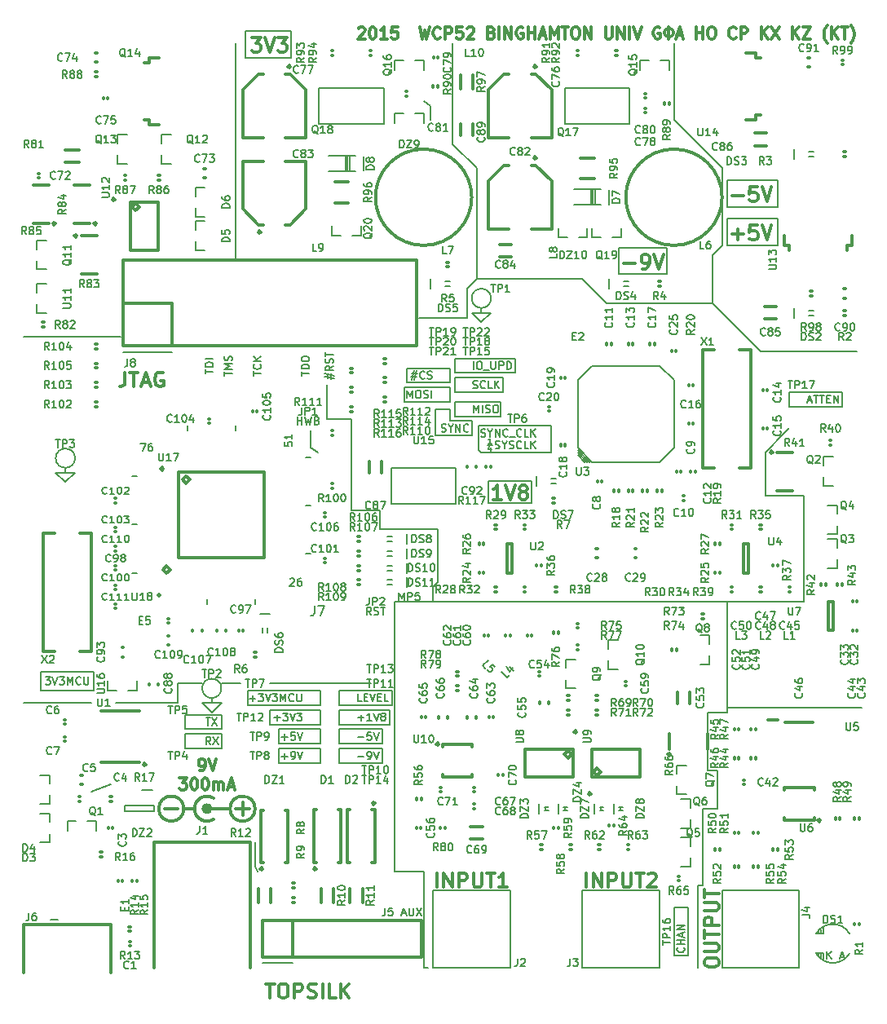
<source format=gto>
G04 #@! TF.FileFunction,Legend,Top*
%FSLAX46Y46*%
G04 Gerber Fmt 4.6, Leading zero omitted, Abs format (unit mm)*
G04 Created by KiCad (PCBNEW (after 2015-mar-04 BZR unknown)-product) date Tue 17 Mar 2015 04:43:59 PM EDT*
%MOMM*%
G01*
G04 APERTURE LIST*
%ADD10C,0.100000*%
%ADD11C,0.200000*%
%ADD12C,0.150000*%
%ADD13C,0.300000*%
%ADD14C,0.350000*%
%ADD15C,0.600000*%
%ADD16O,1.450000X0.450000*%
%ADD17C,0.787400*%
%ADD18C,0.990600*%
%ADD19C,2.374900*%
%ADD20R,1.500000X1.500000*%
%ADD21O,0.300000X1.500000*%
%ADD22O,1.500000X0.300000*%
%ADD23R,0.300000X0.900000*%
%ADD24R,0.900000X0.300000*%
%ADD25R,5.900000X5.900000*%
%ADD26O,1.550000X0.600000*%
%ADD27R,2.750000X3.800000*%
%ADD28C,1.200000*%
%ADD29R,4.500000X2.000000*%
%ADD30O,5.000000X2.000000*%
%ADD31R,1.300000X0.900000*%
%ADD32R,1.300000X0.800000*%
%ADD33O,1.550000X0.550000*%
%ADD34R,1.000000X0.850000*%
%ADD35R,0.900000X0.950000*%
%ADD36R,3.570000X1.000000*%
%ADD37R,3.800000X1.000000*%
%ADD38R,3.240000X1.000000*%
%ADD39R,1.000000X3.800000*%
%ADD40R,1.000000X3.570000*%
%ADD41R,1.000000X3.240000*%
%ADD42R,1.100000X2.700000*%
%ADD43R,1.800000X5.300000*%
%ADD44R,1.900000X2.150000*%
%ADD45R,1.800000X1.050000*%
%ADD46O,1.550000X0.400000*%
%ADD47C,6.000000*%
%ADD48C,1.000000*%
%ADD49R,1.150000X1.450000*%
%ADD50R,0.950000X0.900000*%
%ADD51R,0.600000X0.650000*%
%ADD52R,0.650000X0.600000*%
%ADD53R,1.800000X1.200000*%
%ADD54R,1.450000X1.150000*%
%ADD55R,1.200000X1.800000*%
%ADD56R,1.600000X3.150000*%
%ADD57R,0.900000X1.200000*%
%ADD58R,0.300000X0.400000*%
%ADD59R,0.900000X1.300000*%
%ADD60R,0.800000X1.300000*%
%ADD61R,1.100000X1.300000*%
%ADD62R,1.450000X1.200000*%
%ADD63R,1.200000X1.450000*%
%ADD64R,0.400000X1.350000*%
%ADD65O,1.550000X1.550000*%
%ADD66O,1.250000X1.250000*%
%ADD67R,0.650000X0.700000*%
%ADD68C,2.000000*%
%ADD69R,1.100000X2.100000*%
%ADD70R,3.500000X2.100000*%
%ADD71R,1.050000X1.800000*%
%ADD72R,1.100000X0.600000*%
%ADD73O,0.600000X1.550000*%
%ADD74C,2.400000*%
%ADD75R,1.524000X2.286000*%
%ADD76O,1.524000X2.286000*%
%ADD77R,0.950000X1.000000*%
%ADD78R,1.500000X2.300000*%
%ADD79R,1.550000X2.400000*%
%ADD80R,0.899160X0.800100*%
%ADD81R,0.950000X0.550000*%
%ADD82R,0.550000X0.950000*%
%ADD83R,0.850000X1.000000*%
%ADD84R,2.450000X1.450000*%
%ADD85R,6.950000X6.950000*%
%ADD86R,1.450000X2.450000*%
%ADD87O,1.500000X0.550000*%
%ADD88O,0.550000X1.500000*%
%ADD89C,1.500000*%
%ADD90R,0.800100X0.899160*%
G04 APERTURE END LIST*
D10*
D11*
X129000000Y-70500000D02*
X136250000Y-70500000D01*
X128750000Y-70250000D02*
X129000000Y-70500000D01*
X128750000Y-67750000D02*
X128750000Y-70250000D01*
X136250000Y-67750000D02*
X128750000Y-67750000D01*
X136250000Y-70500000D02*
X136250000Y-67750000D01*
X124500000Y-78500000D02*
X124000000Y-78500000D01*
X124500000Y-84000000D02*
X124500000Y-78500000D01*
X124000000Y-84500000D02*
X124500000Y-84000000D01*
X124000000Y-86000000D02*
X124000000Y-84500000D01*
X161000000Y-65750000D02*
X161000000Y-64250000D01*
X166500000Y-65750000D02*
X161000000Y-65750000D01*
X166500000Y-64250000D02*
X166500000Y-65750000D01*
X161000000Y-64250000D02*
X166500000Y-64250000D01*
X127500000Y-56500000D02*
X122500000Y-56500000D01*
X127500000Y-53500000D02*
X127500000Y-56500000D01*
X128500000Y-52500000D02*
X127500000Y-53500000D01*
D12*
X164892857Y-123111905D02*
X164892857Y-122311905D01*
X165350000Y-123111905D02*
X165007143Y-122654762D01*
X165350000Y-122311905D02*
X164892857Y-122769048D01*
X166264286Y-122883333D02*
X166645238Y-122883333D01*
X166188095Y-123111905D02*
X166454762Y-122311905D01*
X166721429Y-123111905D01*
D11*
X139500000Y-52500000D02*
X133000000Y-52500000D01*
X142000000Y-55000000D02*
X139500000Y-52500000D01*
X128500000Y-52500000D02*
X128500000Y-41000000D01*
X129000000Y-52500000D02*
X128500000Y-52500000D01*
X149000000Y-36000000D02*
X149000000Y-28000000D01*
X154000000Y-41000000D02*
X149000000Y-36000000D01*
X154000000Y-49000000D02*
X154000000Y-41000000D01*
X153000000Y-50000000D02*
X154000000Y-49000000D01*
X153000000Y-55000000D02*
X153000000Y-50000000D01*
X126000000Y-38500000D02*
X126000000Y-28000000D01*
X128500000Y-41000000D02*
X126000000Y-38500000D01*
X103500000Y-50500000D02*
X103500000Y-28000000D01*
X113000000Y-67000000D02*
X113000000Y-63500000D01*
X115500000Y-67000000D02*
X113000000Y-67000000D01*
X115500000Y-76500000D02*
X115500000Y-67000000D01*
X118500000Y-76500000D02*
X115500000Y-76500000D01*
X118500000Y-78500000D02*
X118500000Y-76500000D01*
X124000000Y-78500000D02*
X118500000Y-78500000D01*
X129000000Y-52500000D02*
X133000000Y-52500000D01*
X81500000Y-58500000D02*
X91500000Y-58500000D01*
X88500000Y-96500000D02*
X81500000Y-96500000D01*
X97500000Y-96500000D02*
X91000000Y-96500000D01*
X97500000Y-94500000D02*
X97500000Y-96500000D01*
X100000000Y-94500000D02*
X97500000Y-94500000D01*
X104000000Y-94500000D02*
X102000000Y-94500000D01*
X117500000Y-94500000D02*
X107000000Y-94500000D01*
X168500000Y-97000000D02*
X154500000Y-97000000D01*
X151500000Y-115500000D02*
X151500000Y-124000000D01*
X152000000Y-115500000D02*
X151500000Y-115500000D01*
X152000000Y-107500000D02*
X152000000Y-115500000D01*
X152500000Y-107500000D02*
X152000000Y-107500000D01*
X153500000Y-107500000D02*
X152500000Y-107500000D01*
X153500000Y-103500000D02*
X153500000Y-107500000D01*
X152500000Y-103500000D02*
X153500000Y-103500000D01*
X152500000Y-97500000D02*
X152500000Y-103500000D01*
X154500000Y-97500000D02*
X152500000Y-97500000D01*
X154500000Y-86000000D02*
X154500000Y-97500000D01*
X123000000Y-124000000D02*
X123500000Y-124000000D01*
X123000000Y-114000000D02*
X123000000Y-124000000D01*
X120000000Y-114000000D02*
X123000000Y-114000000D01*
X120000000Y-86000000D02*
X120000000Y-114000000D01*
X124000000Y-86000000D02*
X120000000Y-86000000D01*
X126000000Y-86000000D02*
X124000000Y-86000000D01*
X160500000Y-68500000D02*
X161000000Y-68000000D01*
X158500000Y-70500000D02*
X160500000Y-68500000D01*
X158500000Y-75000000D02*
X158500000Y-70500000D01*
X162500000Y-75000000D02*
X158500000Y-75000000D01*
X162500000Y-86000000D02*
X162500000Y-75000000D01*
X154000000Y-86000000D02*
X162500000Y-86000000D01*
X126000000Y-86000000D02*
X154000000Y-86000000D01*
X158000000Y-60000000D02*
X168000000Y-60000000D01*
X157000000Y-59000000D02*
X158000000Y-60000000D01*
X153000000Y-55000000D02*
X157000000Y-59000000D01*
X142000000Y-55000000D02*
X153000000Y-55000000D01*
X98250000Y-101250000D02*
X98250000Y-99750000D01*
X102000000Y-101250000D02*
X98250000Y-101250000D01*
X102000000Y-99750000D02*
X102000000Y-101250000D01*
X98250000Y-99750000D02*
X102000000Y-99750000D01*
X98250000Y-99250000D02*
X98250000Y-97750000D01*
X102000000Y-99250000D02*
X98250000Y-99250000D01*
X102000000Y-97750000D02*
X102000000Y-99250000D01*
X101750000Y-97750000D02*
X102000000Y-97750000D01*
X98250000Y-97750000D02*
X101750000Y-97750000D01*
D12*
X100866667Y-100861905D02*
X100600000Y-100480952D01*
X100409524Y-100861905D02*
X100409524Y-100061905D01*
X100714286Y-100061905D01*
X100790477Y-100100000D01*
X100828572Y-100138095D01*
X100866667Y-100214286D01*
X100866667Y-100328571D01*
X100828572Y-100404762D01*
X100790477Y-100442857D01*
X100714286Y-100480952D01*
X100409524Y-100480952D01*
X101133334Y-100061905D02*
X101666667Y-100861905D01*
X101666667Y-100061905D02*
X101133334Y-100861905D01*
X100390476Y-98061905D02*
X100847619Y-98061905D01*
X100619048Y-98861905D02*
X100619048Y-98061905D01*
X101038096Y-98061905D02*
X101571429Y-98861905D01*
X101571429Y-98061905D02*
X101038096Y-98861905D01*
X117561905Y-87361905D02*
X117295238Y-86980952D01*
X117104762Y-87361905D02*
X117104762Y-86561905D01*
X117409524Y-86561905D01*
X117485715Y-86600000D01*
X117523810Y-86638095D01*
X117561905Y-86714286D01*
X117561905Y-86828571D01*
X117523810Y-86904762D01*
X117485715Y-86942857D01*
X117409524Y-86980952D01*
X117104762Y-86980952D01*
X117866667Y-87323810D02*
X117980953Y-87361905D01*
X118171429Y-87361905D01*
X118247619Y-87323810D01*
X118285715Y-87285714D01*
X118323810Y-87209524D01*
X118323810Y-87133333D01*
X118285715Y-87057143D01*
X118247619Y-87019048D01*
X118171429Y-86980952D01*
X118019048Y-86942857D01*
X117942857Y-86904762D01*
X117904762Y-86866667D01*
X117866667Y-86790476D01*
X117866667Y-86714286D01*
X117904762Y-86638095D01*
X117942857Y-86600000D01*
X118019048Y-86561905D01*
X118209524Y-86561905D01*
X118323810Y-86600000D01*
X118552381Y-86561905D02*
X119009524Y-86561905D01*
X118780953Y-87361905D02*
X118780953Y-86561905D01*
D11*
X125750000Y-66000000D02*
X124250000Y-66000000D01*
X125750000Y-67250000D02*
X125750000Y-66000000D01*
X128000000Y-67250000D02*
X125750000Y-67250000D01*
X128000000Y-68750000D02*
X128000000Y-67250000D01*
X124250000Y-68750000D02*
X128000000Y-68750000D01*
X124250000Y-66000000D02*
X124250000Y-68750000D01*
X111250000Y-70000000D02*
X112000000Y-70500000D01*
X111250000Y-68250000D02*
X111250000Y-70000000D01*
D12*
X109914286Y-67611905D02*
X109914286Y-66811905D01*
X109914286Y-67192857D02*
X110371429Y-67192857D01*
X110371429Y-67611905D02*
X110371429Y-66811905D01*
X110676191Y-66811905D02*
X110866667Y-67611905D01*
X111019048Y-67040476D01*
X111171429Y-67611905D01*
X111361905Y-66811905D01*
X111933334Y-67192857D02*
X112047620Y-67230952D01*
X112085715Y-67269048D01*
X112123810Y-67345238D01*
X112123810Y-67459524D01*
X112085715Y-67535714D01*
X112047620Y-67573810D01*
X111971429Y-67611905D01*
X111666667Y-67611905D01*
X111666667Y-66811905D01*
X111933334Y-66811905D01*
X112009524Y-66850000D01*
X112047620Y-66888095D01*
X112085715Y-66964286D01*
X112085715Y-67040476D01*
X112047620Y-67116667D01*
X112009524Y-67154762D01*
X111933334Y-67192857D01*
X111666667Y-67192857D01*
D11*
X149000000Y-122750000D02*
X149000000Y-117750000D01*
X150500000Y-122750000D02*
X149000000Y-122750000D01*
X150500000Y-117750000D02*
X150500000Y-122750000D01*
X149000000Y-117750000D02*
X150500000Y-117750000D01*
D12*
X150035714Y-121933333D02*
X150073810Y-121971428D01*
X150111905Y-122085714D01*
X150111905Y-122161904D01*
X150073810Y-122276190D01*
X149997619Y-122352381D01*
X149921429Y-122390476D01*
X149769048Y-122428571D01*
X149654762Y-122428571D01*
X149502381Y-122390476D01*
X149426190Y-122352381D01*
X149350000Y-122276190D01*
X149311905Y-122161904D01*
X149311905Y-122085714D01*
X149350000Y-121971428D01*
X149388095Y-121933333D01*
X150111905Y-121590476D02*
X149311905Y-121590476D01*
X149692857Y-121590476D02*
X149692857Y-121133333D01*
X150111905Y-121133333D02*
X149311905Y-121133333D01*
X149883333Y-120790476D02*
X149883333Y-120409524D01*
X150111905Y-120866667D02*
X149311905Y-120600000D01*
X150111905Y-120333333D01*
X150111905Y-120066667D02*
X149311905Y-120066667D01*
X150111905Y-119609524D01*
X149311905Y-119609524D01*
X162919048Y-65133333D02*
X163300000Y-65133333D01*
X162842857Y-65361905D02*
X163109524Y-64561905D01*
X163376191Y-65361905D01*
X163528571Y-64561905D02*
X163985714Y-64561905D01*
X163757143Y-65361905D02*
X163757143Y-64561905D01*
X164138095Y-64561905D02*
X164595238Y-64561905D01*
X164366667Y-65361905D02*
X164366667Y-64561905D01*
X164861905Y-64942857D02*
X165128572Y-64942857D01*
X165242858Y-65361905D02*
X164861905Y-65361905D01*
X164861905Y-64561905D01*
X165242858Y-64561905D01*
X165585715Y-65361905D02*
X165585715Y-64561905D01*
X166042858Y-65361905D01*
X166042858Y-64561905D01*
D11*
X126250000Y-60750000D02*
X126250000Y-62250000D01*
X132500000Y-60750000D02*
X126250000Y-60750000D01*
X132500000Y-62250000D02*
X132500000Y-60750000D01*
X132250000Y-62250000D02*
X132500000Y-62250000D01*
X126250000Y-62250000D02*
X132250000Y-62250000D01*
X126250000Y-62750000D02*
X126250000Y-64250000D01*
X131250000Y-62750000D02*
X126250000Y-62750000D01*
X131250000Y-64250000D02*
X131250000Y-62750000D01*
X126250000Y-64250000D02*
X131250000Y-64250000D01*
X126250000Y-66750000D02*
X126250000Y-65250000D01*
X131000000Y-66750000D02*
X126250000Y-66750000D01*
X131000000Y-65250000D02*
X131000000Y-66750000D01*
X126250000Y-65250000D02*
X131000000Y-65250000D01*
X121250000Y-63250000D02*
X125750000Y-63250000D01*
X121250000Y-61750000D02*
X121250000Y-63250000D01*
X125750000Y-61750000D02*
X121250000Y-61750000D01*
X125750000Y-63250000D02*
X125750000Y-61750000D01*
X121000000Y-65250000D02*
X125750000Y-65250000D01*
X121000000Y-63750000D02*
X121000000Y-65250000D01*
X125750000Y-63750000D02*
X121000000Y-63750000D01*
X125750000Y-65250000D02*
X125750000Y-63750000D01*
X104750000Y-96750000D02*
X112250000Y-96750000D01*
X104750000Y-95250000D02*
X104750000Y-96750000D01*
X112250000Y-95250000D02*
X104750000Y-95250000D01*
X112250000Y-96750000D02*
X112250000Y-95250000D01*
X114250000Y-95250000D02*
X114250000Y-96750000D01*
X119750000Y-95250000D02*
X114250000Y-95250000D01*
X119750000Y-96750000D02*
X119750000Y-95250000D01*
X119500000Y-96750000D02*
X119750000Y-96750000D01*
X114250000Y-96750000D02*
X119500000Y-96750000D01*
X114250000Y-97250000D02*
X114250000Y-98750000D01*
X119500000Y-97250000D02*
X114250000Y-97250000D01*
X119500000Y-98750000D02*
X119500000Y-97250000D01*
X114250000Y-98750000D02*
X119500000Y-98750000D01*
X114250000Y-99250000D02*
X114250000Y-100750000D01*
X118750000Y-99250000D02*
X114250000Y-99250000D01*
X118750000Y-100750000D02*
X118750000Y-99250000D01*
X114250000Y-100750000D02*
X118750000Y-100750000D01*
X114250000Y-102750000D02*
X114250000Y-101250000D01*
X118750000Y-102750000D02*
X114250000Y-102750000D01*
X118750000Y-101250000D02*
X118750000Y-102750000D01*
X114250000Y-101250000D02*
X118750000Y-101250000D01*
X108000000Y-101250000D02*
X112250000Y-101250000D01*
X108000000Y-102750000D02*
X108000000Y-101250000D01*
X112250000Y-102750000D02*
X108000000Y-102750000D01*
X112250000Y-101250000D02*
X112250000Y-102750000D01*
X108000000Y-99250000D02*
X112250000Y-99250000D01*
X108000000Y-100750000D02*
X108000000Y-99250000D01*
X112250000Y-100750000D02*
X108000000Y-100750000D01*
X112250000Y-99250000D02*
X112250000Y-100750000D01*
X107000000Y-97250000D02*
X112250000Y-97250000D01*
X107000000Y-97500000D02*
X107000000Y-97250000D01*
X107000000Y-98750000D02*
X107000000Y-97500000D01*
X112250000Y-98750000D02*
X107000000Y-98750000D01*
X112250000Y-97250000D02*
X112250000Y-98750000D01*
X159750000Y-46250000D02*
X159750000Y-49000000D01*
X154500000Y-46250000D02*
X159750000Y-46250000D01*
X154500000Y-49000000D02*
X154500000Y-46250000D01*
X159750000Y-49000000D02*
X154500000Y-49000000D01*
X154500000Y-42250000D02*
X159750000Y-42250000D01*
X154500000Y-45000000D02*
X154500000Y-42250000D01*
X159750000Y-45000000D02*
X154500000Y-45000000D01*
X159750000Y-42250000D02*
X159750000Y-45000000D01*
D13*
X155071429Y-47857143D02*
X156214286Y-47857143D01*
X155642857Y-48428571D02*
X155642857Y-47285714D01*
X157642858Y-46928571D02*
X156928572Y-46928571D01*
X156857143Y-47642857D01*
X156928572Y-47571429D01*
X157071429Y-47500000D01*
X157428572Y-47500000D01*
X157571429Y-47571429D01*
X157642858Y-47642857D01*
X157714286Y-47785714D01*
X157714286Y-48142857D01*
X157642858Y-48285714D01*
X157571429Y-48357143D01*
X157428572Y-48428571D01*
X157071429Y-48428571D01*
X156928572Y-48357143D01*
X156857143Y-48285714D01*
X158142857Y-46928571D02*
X158642857Y-48428571D01*
X159142857Y-46928571D01*
X155071429Y-43857143D02*
X156214286Y-43857143D01*
X157642858Y-42928571D02*
X156928572Y-42928571D01*
X156857143Y-43642857D01*
X156928572Y-43571429D01*
X157071429Y-43500000D01*
X157428572Y-43500000D01*
X157571429Y-43571429D01*
X157642858Y-43642857D01*
X157714286Y-43785714D01*
X157714286Y-44142857D01*
X157642858Y-44285714D01*
X157571429Y-44357143D01*
X157428572Y-44428571D01*
X157071429Y-44428571D01*
X156928572Y-44357143D01*
X156857143Y-44285714D01*
X158142857Y-42928571D02*
X158642857Y-44428571D01*
X159142857Y-42928571D01*
D11*
X143250000Y-49250000D02*
X148250000Y-49250000D01*
X143250000Y-49500000D02*
X143250000Y-49250000D01*
X143250000Y-52000000D02*
X143250000Y-49500000D01*
X148250000Y-52000000D02*
X143250000Y-52000000D01*
X148250000Y-49250000D02*
X148250000Y-52000000D01*
D13*
X143821429Y-50857143D02*
X144964286Y-50857143D01*
X145750000Y-51428571D02*
X146035715Y-51428571D01*
X146178572Y-51357143D01*
X146250000Y-51285714D01*
X146392858Y-51071429D01*
X146464286Y-50785714D01*
X146464286Y-50214286D01*
X146392858Y-50071429D01*
X146321429Y-50000000D01*
X146178572Y-49928571D01*
X145892858Y-49928571D01*
X145750000Y-50000000D01*
X145678572Y-50071429D01*
X145607143Y-50214286D01*
X145607143Y-50571429D01*
X145678572Y-50714286D01*
X145750000Y-50785714D01*
X145892858Y-50857143D01*
X146178572Y-50857143D01*
X146321429Y-50785714D01*
X146392858Y-50714286D01*
X146464286Y-50571429D01*
X146892857Y-49928571D02*
X147392857Y-51428571D01*
X147892857Y-49928571D01*
D11*
X104500000Y-29500000D02*
X104500000Y-26750000D01*
X109250000Y-29500000D02*
X104500000Y-29500000D01*
X109250000Y-26750000D02*
X109250000Y-29500000D01*
X104500000Y-26750000D02*
X109250000Y-26750000D01*
D13*
X105142858Y-27428571D02*
X106071429Y-27428571D01*
X105571429Y-28000000D01*
X105785715Y-28000000D01*
X105928572Y-28071429D01*
X106000001Y-28142857D01*
X106071429Y-28285714D01*
X106071429Y-28642857D01*
X106000001Y-28785714D01*
X105928572Y-28857143D01*
X105785715Y-28928571D01*
X105357143Y-28928571D01*
X105214286Y-28857143D01*
X105142858Y-28785714D01*
X106500000Y-27428571D02*
X107000000Y-28928571D01*
X107500000Y-27428571D01*
X107857143Y-27428571D02*
X108785714Y-27428571D01*
X108285714Y-28000000D01*
X108500000Y-28000000D01*
X108642857Y-28071429D01*
X108714286Y-28142857D01*
X108785714Y-28285714D01*
X108785714Y-28642857D01*
X108714286Y-28785714D01*
X108642857Y-28857143D01*
X108500000Y-28928571D01*
X108071428Y-28928571D01*
X107928571Y-28857143D01*
X107857143Y-28785714D01*
D11*
X129750000Y-75750000D02*
X129750000Y-73500000D01*
X134250000Y-75750000D02*
X129750000Y-75750000D01*
X134250000Y-73500000D02*
X134250000Y-75750000D01*
X129750000Y-73500000D02*
X134250000Y-73500000D01*
D13*
X131071429Y-75428571D02*
X130214286Y-75428571D01*
X130642858Y-75428571D02*
X130642858Y-73928571D01*
X130500001Y-74142857D01*
X130357143Y-74285714D01*
X130214286Y-74357143D01*
X131500000Y-73928571D02*
X132000000Y-75428571D01*
X132500000Y-73928571D01*
X133214286Y-74571429D02*
X133071428Y-74500000D01*
X133000000Y-74428571D01*
X132928571Y-74285714D01*
X132928571Y-74214286D01*
X133000000Y-74071429D01*
X133071428Y-74000000D01*
X133214286Y-73928571D01*
X133500000Y-73928571D01*
X133642857Y-74000000D01*
X133714286Y-74071429D01*
X133785714Y-74214286D01*
X133785714Y-74285714D01*
X133714286Y-74428571D01*
X133642857Y-74500000D01*
X133500000Y-74571429D01*
X133214286Y-74571429D01*
X133071428Y-74642857D01*
X133000000Y-74714286D01*
X132928571Y-74857143D01*
X132928571Y-75142857D01*
X133000000Y-75285714D01*
X133071428Y-75357143D01*
X133214286Y-75428571D01*
X133500000Y-75428571D01*
X133642857Y-75357143D01*
X133714286Y-75285714D01*
X133785714Y-75142857D01*
X133785714Y-74857143D01*
X133714286Y-74714286D01*
X133642857Y-74642857D01*
X133500000Y-74571429D01*
D11*
X88750000Y-93250000D02*
X83250000Y-93250000D01*
X88750000Y-95250000D02*
X88750000Y-93250000D01*
X83250000Y-95250000D02*
X88750000Y-95250000D01*
X83250000Y-93250000D02*
X83250000Y-95250000D01*
D13*
X152178571Y-123607143D02*
X152178571Y-123321429D01*
X152250000Y-123178571D01*
X152392857Y-123035714D01*
X152678571Y-122964286D01*
X153178571Y-122964286D01*
X153464286Y-123035714D01*
X153607143Y-123178571D01*
X153678571Y-123321429D01*
X153678571Y-123607143D01*
X153607143Y-123750000D01*
X153464286Y-123892857D01*
X153178571Y-123964286D01*
X152678571Y-123964286D01*
X152392857Y-123892857D01*
X152250000Y-123750000D01*
X152178571Y-123607143D01*
X152178571Y-122321428D02*
X153392857Y-122321428D01*
X153535714Y-122250000D01*
X153607143Y-122178571D01*
X153678571Y-122035714D01*
X153678571Y-121750000D01*
X153607143Y-121607142D01*
X153535714Y-121535714D01*
X153392857Y-121464285D01*
X152178571Y-121464285D01*
X152178571Y-120964285D02*
X152178571Y-120107142D01*
X153678571Y-120535713D02*
X152178571Y-120535713D01*
X153678571Y-119607142D02*
X152178571Y-119607142D01*
X152178571Y-119035714D01*
X152250000Y-118892856D01*
X152321429Y-118821428D01*
X152464286Y-118749999D01*
X152678571Y-118749999D01*
X152821429Y-118821428D01*
X152892857Y-118892856D01*
X152964286Y-119035714D01*
X152964286Y-119607142D01*
X152178571Y-118107142D02*
X153392857Y-118107142D01*
X153535714Y-118035714D01*
X153607143Y-117964285D01*
X153678571Y-117821428D01*
X153678571Y-117535714D01*
X153607143Y-117392856D01*
X153535714Y-117321428D01*
X153392857Y-117249999D01*
X152178571Y-117249999D01*
X152178571Y-116749999D02*
X152178571Y-115892856D01*
X153678571Y-116321427D02*
X152178571Y-116321427D01*
X139892857Y-115678571D02*
X139892857Y-114178571D01*
X140607143Y-115678571D02*
X140607143Y-114178571D01*
X141464286Y-115678571D01*
X141464286Y-114178571D01*
X142178572Y-115678571D02*
X142178572Y-114178571D01*
X142750000Y-114178571D01*
X142892858Y-114250000D01*
X142964286Y-114321429D01*
X143035715Y-114464286D01*
X143035715Y-114678571D01*
X142964286Y-114821429D01*
X142892858Y-114892857D01*
X142750000Y-114964286D01*
X142178572Y-114964286D01*
X143678572Y-114178571D02*
X143678572Y-115392857D01*
X143750000Y-115535714D01*
X143821429Y-115607143D01*
X143964286Y-115678571D01*
X144250000Y-115678571D01*
X144392858Y-115607143D01*
X144464286Y-115535714D01*
X144535715Y-115392857D01*
X144535715Y-114178571D01*
X145035715Y-114178571D02*
X145892858Y-114178571D01*
X145464287Y-115678571D02*
X145464287Y-114178571D01*
X146321429Y-114321429D02*
X146392858Y-114250000D01*
X146535715Y-114178571D01*
X146892858Y-114178571D01*
X147035715Y-114250000D01*
X147107144Y-114321429D01*
X147178572Y-114464286D01*
X147178572Y-114607143D01*
X147107144Y-114821429D01*
X146250001Y-115678571D01*
X147178572Y-115678571D01*
X124392857Y-115678571D02*
X124392857Y-114178571D01*
X125107143Y-115678571D02*
X125107143Y-114178571D01*
X125964286Y-115678571D01*
X125964286Y-114178571D01*
X126678572Y-115678571D02*
X126678572Y-114178571D01*
X127250000Y-114178571D01*
X127392858Y-114250000D01*
X127464286Y-114321429D01*
X127535715Y-114464286D01*
X127535715Y-114678571D01*
X127464286Y-114821429D01*
X127392858Y-114892857D01*
X127250000Y-114964286D01*
X126678572Y-114964286D01*
X128178572Y-114178571D02*
X128178572Y-115392857D01*
X128250000Y-115535714D01*
X128321429Y-115607143D01*
X128464286Y-115678571D01*
X128750000Y-115678571D01*
X128892858Y-115607143D01*
X128964286Y-115535714D01*
X129035715Y-115392857D01*
X129035715Y-114178571D01*
X129535715Y-114178571D02*
X130392858Y-114178571D01*
X129964287Y-115678571D02*
X129964287Y-114178571D01*
X131678572Y-115678571D02*
X130821429Y-115678571D01*
X131250001Y-115678571D02*
X131250001Y-114178571D01*
X131107144Y-114392857D01*
X130964286Y-114535714D01*
X130821429Y-114607143D01*
D12*
X120759524Y-118383333D02*
X121140476Y-118383333D01*
X120683333Y-118611905D02*
X120950000Y-117811905D01*
X121216667Y-118611905D01*
X121483333Y-117811905D02*
X121483333Y-118459524D01*
X121521428Y-118535714D01*
X121559524Y-118573810D01*
X121635714Y-118611905D01*
X121788095Y-118611905D01*
X121864286Y-118573810D01*
X121902381Y-118535714D01*
X121940476Y-118459524D01*
X121940476Y-117811905D01*
X122245238Y-117811905D02*
X122778571Y-118611905D01*
X122778571Y-117811905D02*
X122245238Y-118611905D01*
X83733334Y-93811905D02*
X84228572Y-93811905D01*
X83961905Y-94116667D01*
X84076191Y-94116667D01*
X84152381Y-94154762D01*
X84190477Y-94192857D01*
X84228572Y-94269048D01*
X84228572Y-94459524D01*
X84190477Y-94535714D01*
X84152381Y-94573810D01*
X84076191Y-94611905D01*
X83847619Y-94611905D01*
X83771429Y-94573810D01*
X83733334Y-94535714D01*
X84457143Y-93811905D02*
X84723810Y-94611905D01*
X84990477Y-93811905D01*
X85180953Y-93811905D02*
X85676191Y-93811905D01*
X85409524Y-94116667D01*
X85523810Y-94116667D01*
X85600000Y-94154762D01*
X85638096Y-94192857D01*
X85676191Y-94269048D01*
X85676191Y-94459524D01*
X85638096Y-94535714D01*
X85600000Y-94573810D01*
X85523810Y-94611905D01*
X85295238Y-94611905D01*
X85219048Y-94573810D01*
X85180953Y-94535714D01*
X86019048Y-94611905D02*
X86019048Y-93811905D01*
X86285715Y-94383333D01*
X86552382Y-93811905D01*
X86552382Y-94611905D01*
X87390477Y-94535714D02*
X87352382Y-94573810D01*
X87238096Y-94611905D01*
X87161906Y-94611905D01*
X87047620Y-94573810D01*
X86971429Y-94497619D01*
X86933334Y-94421429D01*
X86895239Y-94269048D01*
X86895239Y-94154762D01*
X86933334Y-94002381D01*
X86971429Y-93926190D01*
X87047620Y-93850000D01*
X87161906Y-93811905D01*
X87238096Y-93811905D01*
X87352382Y-93850000D01*
X87390477Y-93888095D01*
X87733334Y-93811905D02*
X87733334Y-94459524D01*
X87771429Y-94535714D01*
X87809525Y-94573810D01*
X87885715Y-94611905D01*
X88038096Y-94611905D01*
X88114287Y-94573810D01*
X88152382Y-94535714D01*
X88190477Y-94459524D01*
X88190477Y-93811905D01*
D13*
X106642857Y-125678571D02*
X107500000Y-125678571D01*
X107071429Y-127178571D02*
X107071429Y-125678571D01*
X108285714Y-125678571D02*
X108571428Y-125678571D01*
X108714286Y-125750000D01*
X108857143Y-125892857D01*
X108928571Y-126178571D01*
X108928571Y-126678571D01*
X108857143Y-126964286D01*
X108714286Y-127107143D01*
X108571428Y-127178571D01*
X108285714Y-127178571D01*
X108142857Y-127107143D01*
X108000000Y-126964286D01*
X107928571Y-126678571D01*
X107928571Y-126178571D01*
X108000000Y-125892857D01*
X108142857Y-125750000D01*
X108285714Y-125678571D01*
X109571429Y-127178571D02*
X109571429Y-125678571D01*
X110142857Y-125678571D01*
X110285715Y-125750000D01*
X110357143Y-125821429D01*
X110428572Y-125964286D01*
X110428572Y-126178571D01*
X110357143Y-126321429D01*
X110285715Y-126392857D01*
X110142857Y-126464286D01*
X109571429Y-126464286D01*
X111000000Y-127107143D02*
X111214286Y-127178571D01*
X111571429Y-127178571D01*
X111714286Y-127107143D01*
X111785715Y-127035714D01*
X111857143Y-126892857D01*
X111857143Y-126750000D01*
X111785715Y-126607143D01*
X111714286Y-126535714D01*
X111571429Y-126464286D01*
X111285715Y-126392857D01*
X111142857Y-126321429D01*
X111071429Y-126250000D01*
X111000000Y-126107143D01*
X111000000Y-125964286D01*
X111071429Y-125821429D01*
X111142857Y-125750000D01*
X111285715Y-125678571D01*
X111642857Y-125678571D01*
X111857143Y-125750000D01*
X112500000Y-127178571D02*
X112500000Y-125678571D01*
X113928572Y-127178571D02*
X113214286Y-127178571D01*
X113214286Y-125678571D01*
X114428572Y-127178571D02*
X114428572Y-125678571D01*
X115285715Y-127178571D02*
X114642858Y-126321429D01*
X115285715Y-125678571D02*
X114428572Y-126535714D01*
D11*
X85800000Y-73600000D02*
X86800000Y-72600000D01*
X84800000Y-72600000D02*
X85800000Y-73600000D01*
X86800000Y-72600000D02*
X85800000Y-72600000D01*
X86800000Y-71100000D02*
G75*
G03X86800000Y-71100000I-1000000J0D01*
G01*
X85800000Y-72100000D02*
X85800000Y-72600000D01*
X85800000Y-72600000D02*
X84800000Y-72600000D01*
X102000000Y-95000000D02*
G75*
G03X102000000Y-95000000I-1000000J0D01*
G01*
X101000000Y-96000000D02*
X101000000Y-96500000D01*
X101000000Y-96500000D02*
X100000000Y-96500000D01*
X100000000Y-96500000D02*
X101000000Y-97500000D01*
X101000000Y-97500000D02*
X102000000Y-96500000D01*
X102000000Y-96500000D02*
X101000000Y-96500000D01*
X93250000Y-83000000D02*
X92750000Y-83000000D01*
X93250000Y-78000000D02*
X92750000Y-78000000D01*
X93250000Y-73000000D02*
X92750000Y-73000000D01*
X98500000Y-68250000D02*
X98500000Y-67750000D01*
X103500000Y-68250000D02*
X103500000Y-67750000D01*
X110750000Y-71000000D02*
X111250000Y-71000000D01*
X110750000Y-76000000D02*
X111250000Y-76000000D01*
X110750000Y-81000000D02*
X111250000Y-81000000D01*
X105500000Y-85750000D02*
X105500000Y-86250000D01*
X100500000Y-85750000D02*
X100500000Y-86250000D01*
D12*
X93602381Y-69561905D02*
X94135714Y-69561905D01*
X93792857Y-70361905D01*
X94783333Y-69561905D02*
X94630952Y-69561905D01*
X94554762Y-69600000D01*
X94516667Y-69638095D01*
X94440476Y-69752381D01*
X94402381Y-69904762D01*
X94402381Y-70209524D01*
X94440476Y-70285714D01*
X94478571Y-70323810D01*
X94554762Y-70361905D01*
X94707143Y-70361905D01*
X94783333Y-70323810D01*
X94821429Y-70285714D01*
X94859524Y-70209524D01*
X94859524Y-70019048D01*
X94821429Y-69942857D01*
X94783333Y-69904762D01*
X94707143Y-69866667D01*
X94554762Y-69866667D01*
X94478571Y-69904762D01*
X94440476Y-69942857D01*
X94402381Y-70019048D01*
X108561905Y-69440476D02*
X108561905Y-69821429D01*
X108942857Y-69859524D01*
X108904762Y-69821429D01*
X108866667Y-69745238D01*
X108866667Y-69554762D01*
X108904762Y-69478572D01*
X108942857Y-69440476D01*
X109019048Y-69402381D01*
X109209524Y-69402381D01*
X109285714Y-69440476D01*
X109323810Y-69478572D01*
X109361905Y-69554762D01*
X109361905Y-69745238D01*
X109323810Y-69821429D01*
X109285714Y-69859524D01*
X109361905Y-68640476D02*
X109361905Y-69097619D01*
X109361905Y-68869048D02*
X108561905Y-68869048D01*
X108676190Y-68945238D01*
X108752381Y-69021429D01*
X108790476Y-69097619D01*
X109140476Y-83638095D02*
X109178571Y-83600000D01*
X109254762Y-83561905D01*
X109445238Y-83561905D01*
X109521428Y-83600000D01*
X109559524Y-83638095D01*
X109597619Y-83714286D01*
X109597619Y-83790476D01*
X109559524Y-83904762D01*
X109102381Y-84361905D01*
X109597619Y-84361905D01*
X110283333Y-83561905D02*
X110130952Y-83561905D01*
X110054762Y-83600000D01*
X110016667Y-83638095D01*
X109940476Y-83752381D01*
X109902381Y-83904762D01*
X109902381Y-84209524D01*
X109940476Y-84285714D01*
X109978571Y-84323810D01*
X110054762Y-84361905D01*
X110207143Y-84361905D01*
X110283333Y-84323810D01*
X110321429Y-84285714D01*
X110359524Y-84209524D01*
X110359524Y-84019048D01*
X110321429Y-83942857D01*
X110283333Y-83904762D01*
X110207143Y-83866667D01*
X110054762Y-83866667D01*
X109978571Y-83904762D01*
X109940476Y-83942857D01*
X109902381Y-84019048D01*
X113078571Y-62833333D02*
X113078571Y-62261904D01*
X112735714Y-62604762D02*
X113764286Y-62833333D01*
X113421429Y-62338095D02*
X113421429Y-62909524D01*
X113764286Y-62566666D02*
X112735714Y-62338095D01*
X113611905Y-61538095D02*
X113230952Y-61804762D01*
X113611905Y-61995238D02*
X112811905Y-61995238D01*
X112811905Y-61690476D01*
X112850000Y-61614285D01*
X112888095Y-61576190D01*
X112964286Y-61538095D01*
X113078571Y-61538095D01*
X113154762Y-61576190D01*
X113192857Y-61614285D01*
X113230952Y-61690476D01*
X113230952Y-61995238D01*
X113573810Y-61233333D02*
X113611905Y-61119047D01*
X113611905Y-60928571D01*
X113573810Y-60852381D01*
X113535714Y-60814285D01*
X113459524Y-60776190D01*
X113383333Y-60776190D01*
X113307143Y-60814285D01*
X113269048Y-60852381D01*
X113230952Y-60928571D01*
X113192857Y-61080952D01*
X113154762Y-61157143D01*
X113116667Y-61195238D01*
X113040476Y-61233333D01*
X112964286Y-61233333D01*
X112888095Y-61195238D01*
X112850000Y-61157143D01*
X112811905Y-61080952D01*
X112811905Y-60890476D01*
X112850000Y-60776190D01*
X112811905Y-60547619D02*
X112811905Y-60090476D01*
X113611905Y-60319047D02*
X112811905Y-60319047D01*
X110311905Y-62547619D02*
X110311905Y-62090476D01*
X111111905Y-62319047D02*
X110311905Y-62319047D01*
X111111905Y-61823809D02*
X110311905Y-61823809D01*
X110311905Y-61633333D01*
X110350000Y-61519047D01*
X110426190Y-61442856D01*
X110502381Y-61404761D01*
X110654762Y-61366666D01*
X110769048Y-61366666D01*
X110921429Y-61404761D01*
X110997619Y-61442856D01*
X111073810Y-61519047D01*
X111111905Y-61633333D01*
X111111905Y-61823809D01*
X110311905Y-60871428D02*
X110311905Y-60719047D01*
X110350000Y-60642856D01*
X110426190Y-60566666D01*
X110578571Y-60528571D01*
X110845238Y-60528571D01*
X110997619Y-60566666D01*
X111073810Y-60642856D01*
X111111905Y-60719047D01*
X111111905Y-60871428D01*
X111073810Y-60947618D01*
X110997619Y-61023809D01*
X110845238Y-61061904D01*
X110578571Y-61061904D01*
X110426190Y-61023809D01*
X110350000Y-60947618D01*
X110311905Y-60871428D01*
X105311905Y-62528572D02*
X105311905Y-62071429D01*
X106111905Y-62300000D02*
X105311905Y-62300000D01*
X106035714Y-61347619D02*
X106073810Y-61385714D01*
X106111905Y-61500000D01*
X106111905Y-61576190D01*
X106073810Y-61690476D01*
X105997619Y-61766667D01*
X105921429Y-61804762D01*
X105769048Y-61842857D01*
X105654762Y-61842857D01*
X105502381Y-61804762D01*
X105426190Y-61766667D01*
X105350000Y-61690476D01*
X105311905Y-61576190D01*
X105311905Y-61500000D01*
X105350000Y-61385714D01*
X105388095Y-61347619D01*
X106111905Y-61004762D02*
X105311905Y-61004762D01*
X106111905Y-60547619D02*
X105654762Y-60890476D01*
X105311905Y-60547619D02*
X105769048Y-61004762D01*
X102311905Y-62566667D02*
X102311905Y-62109524D01*
X103111905Y-62338095D02*
X102311905Y-62338095D01*
X103111905Y-61842857D02*
X102311905Y-61842857D01*
X102883333Y-61576190D01*
X102311905Y-61309523D01*
X103111905Y-61309523D01*
X103073810Y-60966666D02*
X103111905Y-60852380D01*
X103111905Y-60661904D01*
X103073810Y-60585714D01*
X103035714Y-60547618D01*
X102959524Y-60509523D01*
X102883333Y-60509523D01*
X102807143Y-60547618D01*
X102769048Y-60585714D01*
X102730952Y-60661904D01*
X102692857Y-60814285D01*
X102654762Y-60890476D01*
X102616667Y-60928571D01*
X102540476Y-60966666D01*
X102464286Y-60966666D01*
X102388095Y-60928571D01*
X102350000Y-60890476D01*
X102311905Y-60814285D01*
X102311905Y-60623809D01*
X102350000Y-60509523D01*
X100311905Y-62319048D02*
X100311905Y-61861905D01*
X101111905Y-62090476D02*
X100311905Y-62090476D01*
X101111905Y-61595238D02*
X100311905Y-61595238D01*
X100311905Y-61404762D01*
X100350000Y-61290476D01*
X100426190Y-61214285D01*
X100502381Y-61176190D01*
X100654762Y-61138095D01*
X100769048Y-61138095D01*
X100921429Y-61176190D01*
X100997619Y-61214285D01*
X101073810Y-61290476D01*
X101111905Y-61404762D01*
X101111905Y-61595238D01*
X101111905Y-60795238D02*
X100311905Y-60795238D01*
D13*
X92000000Y-62178571D02*
X92000000Y-63250000D01*
X91928572Y-63464286D01*
X91785715Y-63607143D01*
X91571429Y-63678571D01*
X91428572Y-63678571D01*
X92500000Y-62178571D02*
X93357143Y-62178571D01*
X92928572Y-63678571D02*
X92928572Y-62178571D01*
X93785714Y-63250000D02*
X94500000Y-63250000D01*
X93642857Y-63678571D02*
X94142857Y-62178571D01*
X94642857Y-63678571D01*
X95928571Y-62250000D02*
X95785714Y-62178571D01*
X95571428Y-62178571D01*
X95357143Y-62250000D01*
X95214285Y-62392857D01*
X95142857Y-62535714D01*
X95071428Y-62821429D01*
X95071428Y-63035714D01*
X95142857Y-63321429D01*
X95214285Y-63464286D01*
X95357143Y-63607143D01*
X95571428Y-63678571D01*
X95714285Y-63678571D01*
X95928571Y-63607143D01*
X96000000Y-63535714D01*
X96000000Y-63035714D01*
X95714285Y-63035714D01*
D11*
X123750000Y-34500000D02*
X123000000Y-34000000D01*
X123750000Y-36000000D02*
X123750000Y-34500000D01*
D13*
X116228567Y-26457143D02*
X116285710Y-26400000D01*
X116399996Y-26342857D01*
X116685710Y-26342857D01*
X116799996Y-26400000D01*
X116857139Y-26457143D01*
X116914282Y-26571429D01*
X116914282Y-26685714D01*
X116857139Y-26857143D01*
X116171425Y-27542857D01*
X116914282Y-27542857D01*
X117657139Y-26342857D02*
X117771424Y-26342857D01*
X117885710Y-26400000D01*
X117942853Y-26457143D01*
X117999996Y-26571429D01*
X118057139Y-26800000D01*
X118057139Y-27085714D01*
X117999996Y-27314286D01*
X117942853Y-27428571D01*
X117885710Y-27485714D01*
X117771424Y-27542857D01*
X117657139Y-27542857D01*
X117542853Y-27485714D01*
X117485710Y-27428571D01*
X117428567Y-27314286D01*
X117371424Y-27085714D01*
X117371424Y-26800000D01*
X117428567Y-26571429D01*
X117485710Y-26457143D01*
X117542853Y-26400000D01*
X117657139Y-26342857D01*
X119199996Y-27542857D02*
X118514281Y-27542857D01*
X118857139Y-27542857D02*
X118857139Y-26342857D01*
X118742853Y-26514286D01*
X118628567Y-26628571D01*
X118514281Y-26685714D01*
X120285710Y-26342857D02*
X119714281Y-26342857D01*
X119657138Y-26914286D01*
X119714281Y-26857143D01*
X119828567Y-26800000D01*
X120114281Y-26800000D01*
X120228567Y-26857143D01*
X120285710Y-26914286D01*
X120342853Y-27028571D01*
X120342853Y-27314286D01*
X120285710Y-27428571D01*
X120228567Y-27485714D01*
X120114281Y-27542857D01*
X119828567Y-27542857D01*
X119714281Y-27485714D01*
X119657138Y-27428571D01*
X122571425Y-26342857D02*
X122857139Y-27542857D01*
X123085710Y-26685714D01*
X123314282Y-27542857D01*
X123599996Y-26342857D01*
X124742854Y-27428571D02*
X124685711Y-27485714D01*
X124514282Y-27542857D01*
X124399996Y-27542857D01*
X124228568Y-27485714D01*
X124114282Y-27371429D01*
X124057139Y-27257143D01*
X123999996Y-27028571D01*
X123999996Y-26857143D01*
X124057139Y-26628571D01*
X124114282Y-26514286D01*
X124228568Y-26400000D01*
X124399996Y-26342857D01*
X124514282Y-26342857D01*
X124685711Y-26400000D01*
X124742854Y-26457143D01*
X125257139Y-27542857D02*
X125257139Y-26342857D01*
X125714282Y-26342857D01*
X125828568Y-26400000D01*
X125885711Y-26457143D01*
X125942854Y-26571429D01*
X125942854Y-26742857D01*
X125885711Y-26857143D01*
X125828568Y-26914286D01*
X125714282Y-26971429D01*
X125257139Y-26971429D01*
X127028568Y-26342857D02*
X126457139Y-26342857D01*
X126399996Y-26914286D01*
X126457139Y-26857143D01*
X126571425Y-26800000D01*
X126857139Y-26800000D01*
X126971425Y-26857143D01*
X127028568Y-26914286D01*
X127085711Y-27028571D01*
X127085711Y-27314286D01*
X127028568Y-27428571D01*
X126971425Y-27485714D01*
X126857139Y-27542857D01*
X126571425Y-27542857D01*
X126457139Y-27485714D01*
X126399996Y-27428571D01*
X127542853Y-26457143D02*
X127599996Y-26400000D01*
X127714282Y-26342857D01*
X127999996Y-26342857D01*
X128114282Y-26400000D01*
X128171425Y-26457143D01*
X128228568Y-26571429D01*
X128228568Y-26685714D01*
X128171425Y-26857143D01*
X127485711Y-27542857D01*
X128228568Y-27542857D01*
X130057139Y-26914286D02*
X130228568Y-26971429D01*
X130285711Y-27028571D01*
X130342854Y-27142857D01*
X130342854Y-27314286D01*
X130285711Y-27428571D01*
X130228568Y-27485714D01*
X130114282Y-27542857D01*
X129657139Y-27542857D01*
X129657139Y-26342857D01*
X130057139Y-26342857D01*
X130171425Y-26400000D01*
X130228568Y-26457143D01*
X130285711Y-26571429D01*
X130285711Y-26685714D01*
X130228568Y-26800000D01*
X130171425Y-26857143D01*
X130057139Y-26914286D01*
X129657139Y-26914286D01*
X130857139Y-27542857D02*
X130857139Y-26342857D01*
X131428568Y-27542857D02*
X131428568Y-26342857D01*
X132114283Y-27542857D01*
X132114283Y-26342857D01*
X133314283Y-26400000D02*
X133199997Y-26342857D01*
X133028568Y-26342857D01*
X132857140Y-26400000D01*
X132742854Y-26514286D01*
X132685711Y-26628571D01*
X132628568Y-26857143D01*
X132628568Y-27028571D01*
X132685711Y-27257143D01*
X132742854Y-27371429D01*
X132857140Y-27485714D01*
X133028568Y-27542857D01*
X133142854Y-27542857D01*
X133314283Y-27485714D01*
X133371426Y-27428571D01*
X133371426Y-27028571D01*
X133142854Y-27028571D01*
X133885711Y-27542857D02*
X133885711Y-26342857D01*
X133885711Y-26914286D02*
X134571426Y-26914286D01*
X134571426Y-27542857D02*
X134571426Y-26342857D01*
X135085711Y-27200000D02*
X135657140Y-27200000D01*
X134971426Y-27542857D02*
X135371426Y-26342857D01*
X135771426Y-27542857D01*
X136171425Y-27542857D02*
X136171425Y-26342857D01*
X136571425Y-27200000D01*
X136971425Y-26342857D01*
X136971425Y-27542857D01*
X137371426Y-26342857D02*
X138057140Y-26342857D01*
X137714283Y-27542857D02*
X137714283Y-26342857D01*
X138685712Y-26342857D02*
X138914283Y-26342857D01*
X139028569Y-26400000D01*
X139142855Y-26514286D01*
X139199997Y-26742857D01*
X139199997Y-27142857D01*
X139142855Y-27371429D01*
X139028569Y-27485714D01*
X138914283Y-27542857D01*
X138685712Y-27542857D01*
X138571426Y-27485714D01*
X138457140Y-27371429D01*
X138399997Y-27142857D01*
X138399997Y-26742857D01*
X138457140Y-26514286D01*
X138571426Y-26400000D01*
X138685712Y-26342857D01*
X139714283Y-27542857D02*
X139714283Y-26342857D01*
X140399998Y-27542857D01*
X140399998Y-26342857D01*
X141885712Y-26342857D02*
X141885712Y-27314286D01*
X141942855Y-27428571D01*
X141999998Y-27485714D01*
X142114284Y-27542857D01*
X142342855Y-27542857D01*
X142457141Y-27485714D01*
X142514284Y-27428571D01*
X142571427Y-27314286D01*
X142571427Y-26342857D01*
X143142855Y-27542857D02*
X143142855Y-26342857D01*
X143828570Y-27542857D01*
X143828570Y-26342857D01*
X144399998Y-27542857D02*
X144399998Y-26342857D01*
X144799999Y-26342857D02*
X145199999Y-27542857D01*
X145599999Y-26342857D01*
X147542856Y-26400000D02*
X147428570Y-26342857D01*
X147257141Y-26342857D01*
X147085713Y-26400000D01*
X146971427Y-26514286D01*
X146914284Y-26628571D01*
X146857141Y-26857143D01*
X146857141Y-27028571D01*
X146914284Y-27257143D01*
X146971427Y-27371429D01*
X147085713Y-27485714D01*
X147257141Y-27542857D01*
X147371427Y-27542857D01*
X147542856Y-27485714D01*
X147599999Y-27428571D01*
X147599999Y-27028571D01*
X147371427Y-27028571D01*
X148457141Y-27542857D02*
X148457141Y-26342857D01*
X148342856Y-26514286D02*
X148571427Y-26514286D01*
X148742856Y-26571429D01*
X148857141Y-26685714D01*
X148914284Y-26800000D01*
X148914284Y-27028571D01*
X148857141Y-27142857D01*
X148742856Y-27257143D01*
X148571427Y-27314286D01*
X148342856Y-27314286D01*
X148171427Y-27257143D01*
X148057141Y-27142857D01*
X147999999Y-27028571D01*
X147999999Y-26800000D01*
X148057141Y-26685714D01*
X148171427Y-26571429D01*
X148342856Y-26514286D01*
X149314284Y-27200000D02*
X149885713Y-27200000D01*
X149199999Y-27542857D02*
X149599999Y-26342857D01*
X149999999Y-27542857D01*
X151314284Y-27542857D02*
X151314284Y-26342857D01*
X151314284Y-26914286D02*
X151999999Y-26914286D01*
X151999999Y-27542857D02*
X151999999Y-26342857D01*
X152799999Y-26342857D02*
X153028570Y-26342857D01*
X153142856Y-26400000D01*
X153257142Y-26514286D01*
X153314284Y-26742857D01*
X153314284Y-27142857D01*
X153257142Y-27371429D01*
X153142856Y-27485714D01*
X153028570Y-27542857D01*
X152799999Y-27542857D01*
X152685713Y-27485714D01*
X152571427Y-27371429D01*
X152514284Y-27142857D01*
X152514284Y-26742857D01*
X152571427Y-26514286D01*
X152685713Y-26400000D01*
X152799999Y-26342857D01*
X155428571Y-27428571D02*
X155371428Y-27485714D01*
X155199999Y-27542857D01*
X155085713Y-27542857D01*
X154914285Y-27485714D01*
X154799999Y-27371429D01*
X154742856Y-27257143D01*
X154685713Y-27028571D01*
X154685713Y-26857143D01*
X154742856Y-26628571D01*
X154799999Y-26514286D01*
X154914285Y-26400000D01*
X155085713Y-26342857D01*
X155199999Y-26342857D01*
X155371428Y-26400000D01*
X155428571Y-26457143D01*
X155942856Y-27542857D02*
X155942856Y-26342857D01*
X156399999Y-26342857D01*
X156514285Y-26400000D01*
X156571428Y-26457143D01*
X156628571Y-26571429D01*
X156628571Y-26742857D01*
X156571428Y-26857143D01*
X156514285Y-26914286D01*
X156399999Y-26971429D01*
X155942856Y-26971429D01*
X158057142Y-27542857D02*
X158057142Y-26342857D01*
X158742857Y-27542857D02*
X158228571Y-26857143D01*
X158742857Y-26342857D02*
X158057142Y-27028571D01*
X159142857Y-26342857D02*
X159942857Y-27542857D01*
X159942857Y-26342857D02*
X159142857Y-27542857D01*
X161314285Y-27542857D02*
X161314285Y-26342857D01*
X162000000Y-27542857D02*
X161485714Y-26857143D01*
X162000000Y-26342857D02*
X161314285Y-27028571D01*
X162400000Y-26342857D02*
X163200000Y-26342857D01*
X162400000Y-27542857D01*
X163200000Y-27542857D01*
X164914285Y-28000000D02*
X164857143Y-27942857D01*
X164742857Y-27771429D01*
X164685714Y-27657143D01*
X164628571Y-27485714D01*
X164571428Y-27200000D01*
X164571428Y-26971429D01*
X164628571Y-26685714D01*
X164685714Y-26514286D01*
X164742857Y-26400000D01*
X164857143Y-26228571D01*
X164914285Y-26171429D01*
X165371428Y-27542857D02*
X165371428Y-26342857D01*
X166057143Y-27542857D02*
X165542857Y-26857143D01*
X166057143Y-26342857D02*
X165371428Y-27028571D01*
X166400000Y-26342857D02*
X167085714Y-26342857D01*
X166742857Y-27542857D02*
X166742857Y-26342857D01*
X167371429Y-28000000D02*
X167428571Y-27942857D01*
X167542857Y-27771429D01*
X167600000Y-27657143D01*
X167657143Y-27485714D01*
X167714286Y-27200000D01*
X167714286Y-26971429D01*
X167657143Y-26685714D01*
X167600000Y-26514286D01*
X167542857Y-26400000D01*
X167428571Y-26228571D01*
X167371429Y-26171429D01*
D12*
X104938095Y-96057143D02*
X105547619Y-96057143D01*
X105242857Y-96361905D02*
X105242857Y-95752381D01*
X105852381Y-95561905D02*
X106347619Y-95561905D01*
X106080952Y-95866667D01*
X106195238Y-95866667D01*
X106271428Y-95904762D01*
X106309524Y-95942857D01*
X106347619Y-96019048D01*
X106347619Y-96209524D01*
X106309524Y-96285714D01*
X106271428Y-96323810D01*
X106195238Y-96361905D01*
X105966666Y-96361905D01*
X105890476Y-96323810D01*
X105852381Y-96285714D01*
X106576190Y-95561905D02*
X106842857Y-96361905D01*
X107109524Y-95561905D01*
X107300000Y-95561905D02*
X107795238Y-95561905D01*
X107528571Y-95866667D01*
X107642857Y-95866667D01*
X107719047Y-95904762D01*
X107757143Y-95942857D01*
X107795238Y-96019048D01*
X107795238Y-96209524D01*
X107757143Y-96285714D01*
X107719047Y-96323810D01*
X107642857Y-96361905D01*
X107414285Y-96361905D01*
X107338095Y-96323810D01*
X107300000Y-96285714D01*
X108138095Y-96361905D02*
X108138095Y-95561905D01*
X108404762Y-96133333D01*
X108671429Y-95561905D01*
X108671429Y-96361905D01*
X109509524Y-96285714D02*
X109471429Y-96323810D01*
X109357143Y-96361905D01*
X109280953Y-96361905D01*
X109166667Y-96323810D01*
X109090476Y-96247619D01*
X109052381Y-96171429D01*
X109014286Y-96019048D01*
X109014286Y-95904762D01*
X109052381Y-95752381D01*
X109090476Y-95676190D01*
X109166667Y-95600000D01*
X109280953Y-95561905D01*
X109357143Y-95561905D01*
X109471429Y-95600000D01*
X109509524Y-95638095D01*
X109852381Y-95561905D02*
X109852381Y-96209524D01*
X109890476Y-96285714D01*
X109928572Y-96323810D01*
X110004762Y-96361905D01*
X110157143Y-96361905D01*
X110233334Y-96323810D01*
X110271429Y-96285714D01*
X110309524Y-96209524D01*
X110309524Y-95561905D01*
D11*
X130000000Y-56000000D02*
X129000000Y-56000000D01*
X129000000Y-57000000D02*
X130000000Y-56000000D01*
X128000000Y-56000000D02*
X129000000Y-57000000D01*
X129000000Y-56000000D02*
X128000000Y-56000000D01*
X129000000Y-55500000D02*
X129000000Y-56000000D01*
D12*
X129607143Y-69730952D02*
X130140476Y-69730952D01*
X130026191Y-69616667D02*
X129721429Y-69616667D01*
X129721429Y-69197619D02*
X129797619Y-69159524D01*
X129873810Y-69083333D01*
X129873810Y-69616667D01*
X129988095Y-70035714D02*
X129988095Y-70340476D01*
X129835714Y-69807143D02*
X129721429Y-70188095D01*
X130064286Y-70188095D01*
X130445238Y-70073810D02*
X130559524Y-70111905D01*
X130750000Y-70111905D01*
X130826190Y-70073810D01*
X130864286Y-70035714D01*
X130902381Y-69959524D01*
X130902381Y-69883333D01*
X130864286Y-69807143D01*
X130826190Y-69769048D01*
X130750000Y-69730952D01*
X130597619Y-69692857D01*
X130521428Y-69654762D01*
X130483333Y-69616667D01*
X130445238Y-69540476D01*
X130445238Y-69464286D01*
X130483333Y-69388095D01*
X130521428Y-69350000D01*
X130597619Y-69311905D01*
X130788095Y-69311905D01*
X130902381Y-69350000D01*
X131397619Y-69730952D02*
X131397619Y-70111905D01*
X131130952Y-69311905D02*
X131397619Y-69730952D01*
X131664286Y-69311905D01*
X131892857Y-70073810D02*
X132007143Y-70111905D01*
X132197619Y-70111905D01*
X132273809Y-70073810D01*
X132311905Y-70035714D01*
X132350000Y-69959524D01*
X132350000Y-69883333D01*
X132311905Y-69807143D01*
X132273809Y-69769048D01*
X132197619Y-69730952D01*
X132045238Y-69692857D01*
X131969047Y-69654762D01*
X131930952Y-69616667D01*
X131892857Y-69540476D01*
X131892857Y-69464286D01*
X131930952Y-69388095D01*
X131969047Y-69350000D01*
X132045238Y-69311905D01*
X132235714Y-69311905D01*
X132350000Y-69350000D01*
X133150000Y-70035714D02*
X133111905Y-70073810D01*
X132997619Y-70111905D01*
X132921429Y-70111905D01*
X132807143Y-70073810D01*
X132730952Y-69997619D01*
X132692857Y-69921429D01*
X132654762Y-69769048D01*
X132654762Y-69654762D01*
X132692857Y-69502381D01*
X132730952Y-69426190D01*
X132807143Y-69350000D01*
X132921429Y-69311905D01*
X132997619Y-69311905D01*
X133111905Y-69350000D01*
X133150000Y-69388095D01*
X133873810Y-70111905D02*
X133492857Y-70111905D01*
X133492857Y-69311905D01*
X134140476Y-70111905D02*
X134140476Y-69311905D01*
X134597619Y-70111905D02*
X134254762Y-69654762D01*
X134597619Y-69311905D02*
X134140476Y-69769048D01*
X128959524Y-68823810D02*
X129073810Y-68861905D01*
X129264286Y-68861905D01*
X129340476Y-68823810D01*
X129378572Y-68785714D01*
X129416667Y-68709524D01*
X129416667Y-68633333D01*
X129378572Y-68557143D01*
X129340476Y-68519048D01*
X129264286Y-68480952D01*
X129111905Y-68442857D01*
X129035714Y-68404762D01*
X128997619Y-68366667D01*
X128959524Y-68290476D01*
X128959524Y-68214286D01*
X128997619Y-68138095D01*
X129035714Y-68100000D01*
X129111905Y-68061905D01*
X129302381Y-68061905D01*
X129416667Y-68100000D01*
X129911905Y-68480952D02*
X129911905Y-68861905D01*
X129645238Y-68061905D02*
X129911905Y-68480952D01*
X130178572Y-68061905D01*
X130445238Y-68861905D02*
X130445238Y-68061905D01*
X130902381Y-68861905D01*
X130902381Y-68061905D01*
X131740476Y-68785714D02*
X131702381Y-68823810D01*
X131588095Y-68861905D01*
X131511905Y-68861905D01*
X131397619Y-68823810D01*
X131321428Y-68747619D01*
X131283333Y-68671429D01*
X131245238Y-68519048D01*
X131245238Y-68404762D01*
X131283333Y-68252381D01*
X131321428Y-68176190D01*
X131397619Y-68100000D01*
X131511905Y-68061905D01*
X131588095Y-68061905D01*
X131702381Y-68100000D01*
X131740476Y-68138095D01*
X131892857Y-68938095D02*
X132502381Y-68938095D01*
X133150000Y-68785714D02*
X133111905Y-68823810D01*
X132997619Y-68861905D01*
X132921429Y-68861905D01*
X132807143Y-68823810D01*
X132730952Y-68747619D01*
X132692857Y-68671429D01*
X132654762Y-68519048D01*
X132654762Y-68404762D01*
X132692857Y-68252381D01*
X132730952Y-68176190D01*
X132807143Y-68100000D01*
X132921429Y-68061905D01*
X132997619Y-68061905D01*
X133111905Y-68100000D01*
X133150000Y-68138095D01*
X133873810Y-68861905D02*
X133492857Y-68861905D01*
X133492857Y-68061905D01*
X134140476Y-68861905D02*
X134140476Y-68061905D01*
X134597619Y-68861905D02*
X134254762Y-68404762D01*
X134597619Y-68061905D02*
X134140476Y-68519048D01*
X128190476Y-66361905D02*
X128190476Y-65561905D01*
X128457143Y-66133333D01*
X128723810Y-65561905D01*
X128723810Y-66361905D01*
X129104762Y-66361905D02*
X129104762Y-65561905D01*
X129447619Y-66323810D02*
X129561905Y-66361905D01*
X129752381Y-66361905D01*
X129828571Y-66323810D01*
X129866667Y-66285714D01*
X129904762Y-66209524D01*
X129904762Y-66133333D01*
X129866667Y-66057143D01*
X129828571Y-66019048D01*
X129752381Y-65980952D01*
X129600000Y-65942857D01*
X129523809Y-65904762D01*
X129485714Y-65866667D01*
X129447619Y-65790476D01*
X129447619Y-65714286D01*
X129485714Y-65638095D01*
X129523809Y-65600000D01*
X129600000Y-65561905D01*
X129790476Y-65561905D01*
X129904762Y-65600000D01*
X130400000Y-65561905D02*
X130552381Y-65561905D01*
X130628572Y-65600000D01*
X130704762Y-65676190D01*
X130742857Y-65828571D01*
X130742857Y-66095238D01*
X130704762Y-66247619D01*
X130628572Y-66323810D01*
X130552381Y-66361905D01*
X130400000Y-66361905D01*
X130323810Y-66323810D01*
X130247619Y-66247619D01*
X130209524Y-66095238D01*
X130209524Y-65828571D01*
X130247619Y-65676190D01*
X130323810Y-65600000D01*
X130400000Y-65561905D01*
X128152381Y-63823810D02*
X128266667Y-63861905D01*
X128457143Y-63861905D01*
X128533333Y-63823810D01*
X128571429Y-63785714D01*
X128609524Y-63709524D01*
X128609524Y-63633333D01*
X128571429Y-63557143D01*
X128533333Y-63519048D01*
X128457143Y-63480952D01*
X128304762Y-63442857D01*
X128228571Y-63404762D01*
X128190476Y-63366667D01*
X128152381Y-63290476D01*
X128152381Y-63214286D01*
X128190476Y-63138095D01*
X128228571Y-63100000D01*
X128304762Y-63061905D01*
X128495238Y-63061905D01*
X128609524Y-63100000D01*
X129409524Y-63785714D02*
X129371429Y-63823810D01*
X129257143Y-63861905D01*
X129180953Y-63861905D01*
X129066667Y-63823810D01*
X128990476Y-63747619D01*
X128952381Y-63671429D01*
X128914286Y-63519048D01*
X128914286Y-63404762D01*
X128952381Y-63252381D01*
X128990476Y-63176190D01*
X129066667Y-63100000D01*
X129180953Y-63061905D01*
X129257143Y-63061905D01*
X129371429Y-63100000D01*
X129409524Y-63138095D01*
X130133334Y-63861905D02*
X129752381Y-63861905D01*
X129752381Y-63061905D01*
X130400000Y-63861905D02*
X130400000Y-63061905D01*
X130857143Y-63861905D02*
X130514286Y-63404762D01*
X130857143Y-63061905D02*
X130400000Y-63519048D01*
X128190476Y-61861905D02*
X128190476Y-61061905D01*
X128723809Y-61061905D02*
X128876190Y-61061905D01*
X128952381Y-61100000D01*
X129028571Y-61176190D01*
X129066666Y-61328571D01*
X129066666Y-61595238D01*
X129028571Y-61747619D01*
X128952381Y-61823810D01*
X128876190Y-61861905D01*
X128723809Y-61861905D01*
X128647619Y-61823810D01*
X128571428Y-61747619D01*
X128533333Y-61595238D01*
X128533333Y-61328571D01*
X128571428Y-61176190D01*
X128647619Y-61100000D01*
X128723809Y-61061905D01*
X129219047Y-61938095D02*
X129828571Y-61938095D01*
X130019047Y-61061905D02*
X130019047Y-61709524D01*
X130057142Y-61785714D01*
X130095238Y-61823810D01*
X130171428Y-61861905D01*
X130323809Y-61861905D01*
X130400000Y-61823810D01*
X130438095Y-61785714D01*
X130476190Y-61709524D01*
X130476190Y-61061905D01*
X130857142Y-61861905D02*
X130857142Y-61061905D01*
X131161904Y-61061905D01*
X131238095Y-61100000D01*
X131276190Y-61138095D01*
X131314285Y-61214286D01*
X131314285Y-61328571D01*
X131276190Y-61404762D01*
X131238095Y-61442857D01*
X131161904Y-61480952D01*
X130857142Y-61480952D01*
X131657142Y-61861905D02*
X131657142Y-61061905D01*
X131847618Y-61061905D01*
X131961904Y-61100000D01*
X132038095Y-61176190D01*
X132076190Y-61252381D01*
X132114285Y-61404762D01*
X132114285Y-61519048D01*
X132076190Y-61671429D01*
X132038095Y-61747619D01*
X131961904Y-61823810D01*
X131847618Y-61861905D01*
X131657142Y-61861905D01*
X124859524Y-68323810D02*
X124973810Y-68361905D01*
X125164286Y-68361905D01*
X125240476Y-68323810D01*
X125278572Y-68285714D01*
X125316667Y-68209524D01*
X125316667Y-68133333D01*
X125278572Y-68057143D01*
X125240476Y-68019048D01*
X125164286Y-67980952D01*
X125011905Y-67942857D01*
X124935714Y-67904762D01*
X124897619Y-67866667D01*
X124859524Y-67790476D01*
X124859524Y-67714286D01*
X124897619Y-67638095D01*
X124935714Y-67600000D01*
X125011905Y-67561905D01*
X125202381Y-67561905D01*
X125316667Y-67600000D01*
X125811905Y-67980952D02*
X125811905Y-68361905D01*
X125545238Y-67561905D02*
X125811905Y-67980952D01*
X126078572Y-67561905D01*
X126345238Y-68361905D02*
X126345238Y-67561905D01*
X126802381Y-68361905D01*
X126802381Y-67561905D01*
X127640476Y-68285714D02*
X127602381Y-68323810D01*
X127488095Y-68361905D01*
X127411905Y-68361905D01*
X127297619Y-68323810D01*
X127221428Y-68247619D01*
X127183333Y-68171429D01*
X127145238Y-68019048D01*
X127145238Y-67904762D01*
X127183333Y-67752381D01*
X127221428Y-67676190D01*
X127297619Y-67600000D01*
X127411905Y-67561905D01*
X127488095Y-67561905D01*
X127602381Y-67600000D01*
X127640476Y-67638095D01*
X121295238Y-64861905D02*
X121295238Y-64061905D01*
X121561905Y-64633333D01*
X121828572Y-64061905D01*
X121828572Y-64861905D01*
X122361905Y-64061905D02*
X122514286Y-64061905D01*
X122590477Y-64100000D01*
X122666667Y-64176190D01*
X122704762Y-64328571D01*
X122704762Y-64595238D01*
X122666667Y-64747619D01*
X122590477Y-64823810D01*
X122514286Y-64861905D01*
X122361905Y-64861905D01*
X122285715Y-64823810D01*
X122209524Y-64747619D01*
X122171429Y-64595238D01*
X122171429Y-64328571D01*
X122209524Y-64176190D01*
X122285715Y-64100000D01*
X122361905Y-64061905D01*
X123009524Y-64823810D02*
X123123810Y-64861905D01*
X123314286Y-64861905D01*
X123390476Y-64823810D01*
X123428572Y-64785714D01*
X123466667Y-64709524D01*
X123466667Y-64633333D01*
X123428572Y-64557143D01*
X123390476Y-64519048D01*
X123314286Y-64480952D01*
X123161905Y-64442857D01*
X123085714Y-64404762D01*
X123047619Y-64366667D01*
X123009524Y-64290476D01*
X123009524Y-64214286D01*
X123047619Y-64138095D01*
X123085714Y-64100000D01*
X123161905Y-64061905D01*
X123352381Y-64061905D01*
X123466667Y-64100000D01*
X123809524Y-64861905D02*
X123809524Y-64061905D01*
X121790476Y-62328571D02*
X122361905Y-62328571D01*
X122019047Y-61985714D02*
X121790476Y-63014286D01*
X122285714Y-62671429D02*
X121714285Y-62671429D01*
X122057143Y-63014286D02*
X122285714Y-61985714D01*
X123085714Y-62785714D02*
X123047619Y-62823810D01*
X122933333Y-62861905D01*
X122857143Y-62861905D01*
X122742857Y-62823810D01*
X122666666Y-62747619D01*
X122628571Y-62671429D01*
X122590476Y-62519048D01*
X122590476Y-62404762D01*
X122628571Y-62252381D01*
X122666666Y-62176190D01*
X122742857Y-62100000D01*
X122857143Y-62061905D01*
X122933333Y-62061905D01*
X123047619Y-62100000D01*
X123085714Y-62138095D01*
X123390476Y-62823810D02*
X123504762Y-62861905D01*
X123695238Y-62861905D01*
X123771428Y-62823810D01*
X123809524Y-62785714D01*
X123847619Y-62709524D01*
X123847619Y-62633333D01*
X123809524Y-62557143D01*
X123771428Y-62519048D01*
X123695238Y-62480952D01*
X123542857Y-62442857D01*
X123466666Y-62404762D01*
X123428571Y-62366667D01*
X123390476Y-62290476D01*
X123390476Y-62214286D01*
X123428571Y-62138095D01*
X123466666Y-62100000D01*
X123542857Y-62061905D01*
X123733333Y-62061905D01*
X123847619Y-62100000D01*
X116571429Y-96361905D02*
X116190476Y-96361905D01*
X116190476Y-95561905D01*
X116838095Y-95942857D02*
X117104762Y-95942857D01*
X117219048Y-96361905D02*
X116838095Y-96361905D01*
X116838095Y-95561905D01*
X117219048Y-95561905D01*
X117447619Y-95561905D02*
X117714286Y-96361905D01*
X117980953Y-95561905D01*
X118247619Y-95942857D02*
X118514286Y-95942857D01*
X118628572Y-96361905D02*
X118247619Y-96361905D01*
X118247619Y-95561905D01*
X118628572Y-95561905D01*
X119352382Y-96361905D02*
X118971429Y-96361905D01*
X118971429Y-95561905D01*
X116190476Y-98057143D02*
X116800000Y-98057143D01*
X116495238Y-98361905D02*
X116495238Y-97752381D01*
X117600000Y-98361905D02*
X117142857Y-98361905D01*
X117371428Y-98361905D02*
X117371428Y-97561905D01*
X117295238Y-97676190D01*
X117219047Y-97752381D01*
X117142857Y-97790476D01*
X117828571Y-97561905D02*
X118095238Y-98361905D01*
X118361905Y-97561905D01*
X118742857Y-97904762D02*
X118666666Y-97866667D01*
X118628571Y-97828571D01*
X118590476Y-97752381D01*
X118590476Y-97714286D01*
X118628571Y-97638095D01*
X118666666Y-97600000D01*
X118742857Y-97561905D01*
X118895238Y-97561905D01*
X118971428Y-97600000D01*
X119009524Y-97638095D01*
X119047619Y-97714286D01*
X119047619Y-97752381D01*
X119009524Y-97828571D01*
X118971428Y-97866667D01*
X118895238Y-97904762D01*
X118742857Y-97904762D01*
X118666666Y-97942857D01*
X118628571Y-97980952D01*
X118590476Y-98057143D01*
X118590476Y-98209524D01*
X118628571Y-98285714D01*
X118666666Y-98323810D01*
X118742857Y-98361905D01*
X118895238Y-98361905D01*
X118971428Y-98323810D01*
X119009524Y-98285714D01*
X119047619Y-98209524D01*
X119047619Y-98057143D01*
X119009524Y-97980952D01*
X118971428Y-97942857D01*
X118895238Y-97904762D01*
X116190476Y-100057143D02*
X116800000Y-100057143D01*
X117561905Y-99561905D02*
X117180952Y-99561905D01*
X117142857Y-99942857D01*
X117180952Y-99904762D01*
X117257143Y-99866667D01*
X117447619Y-99866667D01*
X117523809Y-99904762D01*
X117561905Y-99942857D01*
X117600000Y-100019048D01*
X117600000Y-100209524D01*
X117561905Y-100285714D01*
X117523809Y-100323810D01*
X117447619Y-100361905D01*
X117257143Y-100361905D01*
X117180952Y-100323810D01*
X117142857Y-100285714D01*
X117828571Y-99561905D02*
X118095238Y-100361905D01*
X118361905Y-99561905D01*
X116190476Y-102057143D02*
X116800000Y-102057143D01*
X117219047Y-102361905D02*
X117371428Y-102361905D01*
X117447619Y-102323810D01*
X117485714Y-102285714D01*
X117561905Y-102171429D01*
X117600000Y-102019048D01*
X117600000Y-101714286D01*
X117561905Y-101638095D01*
X117523809Y-101600000D01*
X117447619Y-101561905D01*
X117295238Y-101561905D01*
X117219047Y-101600000D01*
X117180952Y-101638095D01*
X117142857Y-101714286D01*
X117142857Y-101904762D01*
X117180952Y-101980952D01*
X117219047Y-102019048D01*
X117295238Y-102057143D01*
X117447619Y-102057143D01*
X117523809Y-102019048D01*
X117561905Y-101980952D01*
X117600000Y-101904762D01*
X117828571Y-101561905D02*
X118095238Y-102361905D01*
X118361905Y-101561905D01*
X108252381Y-102057143D02*
X108861905Y-102057143D01*
X108557143Y-102361905D02*
X108557143Y-101752381D01*
X109280952Y-102361905D02*
X109433333Y-102361905D01*
X109509524Y-102323810D01*
X109547619Y-102285714D01*
X109623810Y-102171429D01*
X109661905Y-102019048D01*
X109661905Y-101714286D01*
X109623810Y-101638095D01*
X109585714Y-101600000D01*
X109509524Y-101561905D01*
X109357143Y-101561905D01*
X109280952Y-101600000D01*
X109242857Y-101638095D01*
X109204762Y-101714286D01*
X109204762Y-101904762D01*
X109242857Y-101980952D01*
X109280952Y-102019048D01*
X109357143Y-102057143D01*
X109509524Y-102057143D01*
X109585714Y-102019048D01*
X109623810Y-101980952D01*
X109661905Y-101904762D01*
X109890476Y-101561905D02*
X110157143Y-102361905D01*
X110423810Y-101561905D01*
X108252381Y-100057143D02*
X108861905Y-100057143D01*
X108557143Y-100361905D02*
X108557143Y-99752381D01*
X109623810Y-99561905D02*
X109242857Y-99561905D01*
X109204762Y-99942857D01*
X109242857Y-99904762D01*
X109319048Y-99866667D01*
X109509524Y-99866667D01*
X109585714Y-99904762D01*
X109623810Y-99942857D01*
X109661905Y-100019048D01*
X109661905Y-100209524D01*
X109623810Y-100285714D01*
X109585714Y-100323810D01*
X109509524Y-100361905D01*
X109319048Y-100361905D01*
X109242857Y-100323810D01*
X109204762Y-100285714D01*
X109890476Y-99561905D02*
X110157143Y-100361905D01*
X110423810Y-99561905D01*
X107490476Y-98057143D02*
X108100000Y-98057143D01*
X107795238Y-98361905D02*
X107795238Y-97752381D01*
X108404762Y-97561905D02*
X108900000Y-97561905D01*
X108633333Y-97866667D01*
X108747619Y-97866667D01*
X108823809Y-97904762D01*
X108861905Y-97942857D01*
X108900000Y-98019048D01*
X108900000Y-98209524D01*
X108861905Y-98285714D01*
X108823809Y-98323810D01*
X108747619Y-98361905D01*
X108519047Y-98361905D01*
X108442857Y-98323810D01*
X108404762Y-98285714D01*
X109128571Y-97561905D02*
X109395238Y-98361905D01*
X109661905Y-97561905D01*
X109852381Y-97561905D02*
X110347619Y-97561905D01*
X110080952Y-97866667D01*
X110195238Y-97866667D01*
X110271428Y-97904762D01*
X110309524Y-97942857D01*
X110347619Y-98019048D01*
X110347619Y-98209524D01*
X110309524Y-98285714D01*
X110271428Y-98323810D01*
X110195238Y-98361905D01*
X109966666Y-98361905D01*
X109890476Y-98323810D01*
X109852381Y-98285714D01*
D13*
X99757143Y-103552857D02*
X99985715Y-103552857D01*
X100100000Y-103495714D01*
X100157143Y-103438571D01*
X100271429Y-103267143D01*
X100328572Y-103038571D01*
X100328572Y-102581429D01*
X100271429Y-102467143D01*
X100214286Y-102410000D01*
X100100000Y-102352857D01*
X99871429Y-102352857D01*
X99757143Y-102410000D01*
X99700000Y-102467143D01*
X99642857Y-102581429D01*
X99642857Y-102867143D01*
X99700000Y-102981429D01*
X99757143Y-103038571D01*
X99871429Y-103095714D01*
X100100000Y-103095714D01*
X100214286Y-103038571D01*
X100271429Y-102981429D01*
X100328572Y-102867143D01*
X100671429Y-102352857D02*
X101071429Y-103552857D01*
X101471429Y-102352857D01*
X97642858Y-104332857D02*
X98385715Y-104332857D01*
X97985715Y-104790000D01*
X98157143Y-104790000D01*
X98271429Y-104847143D01*
X98328572Y-104904286D01*
X98385715Y-105018571D01*
X98385715Y-105304286D01*
X98328572Y-105418571D01*
X98271429Y-105475714D01*
X98157143Y-105532857D01*
X97814286Y-105532857D01*
X97700000Y-105475714D01*
X97642858Y-105418571D01*
X99128572Y-104332857D02*
X99242857Y-104332857D01*
X99357143Y-104390000D01*
X99414286Y-104447143D01*
X99471429Y-104561429D01*
X99528572Y-104790000D01*
X99528572Y-105075714D01*
X99471429Y-105304286D01*
X99414286Y-105418571D01*
X99357143Y-105475714D01*
X99242857Y-105532857D01*
X99128572Y-105532857D01*
X99014286Y-105475714D01*
X98957143Y-105418571D01*
X98900000Y-105304286D01*
X98842857Y-105075714D01*
X98842857Y-104790000D01*
X98900000Y-104561429D01*
X98957143Y-104447143D01*
X99014286Y-104390000D01*
X99128572Y-104332857D01*
X100271429Y-104332857D02*
X100385714Y-104332857D01*
X100500000Y-104390000D01*
X100557143Y-104447143D01*
X100614286Y-104561429D01*
X100671429Y-104790000D01*
X100671429Y-105075714D01*
X100614286Y-105304286D01*
X100557143Y-105418571D01*
X100500000Y-105475714D01*
X100385714Y-105532857D01*
X100271429Y-105532857D01*
X100157143Y-105475714D01*
X100100000Y-105418571D01*
X100042857Y-105304286D01*
X99985714Y-105075714D01*
X99985714Y-104790000D01*
X100042857Y-104561429D01*
X100100000Y-104447143D01*
X100157143Y-104390000D01*
X100271429Y-104332857D01*
X101185714Y-105532857D02*
X101185714Y-104732857D01*
X101185714Y-104847143D02*
X101242857Y-104790000D01*
X101357143Y-104732857D01*
X101528571Y-104732857D01*
X101642857Y-104790000D01*
X101700000Y-104904286D01*
X101700000Y-105532857D01*
X101700000Y-104904286D02*
X101757143Y-104790000D01*
X101871429Y-104732857D01*
X102042857Y-104732857D01*
X102157143Y-104790000D01*
X102214286Y-104904286D01*
X102214286Y-105532857D01*
X102728571Y-105190000D02*
X103300000Y-105190000D01*
X102614286Y-105532857D02*
X103014286Y-104332857D01*
X103414286Y-105532857D01*
D11*
X90500000Y-105000000D02*
X88500000Y-105750000D01*
X130000000Y-54500000D02*
G75*
G03X130000000Y-54500000I-1000000J0D01*
G01*
X105500000Y-113500000D02*
X105750000Y-114000000D01*
X105500000Y-111000000D02*
X105500000Y-113500000D01*
D14*
X124950000Y-101046000D02*
X124950000Y-100823000D01*
X124950000Y-100823000D02*
X128050000Y-100823000D01*
X128050000Y-100823000D02*
X128050000Y-101046000D01*
X124950000Y-103954000D02*
X124950000Y-104177000D01*
X124950000Y-104177000D02*
X128050000Y-104177000D01*
X128050000Y-104177000D02*
X128050000Y-103954000D01*
X124315000Y-100792000D02*
X124442000Y-100665000D01*
X124442000Y-100665000D02*
X124569000Y-100792000D01*
X124569000Y-100792000D02*
X124442000Y-100919000D01*
X124442000Y-100919000D02*
X124315000Y-100792000D01*
X96320000Y-83061000D02*
X95939000Y-82680000D01*
X95939000Y-82680000D02*
X96320000Y-82299000D01*
X96320000Y-82299000D02*
X96701000Y-82680000D01*
X96701000Y-82680000D02*
X96320000Y-83061000D01*
X95500000Y-85375000D02*
X95425000Y-85300000D01*
X95425000Y-85300000D02*
X95500000Y-85225000D01*
X95500000Y-85225000D02*
X95575000Y-85300000D01*
X95575000Y-85300000D02*
X95500000Y-85375000D01*
D12*
X139750000Y-71500000D02*
X139000000Y-70750000D01*
X139000000Y-70500000D02*
X140000000Y-71500000D01*
X140250000Y-71500000D02*
X139000000Y-70250000D01*
X147500000Y-61500000D02*
X140500000Y-61500000D01*
X140500000Y-61500000D02*
X139000000Y-63000000D01*
X139000000Y-63000000D02*
X139000000Y-70000000D01*
X139000000Y-70000000D02*
X140500000Y-71500000D01*
X140500000Y-71500000D02*
X147500000Y-71500000D01*
X147500000Y-71500000D02*
X149000000Y-70000000D01*
X149000000Y-70000000D02*
X149000000Y-63000000D01*
X149000000Y-63000000D02*
X147500000Y-61500000D01*
D13*
X158750000Y-98250000D02*
X159750000Y-98250000D01*
D14*
X163417000Y-98500000D02*
X160583000Y-98500000D01*
X95000000Y-111000000D02*
X95000000Y-124000000D01*
X105000000Y-111000000D02*
X105000000Y-124000000D01*
X105000000Y-111000000D02*
X95000000Y-111000000D01*
D12*
X95800000Y-38400000D02*
X95800000Y-37500000D01*
X95800000Y-37500000D02*
X96800000Y-37500000D01*
X96800000Y-40500000D02*
X95800000Y-40500000D01*
X95800000Y-40500000D02*
X95800000Y-39600000D01*
D13*
X104200000Y-108200000D02*
X104200000Y-106800000D01*
X103500000Y-107500000D02*
X104900000Y-107500000D01*
X96100000Y-107500000D02*
X97500000Y-107500000D01*
X99400000Y-108200000D02*
G75*
G03X101200000Y-108600000I1100000J700000D01*
G01*
X101200000Y-106400000D02*
G75*
G03X99400000Y-106800000I-700000J-1100000D01*
G01*
X100900000Y-107500000D02*
G75*
G03X100900000Y-107500000I-400000J0D01*
G01*
X100816228Y-107500000D02*
G75*
G03X100816228Y-107500000I-316228J0D01*
G01*
X100700000Y-107500000D02*
G75*
G03X100700000Y-107500000I-200000J0D01*
G01*
X100600000Y-107500000D02*
G75*
G03X100600000Y-107500000I-100000J0D01*
G01*
X102900000Y-107500000D02*
X100800000Y-107500000D01*
X105500000Y-107500000D02*
G75*
G03X105500000Y-107500000I-1300000J0D01*
G01*
X98100000Y-107500000D02*
G75*
G03X98100000Y-107500000I-1300000J0D01*
G01*
X99200000Y-107500000D02*
X98100000Y-107500000D01*
X99200000Y-107500000D02*
G75*
G03X100500000Y-108800000I1300000J0D01*
G01*
X100500000Y-106200000D02*
G75*
G03X99200000Y-107500000I0J-1300000D01*
G01*
D14*
X95417000Y-44500000D02*
X92583000Y-44500000D01*
X92583000Y-44500000D02*
X92583000Y-49500000D01*
X92583000Y-49500000D02*
X95417000Y-49500000D01*
X95417000Y-49500000D02*
X95417000Y-44500000D01*
X90652000Y-44241000D02*
X90779000Y-44114000D01*
X90779000Y-44114000D02*
X90906000Y-44241000D01*
X90906000Y-44241000D02*
X90779000Y-44368000D01*
X90779000Y-44368000D02*
X90652000Y-44241000D01*
X92710000Y-45008000D02*
X93091000Y-44627000D01*
X93091000Y-44627000D02*
X93472000Y-45008000D01*
X93472000Y-45008000D02*
X93091000Y-45389000D01*
X93091000Y-45389000D02*
X92710000Y-45008000D01*
X91254000Y-114929000D02*
X91254000Y-115071000D01*
X91254000Y-115071000D02*
X91254000Y-114929000D01*
X91746000Y-114929000D02*
X91746000Y-115071000D01*
X91746000Y-115071000D02*
X91746000Y-114929000D01*
X85796000Y-98279000D02*
X85704000Y-98279000D01*
X85704000Y-98279000D02*
X85796000Y-98279000D01*
X85796000Y-98721000D02*
X85704000Y-98721000D01*
X85704000Y-98721000D02*
X85796000Y-98721000D01*
X85704000Y-100471000D02*
X85796000Y-100471000D01*
X85796000Y-100471000D02*
X85704000Y-100471000D01*
X85704000Y-100029000D02*
X85796000Y-100029000D01*
X85796000Y-100029000D02*
X85704000Y-100029000D01*
D12*
X150700000Y-108600000D02*
X150700000Y-109500000D01*
X150700000Y-109500000D02*
X149700000Y-109500000D01*
X149700000Y-106500000D02*
X150700000Y-106500000D01*
X150700000Y-106500000D02*
X150700000Y-107400000D01*
D14*
X113804000Y-44596000D02*
X115196000Y-44596000D01*
X115196000Y-44596000D02*
X113804000Y-44596000D01*
X113804000Y-42404000D02*
X115196000Y-42404000D01*
X115196000Y-42404000D02*
X113804000Y-42404000D01*
X155781000Y-59873000D02*
X157027000Y-59873000D01*
X157027000Y-59873000D02*
X157027000Y-72127000D01*
X157027000Y-72127000D02*
X155781000Y-72127000D01*
X153219000Y-59873000D02*
X151973000Y-59873000D01*
X151973000Y-59873000D02*
X151973000Y-72127000D01*
X151973000Y-72127000D02*
X153219000Y-72127000D01*
X163550000Y-108454000D02*
X163550000Y-108677000D01*
X163550000Y-108677000D02*
X160450000Y-108677000D01*
X160450000Y-108677000D02*
X160450000Y-108454000D01*
X163550000Y-105546000D02*
X163550000Y-105323000D01*
X163550000Y-105323000D02*
X160450000Y-105323000D01*
X160450000Y-105323000D02*
X160450000Y-105546000D01*
X164185000Y-108708000D02*
X164058000Y-108835000D01*
X164058000Y-108835000D02*
X163931000Y-108708000D01*
X163931000Y-108708000D02*
X164058000Y-108581000D01*
X164058000Y-108581000D02*
X164185000Y-108708000D01*
X105854000Y-115779000D02*
X105854000Y-117221000D01*
X105854000Y-117221000D02*
X105854000Y-115779000D01*
X107146000Y-115779000D02*
X107146000Y-117221000D01*
X107146000Y-117221000D02*
X107146000Y-115779000D01*
X93500000Y-102659000D02*
X89500000Y-102659000D01*
X93500000Y-97341000D02*
X89500000Y-97341000D01*
X94135000Y-102913000D02*
X94008000Y-103040000D01*
X94008000Y-103040000D02*
X93881000Y-102913000D01*
X93881000Y-102913000D02*
X94008000Y-102786000D01*
X94008000Y-102786000D02*
X94135000Y-102913000D01*
X87281000Y-78873000D02*
X88527000Y-78873000D01*
X88527000Y-78873000D02*
X88527000Y-91127000D01*
X88527000Y-91127000D02*
X87281000Y-91127000D01*
X84719000Y-78873000D02*
X83473000Y-78873000D01*
X83473000Y-78873000D02*
X83473000Y-91127000D01*
X83473000Y-91127000D02*
X84719000Y-91127000D01*
D12*
X165950000Y-81600000D02*
X165950000Y-82500000D01*
X165950000Y-82500000D02*
X164950000Y-82500000D01*
X164950000Y-79500000D02*
X165950000Y-79500000D01*
X165950000Y-79500000D02*
X165950000Y-80400000D01*
D14*
X88929000Y-29971000D02*
X89071000Y-29971000D01*
X89071000Y-29971000D02*
X88929000Y-29971000D01*
X88929000Y-29029000D02*
X89071000Y-29029000D01*
X89071000Y-29029000D02*
X88929000Y-29029000D01*
D12*
X99300000Y-43900000D02*
X99300000Y-43000000D01*
X99300000Y-43000000D02*
X100300000Y-43000000D01*
X100300000Y-46000000D02*
X99300000Y-46000000D01*
X99300000Y-46000000D02*
X99300000Y-45100000D01*
X91200000Y-38400000D02*
X91200000Y-37500000D01*
X91200000Y-37500000D02*
X92200000Y-37500000D01*
X92200000Y-40500000D02*
X91200000Y-40500000D01*
X91200000Y-40500000D02*
X91200000Y-39600000D01*
D14*
X100321000Y-41029000D02*
X100179000Y-41029000D01*
X100179000Y-41029000D02*
X100321000Y-41029000D01*
X100321000Y-41971000D02*
X100179000Y-41971000D01*
X100179000Y-41971000D02*
X100321000Y-41971000D01*
X149221000Y-60046000D02*
X149221000Y-59954000D01*
X149221000Y-59954000D02*
X149221000Y-60046000D01*
X148779000Y-60046000D02*
X148779000Y-59954000D01*
X148779000Y-59954000D02*
X148779000Y-60046000D01*
X140929000Y-81471000D02*
X141071000Y-81471000D01*
X141071000Y-81471000D02*
X140929000Y-81471000D01*
X140929000Y-80529000D02*
X141071000Y-80529000D01*
X141071000Y-80529000D02*
X140929000Y-80529000D01*
X144929000Y-81471000D02*
X145071000Y-81471000D01*
X145071000Y-81471000D02*
X144929000Y-81471000D01*
X144929000Y-80529000D02*
X145071000Y-80529000D01*
X145071000Y-80529000D02*
X144929000Y-80529000D01*
X149354000Y-95404000D02*
X149354000Y-96596000D01*
X149354000Y-96596000D02*
X149354000Y-95404000D01*
X150646000Y-95404000D02*
X150646000Y-96596000D01*
X150646000Y-96596000D02*
X150646000Y-95404000D01*
X135029000Y-96429000D02*
X135029000Y-96571000D01*
X135029000Y-96571000D02*
X135029000Y-96429000D01*
X135971000Y-96429000D02*
X135971000Y-96571000D01*
X135971000Y-96571000D02*
X135971000Y-96429000D01*
X134221000Y-89546000D02*
X134221000Y-89454000D01*
X134221000Y-89454000D02*
X134221000Y-89546000D01*
X133779000Y-89546000D02*
X133779000Y-89454000D01*
X133779000Y-89454000D02*
X133779000Y-89546000D01*
X131971000Y-89546000D02*
X131971000Y-89454000D01*
X131971000Y-89454000D02*
X131971000Y-89546000D01*
X131529000Y-89546000D02*
X131529000Y-89454000D01*
X131529000Y-89454000D02*
X131529000Y-89546000D01*
X129721000Y-89546000D02*
X129721000Y-89454000D01*
X129721000Y-89454000D02*
X129721000Y-89546000D01*
X129279000Y-89546000D02*
X129279000Y-89454000D01*
X129279000Y-89454000D02*
X129279000Y-89546000D01*
X128471000Y-98071000D02*
X128471000Y-97929000D01*
X128471000Y-97929000D02*
X128471000Y-98071000D01*
X127529000Y-98071000D02*
X127529000Y-97929000D01*
X127529000Y-97929000D02*
X127529000Y-98071000D01*
X125471000Y-98071000D02*
X125471000Y-97929000D01*
X125471000Y-97929000D02*
X125471000Y-98071000D01*
X124529000Y-98071000D02*
X124529000Y-97929000D01*
X124529000Y-97929000D02*
X124529000Y-98071000D01*
X127904000Y-110646000D02*
X129096000Y-110646000D01*
X129096000Y-110646000D02*
X127904000Y-110646000D01*
X127904000Y-109354000D02*
X129096000Y-109354000D01*
X129096000Y-109354000D02*
X127904000Y-109354000D01*
X131221000Y-104046000D02*
X131221000Y-103954000D01*
X131221000Y-103954000D02*
X131221000Y-104046000D01*
X130779000Y-104046000D02*
X130779000Y-103954000D01*
X130779000Y-103954000D02*
X130779000Y-104046000D01*
X124796000Y-105279000D02*
X124704000Y-105279000D01*
X124704000Y-105279000D02*
X124796000Y-105279000D01*
X124796000Y-105721000D02*
X124704000Y-105721000D01*
X124704000Y-105721000D02*
X124796000Y-105721000D01*
X87429000Y-104971000D02*
X87571000Y-104971000D01*
X87571000Y-104971000D02*
X87429000Y-104971000D01*
X87429000Y-104029000D02*
X87571000Y-104029000D01*
X87571000Y-104029000D02*
X87429000Y-104029000D01*
X134181000Y-37800000D02*
X136300000Y-37800000D01*
X136300000Y-37800000D02*
X136300000Y-32850000D01*
X136300000Y-32850000D02*
X134650000Y-31200000D01*
X134650000Y-31200000D02*
X134181000Y-31200000D01*
X131819000Y-37800000D02*
X129700000Y-37800000D01*
X129700000Y-37800000D02*
X129700000Y-32850000D01*
X129700000Y-32850000D02*
X131350000Y-31200000D01*
X131350000Y-31200000D02*
X131819000Y-31200000D01*
X134562000Y-30311000D02*
X134689000Y-30438000D01*
X134689000Y-30438000D02*
X134562000Y-30565000D01*
X134562000Y-30565000D02*
X134435000Y-30438000D01*
X134435000Y-30438000D02*
X134562000Y-30311000D01*
X108681000Y-37800000D02*
X110800000Y-37800000D01*
X110800000Y-37800000D02*
X110800000Y-32850000D01*
X110800000Y-32850000D02*
X109150000Y-31200000D01*
X109150000Y-31200000D02*
X108681000Y-31200000D01*
X106319000Y-37800000D02*
X104200000Y-37800000D01*
X104200000Y-37800000D02*
X104200000Y-32850000D01*
X104200000Y-32850000D02*
X105850000Y-31200000D01*
X105850000Y-31200000D02*
X106319000Y-31200000D01*
X109062000Y-30311000D02*
X109189000Y-30438000D01*
X109189000Y-30438000D02*
X109062000Y-30565000D01*
X109062000Y-30565000D02*
X108935000Y-30438000D01*
X108935000Y-30438000D02*
X109062000Y-30311000D01*
X134181000Y-47300000D02*
X136300000Y-47300000D01*
X136300000Y-47300000D02*
X136300000Y-42350000D01*
X136300000Y-42350000D02*
X134650000Y-40700000D01*
X134650000Y-40700000D02*
X134181000Y-40700000D01*
X131819000Y-47300000D02*
X129700000Y-47300000D01*
X129700000Y-47300000D02*
X129700000Y-42350000D01*
X129700000Y-42350000D02*
X131350000Y-40700000D01*
X131350000Y-40700000D02*
X131819000Y-40700000D01*
X134562000Y-39811000D02*
X134689000Y-39938000D01*
X134689000Y-39938000D02*
X134562000Y-40065000D01*
X134562000Y-40065000D02*
X134435000Y-39938000D01*
X134435000Y-39938000D02*
X134562000Y-39811000D01*
X106319000Y-40250000D02*
X104200000Y-40250000D01*
X104200000Y-40250000D02*
X104200000Y-45200000D01*
X104200000Y-45200000D02*
X105850000Y-46850000D01*
X105850000Y-46850000D02*
X106319000Y-46850000D01*
X108681000Y-40250000D02*
X110800000Y-40250000D01*
X110800000Y-40250000D02*
X110800000Y-45200000D01*
X110800000Y-45200000D02*
X109150000Y-46850000D01*
X109150000Y-46850000D02*
X108681000Y-46850000D01*
X105938000Y-47739000D02*
X105811000Y-47612000D01*
X105811000Y-47612000D02*
X105938000Y-47485000D01*
X105938000Y-47485000D02*
X106065000Y-47612000D01*
X106065000Y-47612000D02*
X105938000Y-47739000D01*
X130904000Y-50196000D02*
X132096000Y-50196000D01*
X132096000Y-50196000D02*
X130904000Y-50196000D01*
X130904000Y-48904000D02*
X132096000Y-48904000D01*
X132096000Y-48904000D02*
X130904000Y-48904000D01*
X158404000Y-56646000D02*
X159596000Y-56646000D01*
X159596000Y-56646000D02*
X158404000Y-56646000D01*
X158404000Y-55354000D02*
X159596000Y-55354000D01*
X159596000Y-55354000D02*
X158404000Y-55354000D01*
X157404000Y-38646000D02*
X158596000Y-38646000D01*
X158596000Y-38646000D02*
X157404000Y-38646000D01*
X157404000Y-37354000D02*
X158596000Y-37354000D01*
X158596000Y-37354000D02*
X157404000Y-37354000D01*
X117354000Y-71404000D02*
X117354000Y-72596000D01*
X117354000Y-72596000D02*
X117354000Y-71404000D01*
X118646000Y-71404000D02*
X118646000Y-72596000D01*
X118646000Y-72596000D02*
X118646000Y-71404000D01*
X95471000Y-94671000D02*
X95471000Y-94529000D01*
X95471000Y-94529000D02*
X95471000Y-94671000D01*
X94529000Y-94671000D02*
X94529000Y-94529000D01*
X94529000Y-94529000D02*
X94529000Y-94671000D01*
X126804000Y-36404000D02*
X126804000Y-37596000D01*
X126804000Y-37596000D02*
X126804000Y-36404000D01*
X128096000Y-36404000D02*
X128096000Y-37596000D01*
X128096000Y-37596000D02*
X128096000Y-36404000D01*
X128471000Y-72071000D02*
X128471000Y-71929000D01*
X128471000Y-71929000D02*
X128471000Y-72071000D01*
X127529000Y-72071000D02*
X127529000Y-71929000D01*
X127529000Y-71929000D02*
X127529000Y-72071000D01*
X91679000Y-91721000D02*
X91821000Y-91721000D01*
X91821000Y-91721000D02*
X91679000Y-91721000D01*
X91679000Y-90779000D02*
X91821000Y-90779000D01*
X91821000Y-90779000D02*
X91679000Y-90779000D01*
X166821000Y-53529000D02*
X166679000Y-53529000D01*
X166679000Y-53529000D02*
X166821000Y-53529000D01*
X166821000Y-54471000D02*
X166679000Y-54471000D01*
X166679000Y-54471000D02*
X166821000Y-54471000D01*
X162929000Y-30471000D02*
X163071000Y-30471000D01*
X163071000Y-30471000D02*
X162929000Y-30471000D01*
X162929000Y-29529000D02*
X163071000Y-29529000D01*
X163071000Y-29529000D02*
X162929000Y-29529000D01*
D12*
X99300000Y-47400000D02*
X99300000Y-46500000D01*
X99300000Y-46500000D02*
X100300000Y-46500000D01*
X100300000Y-49500000D02*
X99300000Y-49500000D01*
X99300000Y-49500000D02*
X99300000Y-48600000D01*
X142250000Y-44750000D02*
X142250000Y-43250000D01*
X138600000Y-43200000D02*
X141400000Y-43200000D01*
X140400000Y-44800000D02*
X140400000Y-43200000D01*
X140600000Y-43200000D02*
X140600000Y-44800000D01*
X140800000Y-44800000D02*
X140800000Y-43200000D01*
X141400000Y-44800000D02*
X138600000Y-44800000D01*
X116750000Y-41250000D02*
X116750000Y-39750000D01*
X113100000Y-39700000D02*
X115900000Y-39700000D01*
X114900000Y-41300000D02*
X114900000Y-39700000D01*
X115100000Y-39700000D02*
X115100000Y-41300000D01*
X115300000Y-41300000D02*
X115300000Y-39700000D01*
X115900000Y-41300000D02*
X113100000Y-41300000D01*
X135650000Y-107300000D02*
X135650000Y-107700000D01*
X135950000Y-107700000D02*
X135550000Y-107700000D01*
X135550000Y-107300000D02*
X135950000Y-107300000D01*
X135000000Y-107000000D02*
X135000000Y-108000000D01*
X137650000Y-107300000D02*
X137650000Y-107700000D01*
X137950000Y-107700000D02*
X137550000Y-107700000D01*
X137550000Y-107300000D02*
X137950000Y-107300000D01*
X137000000Y-107000000D02*
X137000000Y-108000000D01*
X141400000Y-107300000D02*
X141400000Y-107700000D01*
X141700000Y-107700000D02*
X141300000Y-107700000D01*
X141300000Y-107300000D02*
X141700000Y-107300000D01*
X140750000Y-107000000D02*
X140750000Y-108000000D01*
X143400000Y-107300000D02*
X143400000Y-107700000D01*
X143700000Y-107700000D02*
X143300000Y-107700000D01*
X143300000Y-107300000D02*
X143700000Y-107300000D01*
X142750000Y-107000000D02*
X142750000Y-108000000D01*
X137900000Y-48200000D02*
X137000000Y-48200000D01*
X137000000Y-48200000D02*
X137000000Y-47200000D01*
X140000000Y-47200000D02*
X140000000Y-48200000D01*
X140000000Y-48200000D02*
X139100000Y-48200000D01*
X94800000Y-105600000D02*
X93700000Y-105600000D01*
X95000000Y-107200000D02*
X92000000Y-107200000D01*
X92000000Y-107200000D02*
X92000000Y-107800000D01*
X92000000Y-107800000D02*
X95000000Y-107800000D01*
X95000000Y-107800000D02*
X95000000Y-107200000D01*
X122100000Y-35300000D02*
X123000000Y-35300000D01*
X123000000Y-35300000D02*
X123000000Y-36300000D01*
X120000000Y-36300000D02*
X120000000Y-35300000D01*
X120000000Y-35300000D02*
X120900000Y-35300000D01*
X84250000Y-119000000D02*
X85000000Y-119000000D01*
D13*
X81500000Y-124500000D02*
X81500000Y-120000000D01*
X81500000Y-120000000D02*
X81500000Y-119500000D01*
X81500000Y-119500000D02*
X90500000Y-119500000D01*
X90500000Y-119500000D02*
X90500000Y-124500000D01*
D14*
X154000000Y-44000000D02*
G75*
G03X154000000Y-44000000I-5000000J0D01*
G01*
X128000000Y-44000000D02*
G75*
G03X128000000Y-44000000I-5000000J0D01*
G01*
D12*
X164550000Y-71850000D02*
X164550000Y-70950000D01*
X164550000Y-70950000D02*
X165550000Y-70950000D01*
X165550000Y-73950000D02*
X164550000Y-73950000D01*
X164550000Y-73950000D02*
X164550000Y-73050000D01*
X165950000Y-78100000D02*
X165950000Y-79000000D01*
X165950000Y-79000000D02*
X164950000Y-79000000D01*
X164950000Y-76000000D02*
X165950000Y-76000000D01*
X165950000Y-76000000D02*
X165950000Y-76900000D01*
X150700000Y-112600000D02*
X150700000Y-113500000D01*
X150700000Y-113500000D02*
X149700000Y-113500000D01*
X149700000Y-110500000D02*
X150700000Y-110500000D01*
X150700000Y-110500000D02*
X150700000Y-111400000D01*
X149300000Y-103900000D02*
X149300000Y-103000000D01*
X149300000Y-103000000D02*
X150300000Y-103000000D01*
X150300000Y-106000000D02*
X149300000Y-106000000D01*
X149300000Y-106000000D02*
X149300000Y-105100000D01*
X152700000Y-91600000D02*
X152700000Y-92500000D01*
X152700000Y-92500000D02*
X151700000Y-92500000D01*
X151700000Y-89500000D02*
X152700000Y-89500000D01*
X152700000Y-89500000D02*
X152700000Y-90400000D01*
X137800000Y-92900000D02*
X137800000Y-92000000D01*
X137800000Y-92000000D02*
X138800000Y-92000000D01*
X138800000Y-95000000D02*
X137800000Y-95000000D01*
X137800000Y-95000000D02*
X137800000Y-94100000D01*
X142200000Y-90900000D02*
X142200000Y-90000000D01*
X142200000Y-90000000D02*
X143200000Y-90000000D01*
X143200000Y-93000000D02*
X142200000Y-93000000D01*
X142200000Y-93000000D02*
X142200000Y-92100000D01*
X147600000Y-29800000D02*
X148500000Y-29800000D01*
X148500000Y-29800000D02*
X148500000Y-30800000D01*
X145500000Y-30800000D02*
X145500000Y-29800000D01*
X145500000Y-29800000D02*
X146400000Y-29800000D01*
X82800000Y-49400000D02*
X82800000Y-48500000D01*
X82800000Y-48500000D02*
X83800000Y-48500000D01*
X83800000Y-51500000D02*
X82800000Y-51500000D01*
X82800000Y-51500000D02*
X82800000Y-50600000D01*
X141400000Y-48200000D02*
X140500000Y-48200000D01*
X140500000Y-48200000D02*
X140500000Y-47200000D01*
X143500000Y-47200000D02*
X143500000Y-48200000D01*
X143500000Y-48200000D02*
X142600000Y-48200000D01*
X122100000Y-29800000D02*
X123000000Y-29800000D01*
X123000000Y-29800000D02*
X123000000Y-30800000D01*
X120000000Y-30800000D02*
X120000000Y-29800000D01*
X120000000Y-29800000D02*
X120900000Y-29800000D01*
X144350000Y-32650000D02*
X144350000Y-36350000D01*
X144350000Y-36350000D02*
X137650000Y-36350000D01*
X137650000Y-36350000D02*
X137650000Y-32650000D01*
X137650000Y-32650000D02*
X144350000Y-32650000D01*
X118850000Y-32650000D02*
X118850000Y-36350000D01*
X118850000Y-36350000D02*
X112150000Y-36350000D01*
X112150000Y-36350000D02*
X112150000Y-32650000D01*
X112150000Y-32650000D02*
X118850000Y-32650000D01*
X114400000Y-47950000D02*
X113500000Y-47950000D01*
X113500000Y-47950000D02*
X113500000Y-46950000D01*
X116500000Y-46950000D02*
X116500000Y-47950000D01*
X116500000Y-47950000D02*
X115600000Y-47950000D01*
D14*
X85779000Y-40396000D02*
X87221000Y-40396000D01*
X87221000Y-40396000D02*
X85779000Y-40396000D01*
X85779000Y-39104000D02*
X87221000Y-39104000D01*
X87221000Y-39104000D02*
X85779000Y-39104000D01*
X155746000Y-110071000D02*
X155746000Y-109929000D01*
X155746000Y-109929000D02*
X155746000Y-110071000D01*
X155254000Y-110071000D02*
X155254000Y-109929000D01*
X155254000Y-109929000D02*
X155254000Y-110071000D01*
X157746000Y-110071000D02*
X157746000Y-109929000D01*
X157746000Y-109929000D02*
X157746000Y-110071000D01*
X157254000Y-110071000D02*
X157254000Y-109929000D01*
X157254000Y-109929000D02*
X157254000Y-110071000D01*
X153746000Y-111821000D02*
X153746000Y-111679000D01*
X153746000Y-111679000D02*
X153746000Y-111821000D01*
X153254000Y-111821000D02*
X153254000Y-111679000D01*
X153254000Y-111679000D02*
X153254000Y-111821000D01*
X159746000Y-111821000D02*
X159746000Y-111679000D01*
X159746000Y-111679000D02*
X159746000Y-111821000D01*
X159254000Y-111821000D02*
X159254000Y-111679000D01*
X159254000Y-111679000D02*
X159254000Y-111821000D01*
X157746000Y-113571000D02*
X157746000Y-113429000D01*
X157746000Y-113429000D02*
X157746000Y-113571000D01*
X157254000Y-113571000D02*
X157254000Y-113429000D01*
X157254000Y-113429000D02*
X157254000Y-113571000D01*
X155746000Y-113571000D02*
X155746000Y-113429000D01*
X155746000Y-113429000D02*
X155746000Y-113571000D01*
X155254000Y-113571000D02*
X155254000Y-113429000D01*
X155254000Y-113429000D02*
X155254000Y-113571000D01*
X139304000Y-42096000D02*
X140696000Y-42096000D01*
X140696000Y-42096000D02*
X139304000Y-42096000D01*
X139304000Y-39904000D02*
X140696000Y-39904000D01*
X140696000Y-39904000D02*
X139304000Y-39904000D01*
X126854000Y-31279000D02*
X126854000Y-32721000D01*
X126854000Y-32721000D02*
X126854000Y-31279000D01*
X128146000Y-31279000D02*
X128146000Y-32721000D01*
X128146000Y-32721000D02*
X128146000Y-31279000D01*
D12*
X82800000Y-53900000D02*
X82800000Y-53000000D01*
X82800000Y-53000000D02*
X83800000Y-53000000D01*
X83800000Y-56000000D02*
X82800000Y-56000000D01*
X82800000Y-56000000D02*
X82800000Y-55100000D01*
D14*
X132150000Y-83000000D02*
X131650000Y-83000000D01*
X131650000Y-83000000D02*
X131650000Y-80000000D01*
X131650000Y-80000000D02*
X132150000Y-80000000D01*
X132150000Y-80000000D02*
X132150000Y-83000000D01*
X156750000Y-83000000D02*
X156250000Y-83000000D01*
X156250000Y-83000000D02*
X156250000Y-80000000D01*
X156250000Y-80000000D02*
X156750000Y-80000000D01*
X156750000Y-80000000D02*
X156750000Y-83000000D01*
X165000000Y-86000000D02*
X165500000Y-86000000D01*
X165500000Y-86000000D02*
X165500000Y-89000000D01*
X165500000Y-89000000D02*
X165000000Y-89000000D01*
X165000000Y-89000000D02*
X165000000Y-86000000D01*
X138500000Y-104167000D02*
X138500000Y-101333000D01*
X138500000Y-101333000D02*
X133500000Y-101333000D01*
X133500000Y-101333000D02*
X133500000Y-104167000D01*
X133500000Y-104167000D02*
X138500000Y-104167000D01*
X138759000Y-99402000D02*
X138886000Y-99529000D01*
X138886000Y-99529000D02*
X138759000Y-99656000D01*
X138759000Y-99656000D02*
X138632000Y-99529000D01*
X138632000Y-99529000D02*
X138759000Y-99402000D01*
X137992000Y-101460000D02*
X138373000Y-101841000D01*
X138373000Y-101841000D02*
X137992000Y-102222000D01*
X137992000Y-102222000D02*
X137611000Y-101841000D01*
X137611000Y-101841000D02*
X137992000Y-101460000D01*
X140500000Y-101333000D02*
X140500000Y-104167000D01*
X140500000Y-104167000D02*
X145500000Y-104167000D01*
X145500000Y-104167000D02*
X145500000Y-101333000D01*
X145500000Y-101333000D02*
X140500000Y-101333000D01*
X140241000Y-106098000D02*
X140114000Y-105971000D01*
X140114000Y-105971000D02*
X140241000Y-105844000D01*
X140241000Y-105844000D02*
X140368000Y-105971000D01*
X140368000Y-105971000D02*
X140241000Y-106098000D01*
X141008000Y-104040000D02*
X140627000Y-103659000D01*
X140627000Y-103659000D02*
X141008000Y-103278000D01*
X141008000Y-103278000D02*
X141389000Y-103659000D01*
X141389000Y-103659000D02*
X141008000Y-104040000D01*
D12*
X126350000Y-72150000D02*
X126350000Y-75850000D01*
X126350000Y-75850000D02*
X119650000Y-75850000D01*
X119650000Y-75850000D02*
X119650000Y-72150000D01*
X119650000Y-72150000D02*
X126350000Y-72150000D01*
X91100000Y-95200000D02*
X90200000Y-95200000D01*
X90200000Y-95200000D02*
X90200000Y-94200000D01*
X93200000Y-94200000D02*
X93200000Y-95200000D01*
X93200000Y-95200000D02*
X92300000Y-95200000D01*
D14*
X99029000Y-88929000D02*
X99029000Y-89071000D01*
X99029000Y-89071000D02*
X99029000Y-88929000D01*
X99971000Y-88929000D02*
X99971000Y-89071000D01*
X99971000Y-89071000D02*
X99971000Y-88929000D01*
X103779000Y-88954000D02*
X103779000Y-89046000D01*
X103779000Y-89046000D02*
X103779000Y-88954000D01*
X104221000Y-88954000D02*
X104221000Y-89046000D01*
X104221000Y-89046000D02*
X104221000Y-88954000D01*
X91046000Y-84279000D02*
X90954000Y-84279000D01*
X90954000Y-84279000D02*
X91046000Y-84279000D01*
X91046000Y-84721000D02*
X90954000Y-84721000D01*
X90954000Y-84721000D02*
X91046000Y-84721000D01*
X91046000Y-75279000D02*
X90954000Y-75279000D01*
X90954000Y-75279000D02*
X91046000Y-75279000D01*
X91046000Y-75721000D02*
X90954000Y-75721000D01*
X90954000Y-75721000D02*
X91046000Y-75721000D01*
X105721000Y-66296000D02*
X105721000Y-66204000D01*
X105721000Y-66204000D02*
X105721000Y-66296000D01*
X105279000Y-66296000D02*
X105279000Y-66204000D01*
X105279000Y-66204000D02*
X105279000Y-66296000D01*
X112704000Y-77221000D02*
X112796000Y-77221000D01*
X112796000Y-77221000D02*
X112704000Y-77221000D01*
X112704000Y-76779000D02*
X112796000Y-76779000D01*
X112796000Y-76779000D02*
X112704000Y-76779000D01*
X101529000Y-88929000D02*
X101529000Y-89071000D01*
X101529000Y-89071000D02*
X101529000Y-88929000D01*
X102471000Y-88929000D02*
X102471000Y-89071000D01*
X102471000Y-89071000D02*
X102471000Y-88929000D01*
X91046000Y-82279000D02*
X90954000Y-82279000D01*
X90954000Y-82279000D02*
X91046000Y-82279000D01*
X91046000Y-82721000D02*
X90954000Y-82721000D01*
X90954000Y-82721000D02*
X91046000Y-82721000D01*
X112704000Y-81971000D02*
X112796000Y-81971000D01*
X112796000Y-81971000D02*
X112704000Y-81971000D01*
X112704000Y-81529000D02*
X112796000Y-81529000D01*
X112796000Y-81529000D02*
X112704000Y-81529000D01*
X91046000Y-78279000D02*
X90954000Y-78279000D01*
X90954000Y-78279000D02*
X91046000Y-78279000D01*
X91046000Y-78721000D02*
X90954000Y-78721000D01*
X90954000Y-78721000D02*
X91046000Y-78721000D01*
X100704000Y-67471000D02*
X100796000Y-67471000D01*
X100796000Y-67471000D02*
X100704000Y-67471000D01*
X100704000Y-67029000D02*
X100796000Y-67029000D01*
X100796000Y-67029000D02*
X100704000Y-67029000D01*
X96429000Y-90471000D02*
X96571000Y-90471000D01*
X96571000Y-90471000D02*
X96429000Y-90471000D01*
X96429000Y-89529000D02*
X96571000Y-89529000D01*
X96571000Y-89529000D02*
X96429000Y-89529000D01*
D12*
X132000000Y-116000000D02*
X124000000Y-116000000D01*
X124000000Y-116000000D02*
X124000000Y-124000000D01*
X124000000Y-124000000D02*
X132000000Y-124000000D01*
X132000000Y-124000000D02*
X132000000Y-116000000D01*
X147500000Y-116000000D02*
X139500000Y-116000000D01*
X139500000Y-116000000D02*
X139500000Y-124000000D01*
X139500000Y-124000000D02*
X147500000Y-124000000D01*
X147500000Y-124000000D02*
X147500000Y-116000000D01*
X162000000Y-116000000D02*
X154000000Y-116000000D01*
X154000000Y-116000000D02*
X154000000Y-124000000D01*
X154000000Y-124000000D02*
X162000000Y-124000000D01*
X162000000Y-124000000D02*
X162000000Y-116000000D01*
D14*
X91760000Y-50555000D02*
X122240000Y-50555000D01*
X122240000Y-50555000D02*
X122240000Y-59445000D01*
X122240000Y-59445000D02*
X91760000Y-59445000D01*
X91760000Y-59445000D02*
X91760000Y-50555000D01*
X91760000Y-55000000D02*
X96840000Y-55000000D01*
X96840000Y-55000000D02*
X96840000Y-59445000D01*
D12*
X91760000Y-60080000D02*
X96840000Y-60080000D01*
D14*
X96571000Y-87754000D02*
X96429000Y-87754000D01*
X96429000Y-87754000D02*
X96571000Y-87754000D01*
X96571000Y-88246000D02*
X96429000Y-88246000D01*
X96429000Y-88246000D02*
X96571000Y-88246000D01*
X106245000Y-119095000D02*
X122755000Y-119095000D01*
X122755000Y-119095000D02*
X122755000Y-122905000D01*
X122755000Y-122905000D02*
X106245000Y-122905000D01*
X106245000Y-122905000D02*
X106245000Y-119095000D01*
X109420000Y-119095000D02*
X109420000Y-122905000D01*
D12*
X106245000Y-123540000D02*
X109420000Y-123540000D01*
D14*
X111869000Y-113112000D02*
X111573000Y-113112000D01*
X111573000Y-113112000D02*
X111573000Y-107588000D01*
X111573000Y-107588000D02*
X111869000Y-107588000D01*
X114131000Y-113112000D02*
X114427000Y-113112000D01*
X114427000Y-113112000D02*
X114427000Y-107588000D01*
X114427000Y-107588000D02*
X114131000Y-107588000D01*
X111703900Y-113874000D02*
X111576900Y-113747000D01*
X111576900Y-113747000D02*
X111703900Y-113620000D01*
X111703900Y-113620000D02*
X111830900Y-113747000D01*
X111830900Y-113747000D02*
X111703900Y-113874000D01*
X117631000Y-107588000D02*
X117927000Y-107588000D01*
X117927000Y-107588000D02*
X117927000Y-113112000D01*
X117927000Y-113112000D02*
X117631000Y-113112000D01*
X115369000Y-107588000D02*
X115073000Y-107588000D01*
X115073000Y-107588000D02*
X115073000Y-113112000D01*
X115073000Y-113112000D02*
X115369000Y-113112000D01*
X117796100Y-106826000D02*
X117923100Y-106953000D01*
X117923100Y-106953000D02*
X117796100Y-107080000D01*
X117796100Y-107080000D02*
X117669100Y-106953000D01*
X117669100Y-106953000D02*
X117796100Y-106826000D01*
X106344000Y-113127000D02*
X106073000Y-113127000D01*
X106073000Y-113127000D02*
X106073000Y-107673000D01*
X106073000Y-107673000D02*
X106344000Y-107673000D01*
X108656000Y-113127000D02*
X108927000Y-113127000D01*
X108927000Y-113127000D02*
X108927000Y-107673000D01*
X108927000Y-107673000D02*
X108656000Y-107673000D01*
X106178900Y-113889000D02*
X106051900Y-113762000D01*
X106051900Y-113762000D02*
X106178900Y-113635000D01*
X106178900Y-113635000D02*
X106305900Y-113762000D01*
X106305900Y-113762000D02*
X106178900Y-113889000D01*
X112354000Y-115779000D02*
X112354000Y-117221000D01*
X112354000Y-117221000D02*
X112354000Y-115779000D01*
X113646000Y-115779000D02*
X113646000Y-117221000D01*
X113646000Y-117221000D02*
X113646000Y-115779000D01*
X115354000Y-115779000D02*
X115354000Y-117221000D01*
X115354000Y-117221000D02*
X115354000Y-115779000D01*
X116646000Y-115779000D02*
X116646000Y-117221000D01*
X116646000Y-117221000D02*
X116646000Y-115779000D01*
D12*
X163500000Y-56250000D02*
X163000000Y-56250000D01*
X163000000Y-55750000D02*
X163500000Y-55750000D01*
X161500000Y-55500000D02*
X161500000Y-56500000D01*
D14*
X88300000Y-46754000D02*
X86700000Y-46754000D01*
X88300000Y-42746000D02*
X86700000Y-42746000D01*
X89002000Y-46754000D02*
X88875000Y-46881000D01*
X88875000Y-46881000D02*
X88748000Y-46754000D01*
X88748000Y-46754000D02*
X88875000Y-46627000D01*
X88875000Y-46627000D02*
X89002000Y-46754000D01*
X84050000Y-46754000D02*
X82450000Y-46754000D01*
X84050000Y-42746000D02*
X82450000Y-42746000D01*
X84752000Y-46754000D02*
X84625000Y-46881000D01*
X84625000Y-46881000D02*
X84498000Y-46754000D01*
X84498000Y-46754000D02*
X84625000Y-46627000D01*
X84625000Y-46627000D02*
X84752000Y-46754000D01*
X87450000Y-47996000D02*
X89050000Y-47996000D01*
X87450000Y-52004000D02*
X89050000Y-52004000D01*
X86748000Y-47996000D02*
X86875000Y-47869000D01*
X86875000Y-47869000D02*
X87002000Y-47996000D01*
X87002000Y-47996000D02*
X86875000Y-48123000D01*
X86875000Y-48123000D02*
X86748000Y-47996000D01*
X159700000Y-70496000D02*
X161300000Y-70496000D01*
X159700000Y-74504000D02*
X161300000Y-74504000D01*
X158998000Y-70496000D02*
X159125000Y-70369000D01*
X159125000Y-70369000D02*
X159252000Y-70496000D01*
X159252000Y-70496000D02*
X159125000Y-70623000D01*
X159125000Y-70623000D02*
X158998000Y-70496000D01*
X148496000Y-101300000D02*
X148496000Y-99700000D01*
X152504000Y-101300000D02*
X152504000Y-99700000D01*
X148496000Y-102002000D02*
X148369000Y-101875000D01*
X148369000Y-101875000D02*
X148496000Y-101748000D01*
X148496000Y-101748000D02*
X148623000Y-101875000D01*
X148623000Y-101875000D02*
X148496000Y-102002000D01*
X141029000Y-73454000D02*
X141029000Y-73546000D01*
X141029000Y-73546000D02*
X141029000Y-73454000D01*
X141471000Y-73454000D02*
X141471000Y-73546000D01*
X141471000Y-73546000D02*
X141471000Y-73454000D01*
X149954000Y-75471000D02*
X150046000Y-75471000D01*
X150046000Y-75471000D02*
X149954000Y-75471000D01*
X149954000Y-75029000D02*
X150046000Y-75029000D01*
X150046000Y-75029000D02*
X149954000Y-75029000D01*
X149279000Y-72454000D02*
X149279000Y-72546000D01*
X149279000Y-72546000D02*
X149279000Y-72454000D01*
X149721000Y-72454000D02*
X149721000Y-72546000D01*
X149721000Y-72546000D02*
X149721000Y-72454000D01*
X150971000Y-63546000D02*
X150971000Y-63454000D01*
X150971000Y-63454000D02*
X150971000Y-63546000D01*
X150529000Y-63546000D02*
X150529000Y-63454000D01*
X150529000Y-63454000D02*
X150529000Y-63546000D01*
X137279000Y-69704000D02*
X137279000Y-69796000D01*
X137279000Y-69796000D02*
X137279000Y-69704000D01*
X137721000Y-69704000D02*
X137721000Y-69796000D01*
X137721000Y-69796000D02*
X137721000Y-69704000D01*
X136046000Y-65779000D02*
X135954000Y-65779000D01*
X135954000Y-65779000D02*
X136046000Y-65779000D01*
X136046000Y-66221000D02*
X135954000Y-66221000D01*
X135954000Y-66221000D02*
X136046000Y-66221000D01*
X150971000Y-67546000D02*
X150971000Y-67454000D01*
X150971000Y-67454000D02*
X150971000Y-67546000D01*
X150529000Y-67546000D02*
X150529000Y-67454000D01*
X150529000Y-67454000D02*
X150529000Y-67546000D01*
X142471000Y-59296000D02*
X142471000Y-59204000D01*
X142471000Y-59204000D02*
X142471000Y-59296000D01*
X142029000Y-59296000D02*
X142029000Y-59204000D01*
X142029000Y-59204000D02*
X142029000Y-59296000D01*
X144721000Y-59296000D02*
X144721000Y-59204000D01*
X144721000Y-59204000D02*
X144721000Y-59296000D01*
X144279000Y-59296000D02*
X144279000Y-59204000D01*
X144279000Y-59204000D02*
X144279000Y-59296000D01*
X146971000Y-59296000D02*
X146971000Y-59204000D01*
X146971000Y-59204000D02*
X146971000Y-59296000D01*
X146529000Y-59296000D02*
X146529000Y-59204000D01*
X146529000Y-59204000D02*
X146529000Y-59296000D01*
X137721000Y-62796000D02*
X137721000Y-62704000D01*
X137721000Y-62704000D02*
X137721000Y-62796000D01*
X137279000Y-62796000D02*
X137279000Y-62704000D01*
X137279000Y-62704000D02*
X137279000Y-62796000D01*
X92454000Y-121721000D02*
X92546000Y-121721000D01*
X92546000Y-121721000D02*
X92454000Y-121721000D01*
X92454000Y-121279000D02*
X92546000Y-121279000D01*
X92546000Y-121279000D02*
X92454000Y-121279000D01*
X144046000Y-94279000D02*
X143954000Y-94279000D01*
X143954000Y-94279000D02*
X144046000Y-94279000D01*
X144046000Y-94721000D02*
X143954000Y-94721000D01*
X143954000Y-94721000D02*
X144046000Y-94721000D01*
X130221000Y-98046000D02*
X130221000Y-97954000D01*
X130221000Y-97954000D02*
X130221000Y-98046000D01*
X129779000Y-98046000D02*
X129779000Y-97954000D01*
X129779000Y-97954000D02*
X129779000Y-98046000D01*
X123221000Y-98046000D02*
X123221000Y-97954000D01*
X123221000Y-97954000D02*
X123221000Y-98046000D01*
X122779000Y-98046000D02*
X122779000Y-97954000D01*
X122779000Y-97954000D02*
X122779000Y-98046000D01*
X128204000Y-105721000D02*
X128296000Y-105721000D01*
X128296000Y-105721000D02*
X128204000Y-105721000D01*
X128204000Y-105279000D02*
X128296000Y-105279000D01*
X128296000Y-105279000D02*
X128204000Y-105279000D01*
X128204000Y-107471000D02*
X128296000Y-107471000D01*
X128296000Y-107471000D02*
X128204000Y-107471000D01*
X128204000Y-107029000D02*
X128296000Y-107029000D01*
X128296000Y-107029000D02*
X128204000Y-107029000D01*
X89779000Y-33704000D02*
X89779000Y-33796000D01*
X89779000Y-33796000D02*
X89779000Y-33704000D01*
X90221000Y-33704000D02*
X90221000Y-33796000D01*
X90221000Y-33796000D02*
X90221000Y-33704000D01*
X83046000Y-41529000D02*
X82954000Y-41529000D01*
X82954000Y-41529000D02*
X83046000Y-41529000D01*
X83046000Y-41971000D02*
X82954000Y-41971000D01*
X82954000Y-41971000D02*
X83046000Y-41971000D01*
X146046000Y-34779000D02*
X145954000Y-34779000D01*
X145954000Y-34779000D02*
X146046000Y-34779000D01*
X146046000Y-35221000D02*
X145954000Y-35221000D01*
X145954000Y-35221000D02*
X146046000Y-35221000D01*
X124471000Y-29546000D02*
X124471000Y-29454000D01*
X124471000Y-29454000D02*
X124471000Y-29546000D01*
X124029000Y-29546000D02*
X124029000Y-29454000D01*
X124029000Y-29454000D02*
X124029000Y-29546000D01*
X90279000Y-109454000D02*
X90279000Y-109546000D01*
X90279000Y-109546000D02*
X90279000Y-109454000D01*
X90721000Y-109454000D02*
X90721000Y-109546000D01*
X90721000Y-109546000D02*
X90721000Y-109454000D01*
X87204000Y-106721000D02*
X87296000Y-106721000D01*
X87296000Y-106721000D02*
X87204000Y-106721000D01*
X87204000Y-106279000D02*
X87296000Y-106279000D01*
X87296000Y-106279000D02*
X87204000Y-106279000D01*
D12*
X84200000Y-110100000D02*
X84200000Y-111000000D01*
X84200000Y-111000000D02*
X83200000Y-111000000D01*
X83200000Y-108000000D02*
X84200000Y-108000000D01*
X84200000Y-108000000D02*
X84200000Y-108900000D01*
X84200000Y-106100000D02*
X84200000Y-107000000D01*
X84200000Y-107000000D02*
X83200000Y-107000000D01*
X83200000Y-104000000D02*
X84200000Y-104000000D01*
X84200000Y-104000000D02*
X84200000Y-104900000D01*
X88100000Y-108800000D02*
X89000000Y-108800000D01*
X89000000Y-108800000D02*
X89000000Y-109800000D01*
X86000000Y-109800000D02*
X86000000Y-108800000D01*
X86000000Y-108800000D02*
X86900000Y-108800000D01*
D14*
X92754000Y-114929000D02*
X92754000Y-115071000D01*
X92754000Y-115071000D02*
X92754000Y-114929000D01*
X93246000Y-114929000D02*
X93246000Y-115071000D01*
X93246000Y-115071000D02*
X93246000Y-114929000D01*
X92429000Y-120246000D02*
X92571000Y-120246000D01*
X92571000Y-120246000D02*
X92429000Y-120246000D01*
X92429000Y-119754000D02*
X92571000Y-119754000D01*
X92571000Y-119754000D02*
X92429000Y-119754000D01*
X90429000Y-106746000D02*
X90571000Y-106746000D01*
X90571000Y-106746000D02*
X90429000Y-106746000D01*
X90429000Y-106254000D02*
X90571000Y-106254000D01*
X90571000Y-106254000D02*
X90429000Y-106254000D01*
X89571000Y-112004000D02*
X89429000Y-112004000D01*
X89429000Y-112004000D02*
X89571000Y-112004000D01*
X89571000Y-112496000D02*
X89429000Y-112496000D01*
X89429000Y-112496000D02*
X89571000Y-112496000D01*
X91046000Y-80279000D02*
X90954000Y-80279000D01*
X90954000Y-80279000D02*
X91046000Y-80279000D01*
X91046000Y-80721000D02*
X90954000Y-80721000D01*
X90954000Y-80721000D02*
X91046000Y-80721000D01*
X91046000Y-86279000D02*
X90954000Y-86279000D01*
X90954000Y-86279000D02*
X91046000Y-86279000D01*
X91046000Y-86721000D02*
X90954000Y-86721000D01*
X90954000Y-86721000D02*
X91046000Y-86721000D01*
X158279000Y-63954000D02*
X158279000Y-64046000D01*
X158279000Y-64046000D02*
X158279000Y-63954000D01*
X158721000Y-63954000D02*
X158721000Y-64046000D01*
X158721000Y-64046000D02*
X158721000Y-63954000D01*
X158721000Y-68046000D02*
X158721000Y-67954000D01*
X158721000Y-67954000D02*
X158721000Y-68046000D01*
X158279000Y-68046000D02*
X158279000Y-67954000D01*
X158279000Y-67954000D02*
X158279000Y-68046000D01*
X83429000Y-57496000D02*
X83571000Y-57496000D01*
X83571000Y-57496000D02*
X83429000Y-57496000D01*
X83429000Y-57004000D02*
X83571000Y-57004000D01*
X83571000Y-57004000D02*
X83429000Y-57004000D01*
X95571000Y-41754000D02*
X95429000Y-41754000D01*
X95429000Y-41754000D02*
X95571000Y-41754000D01*
X95571000Y-42246000D02*
X95429000Y-42246000D01*
X95429000Y-42246000D02*
X95571000Y-42246000D01*
X92071000Y-41754000D02*
X91929000Y-41754000D01*
X91929000Y-41754000D02*
X92071000Y-41754000D01*
X92071000Y-42246000D02*
X91929000Y-42246000D01*
X91929000Y-42246000D02*
X92071000Y-42246000D01*
X89071000Y-31004000D02*
X88929000Y-31004000D01*
X88929000Y-31004000D02*
X89071000Y-31004000D01*
X89071000Y-31496000D02*
X88929000Y-31496000D01*
X88929000Y-31496000D02*
X89071000Y-31496000D01*
X124496000Y-32571000D02*
X124496000Y-32429000D01*
X124496000Y-32429000D02*
X124496000Y-32571000D01*
X124004000Y-32571000D02*
X124004000Y-32429000D01*
X124004000Y-32429000D02*
X124004000Y-32571000D01*
X113429000Y-29246000D02*
X113571000Y-29246000D01*
X113571000Y-29246000D02*
X113429000Y-29246000D01*
X113429000Y-28754000D02*
X113571000Y-28754000D01*
X113571000Y-28754000D02*
X113429000Y-28754000D01*
X117429000Y-29246000D02*
X117571000Y-29246000D01*
X117571000Y-29246000D02*
X117429000Y-29246000D01*
X117429000Y-28754000D02*
X117571000Y-28754000D01*
X117571000Y-28754000D02*
X117429000Y-28754000D01*
X138929000Y-29246000D02*
X139071000Y-29246000D01*
X139071000Y-29246000D02*
X138929000Y-29246000D01*
X138929000Y-28754000D02*
X139071000Y-28754000D01*
X139071000Y-28754000D02*
X138929000Y-28754000D01*
X142929000Y-29246000D02*
X143071000Y-29246000D01*
X143071000Y-29246000D02*
X142929000Y-29246000D01*
X142929000Y-28754000D02*
X143071000Y-28754000D01*
X143071000Y-28754000D02*
X142929000Y-28754000D01*
X145954000Y-33721000D02*
X146046000Y-33721000D01*
X146046000Y-33721000D02*
X145954000Y-33721000D01*
X145954000Y-33279000D02*
X146046000Y-33279000D01*
X146046000Y-33279000D02*
X145954000Y-33279000D01*
X88929000Y-59746000D02*
X89071000Y-59746000D01*
X89071000Y-59746000D02*
X88929000Y-59746000D01*
X88929000Y-59254000D02*
X89071000Y-59254000D01*
X89071000Y-59254000D02*
X88929000Y-59254000D01*
X88929000Y-65746000D02*
X89071000Y-65746000D01*
X89071000Y-65746000D02*
X88929000Y-65746000D01*
X88929000Y-65254000D02*
X89071000Y-65254000D01*
X89071000Y-65254000D02*
X88929000Y-65254000D01*
X88929000Y-61746000D02*
X89071000Y-61746000D01*
X89071000Y-61746000D02*
X88929000Y-61746000D01*
X88929000Y-61254000D02*
X89071000Y-61254000D01*
X89071000Y-61254000D02*
X88929000Y-61254000D01*
X89071000Y-63254000D02*
X88929000Y-63254000D01*
X88929000Y-63254000D02*
X89071000Y-63254000D01*
X89071000Y-63746000D02*
X88929000Y-63746000D01*
X88929000Y-63746000D02*
X89071000Y-63746000D01*
X121154000Y-33471000D02*
X121246000Y-33471000D01*
X121246000Y-33471000D02*
X121154000Y-33471000D01*
X121154000Y-33029000D02*
X121246000Y-33029000D01*
X121246000Y-33029000D02*
X121154000Y-33029000D01*
X148004000Y-34179000D02*
X148004000Y-34321000D01*
X148004000Y-34321000D02*
X148004000Y-34179000D01*
X148496000Y-34179000D02*
X148496000Y-34321000D01*
X148496000Y-34321000D02*
X148496000Y-34179000D01*
X166429000Y-30246000D02*
X166571000Y-30246000D01*
X166571000Y-30246000D02*
X166429000Y-30246000D01*
X166429000Y-29754000D02*
X166571000Y-29754000D01*
X166571000Y-29754000D02*
X166429000Y-29754000D01*
X163321000Y-53754000D02*
X163179000Y-53754000D01*
X163179000Y-53754000D02*
X163321000Y-53754000D01*
X163321000Y-54246000D02*
X163179000Y-54246000D01*
X163179000Y-54246000D02*
X163321000Y-54246000D01*
X166821000Y-55754000D02*
X166679000Y-55754000D01*
X166679000Y-55754000D02*
X166821000Y-55754000D01*
X166821000Y-56246000D02*
X166679000Y-56246000D01*
X166679000Y-56246000D02*
X166821000Y-56246000D01*
X150754000Y-72429000D02*
X150754000Y-72571000D01*
X150754000Y-72571000D02*
X150754000Y-72429000D01*
X151246000Y-72429000D02*
X151246000Y-72571000D01*
X151246000Y-72571000D02*
X151246000Y-72429000D01*
X143246000Y-74571000D02*
X143246000Y-74429000D01*
X143246000Y-74429000D02*
X143246000Y-74571000D01*
X142754000Y-74571000D02*
X142754000Y-74429000D01*
X142754000Y-74429000D02*
X142754000Y-74571000D01*
X144746000Y-74571000D02*
X144746000Y-74429000D01*
X144746000Y-74429000D02*
X144746000Y-74571000D01*
X144254000Y-74571000D02*
X144254000Y-74429000D01*
X144254000Y-74429000D02*
X144254000Y-74571000D01*
X146246000Y-74571000D02*
X146246000Y-74429000D01*
X146246000Y-74429000D02*
X146246000Y-74571000D01*
X145754000Y-74571000D02*
X145754000Y-74429000D01*
X145754000Y-74429000D02*
X145754000Y-74571000D01*
X147746000Y-74571000D02*
X147746000Y-74429000D01*
X147746000Y-74429000D02*
X147746000Y-74571000D01*
X147254000Y-74571000D02*
X147254000Y-74429000D01*
X147254000Y-74429000D02*
X147254000Y-74571000D01*
X135246000Y-82321000D02*
X135246000Y-82179000D01*
X135246000Y-82179000D02*
X135246000Y-82321000D01*
X134754000Y-82321000D02*
X134754000Y-82179000D01*
X134754000Y-82179000D02*
X134754000Y-82321000D01*
X159746000Y-82321000D02*
X159746000Y-82179000D01*
X159746000Y-82179000D02*
X159746000Y-82321000D01*
X159254000Y-82321000D02*
X159254000Y-82179000D01*
X159254000Y-82179000D02*
X159254000Y-82321000D01*
X130571000Y-84504000D02*
X130429000Y-84504000D01*
X130429000Y-84504000D02*
X130571000Y-84504000D01*
X130571000Y-84996000D02*
X130429000Y-84996000D01*
X130429000Y-84996000D02*
X130571000Y-84996000D01*
X130571000Y-78004000D02*
X130429000Y-78004000D01*
X130429000Y-78004000D02*
X130571000Y-78004000D01*
X130571000Y-78496000D02*
X130429000Y-78496000D01*
X130429000Y-78496000D02*
X130571000Y-78496000D01*
X155071000Y-84504000D02*
X154929000Y-84504000D01*
X154929000Y-84504000D02*
X155071000Y-84504000D01*
X155071000Y-84996000D02*
X154929000Y-84996000D01*
X154929000Y-84996000D02*
X155071000Y-84996000D01*
X155071000Y-78004000D02*
X154929000Y-78004000D01*
X154929000Y-78004000D02*
X155071000Y-78004000D01*
X155071000Y-78496000D02*
X154929000Y-78496000D01*
X154929000Y-78496000D02*
X155071000Y-78496000D01*
X133571000Y-84504000D02*
X133429000Y-84504000D01*
X133429000Y-84504000D02*
X133571000Y-84504000D01*
X133571000Y-84996000D02*
X133429000Y-84996000D01*
X133429000Y-84996000D02*
X133571000Y-84996000D01*
X133571000Y-78004000D02*
X133429000Y-78004000D01*
X133429000Y-78004000D02*
X133571000Y-78004000D01*
X133571000Y-78496000D02*
X133429000Y-78496000D01*
X133429000Y-78496000D02*
X133571000Y-78496000D01*
X158071000Y-84504000D02*
X157929000Y-84504000D01*
X157929000Y-84504000D02*
X158071000Y-84504000D01*
X158071000Y-84996000D02*
X157929000Y-84996000D01*
X157929000Y-84996000D02*
X158071000Y-84996000D01*
X158071000Y-78004000D02*
X157929000Y-78004000D01*
X157929000Y-78004000D02*
X158071000Y-78004000D01*
X158071000Y-78496000D02*
X157929000Y-78496000D01*
X157929000Y-78496000D02*
X158071000Y-78496000D01*
X136821000Y-84504000D02*
X136679000Y-84504000D01*
X136679000Y-84504000D02*
X136821000Y-84504000D01*
X136821000Y-84996000D02*
X136679000Y-84996000D01*
X136679000Y-84996000D02*
X136821000Y-84996000D01*
X161071000Y-84504000D02*
X160929000Y-84504000D01*
X160929000Y-84504000D02*
X161071000Y-84504000D01*
X161071000Y-84996000D02*
X160929000Y-84996000D01*
X160929000Y-84996000D02*
X161071000Y-84996000D01*
X128754000Y-82929000D02*
X128754000Y-83071000D01*
X128754000Y-83071000D02*
X128754000Y-82929000D01*
X129246000Y-82929000D02*
X129246000Y-83071000D01*
X129246000Y-83071000D02*
X129246000Y-82929000D01*
X153254000Y-82929000D02*
X153254000Y-83071000D01*
X153254000Y-83071000D02*
X153254000Y-82929000D01*
X153746000Y-82929000D02*
X153746000Y-83071000D01*
X153746000Y-83071000D02*
X153746000Y-82929000D01*
X129246000Y-80071000D02*
X129246000Y-79929000D01*
X129246000Y-79929000D02*
X129246000Y-80071000D01*
X128754000Y-80071000D02*
X128754000Y-79929000D01*
X128754000Y-79929000D02*
X128754000Y-80071000D01*
X153746000Y-80071000D02*
X153746000Y-79929000D01*
X153746000Y-79929000D02*
X153746000Y-80071000D01*
X153254000Y-80071000D02*
X153254000Y-79929000D01*
X153254000Y-79929000D02*
X153254000Y-80071000D01*
X165179000Y-69746000D02*
X165321000Y-69746000D01*
X165321000Y-69746000D02*
X165179000Y-69746000D01*
X165179000Y-69254000D02*
X165321000Y-69254000D01*
X165321000Y-69254000D02*
X165179000Y-69254000D01*
X164746000Y-84321000D02*
X164746000Y-84179000D01*
X164746000Y-84179000D02*
X164746000Y-84321000D01*
X164254000Y-84321000D02*
X164254000Y-84179000D01*
X164254000Y-84179000D02*
X164254000Y-84321000D01*
X166496000Y-84321000D02*
X166496000Y-84179000D01*
X166496000Y-84179000D02*
X166496000Y-84321000D01*
X166004000Y-84321000D02*
X166004000Y-84179000D01*
X166004000Y-84179000D02*
X166004000Y-84321000D01*
X167971000Y-89046000D02*
X167971000Y-88954000D01*
X167971000Y-88954000D02*
X167971000Y-89046000D01*
X167529000Y-89046000D02*
X167529000Y-88954000D01*
X167529000Y-88954000D02*
X167529000Y-89046000D01*
X167529000Y-85954000D02*
X167529000Y-86046000D01*
X167529000Y-86046000D02*
X167529000Y-85954000D01*
X167971000Y-85954000D02*
X167971000Y-86046000D01*
X167971000Y-86046000D02*
X167971000Y-85954000D01*
X151929000Y-87746000D02*
X152071000Y-87746000D01*
X152071000Y-87746000D02*
X151929000Y-87746000D01*
X151929000Y-87254000D02*
X152071000Y-87254000D01*
X152071000Y-87254000D02*
X151929000Y-87254000D01*
X148754000Y-90929000D02*
X148754000Y-91071000D01*
X148754000Y-91071000D02*
X148754000Y-90929000D01*
X149246000Y-90929000D02*
X149246000Y-91071000D01*
X149246000Y-91071000D02*
X149246000Y-90929000D01*
X138071000Y-95754000D02*
X137929000Y-95754000D01*
X137929000Y-95754000D02*
X138071000Y-95754000D01*
X138071000Y-96246000D02*
X137929000Y-96246000D01*
X137929000Y-96246000D02*
X138071000Y-96246000D01*
X140929000Y-96246000D02*
X141071000Y-96246000D01*
X141071000Y-96246000D02*
X140929000Y-96246000D01*
X140929000Y-95754000D02*
X141071000Y-95754000D01*
X141071000Y-95754000D02*
X140929000Y-95754000D01*
X138071000Y-97254000D02*
X137929000Y-97254000D01*
X137929000Y-97254000D02*
X138071000Y-97254000D01*
X138071000Y-97746000D02*
X137929000Y-97746000D01*
X137929000Y-97746000D02*
X138071000Y-97746000D01*
X140929000Y-97746000D02*
X141071000Y-97746000D01*
X141071000Y-97746000D02*
X140929000Y-97746000D01*
X140929000Y-97254000D02*
X141071000Y-97254000D01*
X141071000Y-97254000D02*
X140929000Y-97254000D01*
X135046000Y-93279000D02*
X134954000Y-93279000D01*
X134954000Y-93279000D02*
X135046000Y-93279000D01*
X135046000Y-93721000D02*
X134954000Y-93721000D01*
X134954000Y-93721000D02*
X135046000Y-93721000D01*
X138929000Y-88746000D02*
X139071000Y-88746000D01*
X139071000Y-88746000D02*
X138929000Y-88746000D01*
X138929000Y-88254000D02*
X139071000Y-88254000D01*
X139071000Y-88254000D02*
X138929000Y-88254000D01*
X136996000Y-89321000D02*
X136996000Y-89179000D01*
X136996000Y-89179000D02*
X136996000Y-89321000D01*
X136504000Y-89321000D02*
X136504000Y-89179000D01*
X136504000Y-89179000D02*
X136504000Y-89321000D01*
X138929000Y-90996000D02*
X139071000Y-90996000D01*
X139071000Y-90996000D02*
X138929000Y-90996000D01*
X138929000Y-90504000D02*
X139071000Y-90504000D01*
X139071000Y-90504000D02*
X138929000Y-90504000D01*
X126571000Y-93254000D02*
X126429000Y-93254000D01*
X126429000Y-93254000D02*
X126571000Y-93254000D01*
X126571000Y-93746000D02*
X126429000Y-93746000D01*
X126429000Y-93746000D02*
X126571000Y-93746000D01*
X126571000Y-94754000D02*
X126429000Y-94754000D01*
X126429000Y-94754000D02*
X126571000Y-94754000D01*
X126571000Y-95246000D02*
X126429000Y-95246000D01*
X126429000Y-95246000D02*
X126571000Y-95246000D01*
X122279000Y-109454000D02*
X122279000Y-109546000D01*
X122279000Y-109546000D02*
X122279000Y-109454000D01*
X122721000Y-109454000D02*
X122721000Y-109546000D01*
X122721000Y-109546000D02*
X122721000Y-109454000D01*
X122746000Y-106571000D02*
X122746000Y-106429000D01*
X122746000Y-106429000D02*
X122746000Y-106571000D01*
X122254000Y-106571000D02*
X122254000Y-106429000D01*
X122254000Y-106429000D02*
X122254000Y-106571000D01*
X124754000Y-109429000D02*
X124754000Y-109571000D01*
X124754000Y-109571000D02*
X124754000Y-109429000D01*
X125246000Y-109429000D02*
X125246000Y-109571000D01*
X125246000Y-109571000D02*
X125246000Y-109429000D01*
X109429000Y-115746000D02*
X109571000Y-115746000D01*
X109571000Y-115746000D02*
X109429000Y-115746000D01*
X109429000Y-115254000D02*
X109571000Y-115254000D01*
X109571000Y-115254000D02*
X109429000Y-115254000D01*
X109429000Y-117246000D02*
X109571000Y-117246000D01*
X109571000Y-117246000D02*
X109429000Y-117246000D01*
X109429000Y-116754000D02*
X109571000Y-116754000D01*
X109571000Y-116754000D02*
X109429000Y-116754000D01*
X166246000Y-108571000D02*
X166246000Y-108429000D01*
X166246000Y-108429000D02*
X166246000Y-108571000D01*
X165754000Y-108571000D02*
X165754000Y-108429000D01*
X165754000Y-108429000D02*
X165754000Y-108571000D01*
X167754000Y-108429000D02*
X167754000Y-108571000D01*
X167754000Y-108571000D02*
X167754000Y-108429000D01*
X168246000Y-108429000D02*
X168246000Y-108571000D01*
X168246000Y-108571000D02*
X168246000Y-108429000D01*
X156296000Y-104529000D02*
X156204000Y-104529000D01*
X156204000Y-104529000D02*
X156296000Y-104529000D01*
X156296000Y-104971000D02*
X156204000Y-104971000D01*
X156204000Y-104971000D02*
X156296000Y-104971000D01*
X157004000Y-102179000D02*
X157004000Y-102321000D01*
X157004000Y-102321000D02*
X157004000Y-102179000D01*
X157496000Y-102179000D02*
X157496000Y-102321000D01*
X157496000Y-102321000D02*
X157496000Y-102179000D01*
X155746000Y-99321000D02*
X155746000Y-99179000D01*
X155746000Y-99179000D02*
X155746000Y-99321000D01*
X155254000Y-99321000D02*
X155254000Y-99179000D01*
X155254000Y-99179000D02*
X155254000Y-99321000D01*
X155254000Y-102179000D02*
X155254000Y-102321000D01*
X155254000Y-102321000D02*
X155254000Y-102179000D01*
X155746000Y-102179000D02*
X155746000Y-102321000D01*
X155746000Y-102321000D02*
X155746000Y-102179000D01*
X157004000Y-99179000D02*
X157004000Y-99321000D01*
X157004000Y-99321000D02*
X157004000Y-99179000D01*
X157496000Y-99179000D02*
X157496000Y-99321000D01*
X157496000Y-99321000D02*
X157496000Y-99179000D01*
X135321000Y-111254000D02*
X135179000Y-111254000D01*
X135179000Y-111254000D02*
X135321000Y-111254000D01*
X135321000Y-111746000D02*
X135179000Y-111746000D01*
X135179000Y-111746000D02*
X135321000Y-111746000D01*
X138179000Y-111746000D02*
X138321000Y-111746000D01*
X138321000Y-111746000D02*
X138179000Y-111746000D01*
X138179000Y-111254000D02*
X138321000Y-111254000D01*
X138321000Y-111254000D02*
X138179000Y-111254000D01*
X141321000Y-111254000D02*
X141179000Y-111254000D01*
X141179000Y-111254000D02*
X141321000Y-111254000D01*
X141321000Y-111746000D02*
X141179000Y-111746000D01*
X141179000Y-111746000D02*
X141321000Y-111746000D01*
X144179000Y-111746000D02*
X144321000Y-111746000D01*
X144321000Y-111746000D02*
X144179000Y-111746000D01*
X144179000Y-111254000D02*
X144321000Y-111254000D01*
X144321000Y-111254000D02*
X144179000Y-111254000D01*
X136504000Y-109429000D02*
X136504000Y-109571000D01*
X136504000Y-109571000D02*
X136504000Y-109429000D01*
X136996000Y-109429000D02*
X136996000Y-109571000D01*
X136996000Y-109571000D02*
X136996000Y-109429000D01*
X142254000Y-109179000D02*
X142254000Y-109321000D01*
X142254000Y-109321000D02*
X142254000Y-109179000D01*
X142746000Y-109179000D02*
X142746000Y-109321000D01*
X142746000Y-109321000D02*
X142746000Y-109179000D01*
X149429000Y-114996000D02*
X149571000Y-114996000D01*
X149571000Y-114996000D02*
X149429000Y-114996000D01*
X149429000Y-114504000D02*
X149571000Y-114504000D01*
X149571000Y-114504000D02*
X149429000Y-114504000D01*
D12*
X119250000Y-79250000D02*
X119750000Y-79250000D01*
X119750000Y-79750000D02*
X119250000Y-79750000D01*
X121250000Y-80000000D02*
X121250000Y-79000000D01*
X119250000Y-80750000D02*
X119750000Y-80750000D01*
X119750000Y-81250000D02*
X119250000Y-81250000D01*
X121250000Y-81500000D02*
X121250000Y-80500000D01*
X119250000Y-82250000D02*
X119750000Y-82250000D01*
X119750000Y-82750000D02*
X119250000Y-82750000D01*
X121250000Y-83000000D02*
X121250000Y-82000000D01*
X119250000Y-83750000D02*
X119750000Y-83750000D01*
X119750000Y-84250000D02*
X119250000Y-84250000D01*
X121250000Y-84500000D02*
X121250000Y-83500000D01*
D14*
X116179000Y-79746000D02*
X116321000Y-79746000D01*
X116321000Y-79746000D02*
X116179000Y-79746000D01*
X116179000Y-79254000D02*
X116321000Y-79254000D01*
X116321000Y-79254000D02*
X116179000Y-79254000D01*
X116179000Y-81246000D02*
X116321000Y-81246000D01*
X116321000Y-81246000D02*
X116179000Y-81246000D01*
X116179000Y-80754000D02*
X116321000Y-80754000D01*
X116321000Y-80754000D02*
X116179000Y-80754000D01*
X116179000Y-82746000D02*
X116321000Y-82746000D01*
X116321000Y-82746000D02*
X116179000Y-82746000D01*
X116179000Y-82254000D02*
X116321000Y-82254000D01*
X116321000Y-82254000D02*
X116179000Y-82254000D01*
X116179000Y-84246000D02*
X116321000Y-84246000D01*
X116321000Y-84246000D02*
X116179000Y-84246000D01*
X116179000Y-83754000D02*
X116321000Y-83754000D01*
X116321000Y-83754000D02*
X116179000Y-83754000D01*
X115429000Y-66246000D02*
X115571000Y-66246000D01*
X115571000Y-66246000D02*
X115429000Y-66246000D01*
X115429000Y-65754000D02*
X115571000Y-65754000D01*
X115571000Y-65754000D02*
X115429000Y-65754000D01*
X115429000Y-62246000D02*
X115571000Y-62246000D01*
X115571000Y-62246000D02*
X115429000Y-62246000D01*
X115429000Y-61754000D02*
X115571000Y-61754000D01*
X115571000Y-61754000D02*
X115429000Y-61754000D01*
X118929000Y-65246000D02*
X119071000Y-65246000D01*
X119071000Y-65246000D02*
X118929000Y-65246000D01*
X118929000Y-64754000D02*
X119071000Y-64754000D01*
X119071000Y-64754000D02*
X118929000Y-64754000D01*
X115429000Y-64246000D02*
X115571000Y-64246000D01*
X115571000Y-64246000D02*
X115429000Y-64246000D01*
X115429000Y-63754000D02*
X115571000Y-63754000D01*
X115571000Y-63754000D02*
X115429000Y-63754000D01*
X118929000Y-63246000D02*
X119071000Y-63246000D01*
X119071000Y-63246000D02*
X118929000Y-63246000D01*
X118929000Y-62754000D02*
X119071000Y-62754000D01*
X119071000Y-62754000D02*
X118929000Y-62754000D01*
X119071000Y-60754000D02*
X118929000Y-60754000D01*
X118929000Y-60754000D02*
X119071000Y-60754000D01*
X119071000Y-61246000D02*
X118929000Y-61246000D01*
X118929000Y-61246000D02*
X119071000Y-61246000D01*
X156500000Y-29000000D02*
X157500000Y-29000000D01*
X157500000Y-29000000D02*
X157500000Y-29500000D01*
X157500000Y-29500000D02*
X158000000Y-29500000D01*
X157500000Y-36000000D02*
X157500000Y-35500000D01*
X157500000Y-35500000D02*
X158000000Y-35500000D01*
X156500000Y-36000000D02*
X157500000Y-36000000D01*
X95500000Y-36500000D02*
X94500000Y-36500000D01*
X94500000Y-36500000D02*
X94500000Y-36000000D01*
X94500000Y-36000000D02*
X94000000Y-36000000D01*
X94500000Y-29500000D02*
X94500000Y-30000000D01*
X94500000Y-30000000D02*
X94000000Y-30000000D01*
X95500000Y-29500000D02*
X94500000Y-29500000D01*
X167500000Y-48000000D02*
X167500000Y-49000000D01*
X167500000Y-49000000D02*
X167000000Y-49000000D01*
X167000000Y-49000000D02*
X167000000Y-49500000D01*
X160500000Y-49000000D02*
X161000000Y-49000000D01*
X161000000Y-49000000D02*
X161000000Y-49500000D01*
X160500000Y-48000000D02*
X160500000Y-49000000D01*
X97558000Y-81442000D02*
X106442000Y-81442000D01*
X106442000Y-81442000D02*
X106442000Y-72558000D01*
X106442000Y-72558000D02*
X97558000Y-72558000D01*
X97558000Y-72558000D02*
X97558000Y-81442000D01*
X97939000Y-73320000D02*
X98320000Y-72939000D01*
X98320000Y-72939000D02*
X98701000Y-73320000D01*
X98701000Y-73320000D02*
X98320000Y-73701000D01*
X98320000Y-73701000D02*
X97939000Y-73320000D01*
X95687500Y-72200000D02*
X95825000Y-72062500D01*
X95825000Y-72062500D02*
X95962500Y-72200000D01*
X95962500Y-72200000D02*
X95825000Y-72337500D01*
X95825000Y-72337500D02*
X95687500Y-72200000D01*
X113429000Y-74246000D02*
X113571000Y-74246000D01*
X113571000Y-74246000D02*
X113429000Y-74246000D01*
X113429000Y-73754000D02*
X113571000Y-73754000D01*
X113571000Y-73754000D02*
X113429000Y-73754000D01*
X113571000Y-68254000D02*
X113429000Y-68254000D01*
X113429000Y-68254000D02*
X113571000Y-68254000D01*
X113571000Y-68746000D02*
X113429000Y-68746000D01*
X113429000Y-68746000D02*
X113571000Y-68746000D01*
D12*
X164250000Y-122500000D02*
X164500000Y-122500000D01*
X164500000Y-122500000D02*
X164500000Y-123250000D01*
X164000000Y-122500000D02*
X164250000Y-122500000D01*
X164250000Y-122500000D02*
X164250000Y-123000000D01*
X163750000Y-122500000D02*
X164000000Y-122500000D01*
X164000000Y-122500000D02*
X164000000Y-122750000D01*
X164250000Y-120500000D02*
X164500000Y-120500000D01*
X164500000Y-120500000D02*
X164500000Y-119750000D01*
X164000000Y-120500000D02*
X164250000Y-120500000D01*
X164250000Y-120500000D02*
X164250000Y-120000000D01*
X163750000Y-120500000D02*
X164000000Y-120500000D01*
X164000000Y-120500000D02*
X164000000Y-120250000D01*
X167241025Y-122515544D02*
G75*
G02X163750000Y-122500000I-1741025J1015544D01*
G01*
X167241025Y-120484456D02*
G75*
G03X163750000Y-120500000I-1741025J-1015544D01*
G01*
D14*
X167754000Y-119429000D02*
X167754000Y-119571000D01*
X167754000Y-119571000D02*
X167754000Y-119429000D01*
X168246000Y-119429000D02*
X168246000Y-119571000D01*
X168246000Y-119571000D02*
X168246000Y-119429000D01*
D12*
X163500000Y-39750000D02*
X163000000Y-39750000D01*
X163000000Y-39250000D02*
X163500000Y-39250000D01*
X161500000Y-39000000D02*
X161500000Y-40000000D01*
D14*
X166821000Y-39254000D02*
X166679000Y-39254000D01*
X166679000Y-39254000D02*
X166821000Y-39254000D01*
X166821000Y-39746000D02*
X166679000Y-39746000D01*
X166679000Y-39746000D02*
X166821000Y-39746000D01*
D12*
X144250000Y-53250000D02*
X143750000Y-53250000D01*
X143750000Y-52750000D02*
X144250000Y-52750000D01*
X142250000Y-52500000D02*
X142250000Y-53500000D01*
D14*
X147571000Y-52754000D02*
X147429000Y-52754000D01*
X147429000Y-52754000D02*
X147571000Y-52754000D01*
X147571000Y-53246000D02*
X147429000Y-53246000D01*
X147429000Y-53246000D02*
X147571000Y-53246000D01*
D12*
X125750000Y-53250000D02*
X125250000Y-53250000D01*
X125250000Y-52750000D02*
X125750000Y-52750000D01*
X123750000Y-52500000D02*
X123750000Y-53500000D01*
D14*
X125429000Y-51246000D02*
X125571000Y-51246000D01*
X125571000Y-51246000D02*
X125429000Y-51246000D01*
X125429000Y-50754000D02*
X125571000Y-50754000D01*
X125571000Y-50754000D02*
X125429000Y-50754000D01*
D12*
X136750000Y-73750000D02*
X136250000Y-73750000D01*
X136250000Y-73250000D02*
X136750000Y-73250000D01*
X134750000Y-73000000D02*
X134750000Y-74000000D01*
D14*
X136429000Y-75746000D02*
X136571000Y-75746000D01*
X136571000Y-75746000D02*
X136429000Y-75746000D01*
X136429000Y-75254000D02*
X136571000Y-75254000D01*
X136571000Y-75254000D02*
X136429000Y-75254000D01*
D12*
X106250000Y-89250000D02*
X106250000Y-88750000D01*
X106750000Y-88750000D02*
X106750000Y-89250000D01*
X107000000Y-87250000D02*
X106000000Y-87250000D01*
D14*
X105429000Y-91746000D02*
X105571000Y-91746000D01*
X105571000Y-91746000D02*
X105429000Y-91746000D01*
X105429000Y-91254000D02*
X105571000Y-91254000D01*
X105571000Y-91254000D02*
X105429000Y-91254000D01*
X129504000Y-71929000D02*
X129504000Y-72071000D01*
X129504000Y-72071000D02*
X129504000Y-71929000D01*
X129996000Y-71929000D02*
X129996000Y-72071000D01*
X129996000Y-72071000D02*
X129996000Y-71929000D01*
D12*
X122009524Y-99811905D02*
X122009524Y-100459524D01*
X122047619Y-100535714D01*
X122085715Y-100573810D01*
X122161905Y-100611905D01*
X122314286Y-100611905D01*
X122390477Y-100573810D01*
X122428572Y-100535714D01*
X122466667Y-100459524D01*
X122466667Y-99811905D01*
X123266667Y-100611905D02*
X122809524Y-100611905D01*
X123038095Y-100611905D02*
X123038095Y-99811905D01*
X122961905Y-99926190D01*
X122885714Y-100002381D01*
X122809524Y-100040476D01*
X123761905Y-99811905D02*
X123838096Y-99811905D01*
X123914286Y-99850000D01*
X123952381Y-99888095D01*
X123990477Y-99964286D01*
X124028572Y-100116667D01*
X124028572Y-100307143D01*
X123990477Y-100459524D01*
X123952381Y-100535714D01*
X123914286Y-100573810D01*
X123838096Y-100611905D01*
X123761905Y-100611905D01*
X123685715Y-100573810D01*
X123647619Y-100535714D01*
X123609524Y-100459524D01*
X123571429Y-100307143D01*
X123571429Y-100116667D01*
X123609524Y-99964286D01*
X123647619Y-99888095D01*
X123685715Y-99850000D01*
X123761905Y-99811905D01*
X111666667Y-86452381D02*
X111666667Y-87166667D01*
X111619047Y-87309524D01*
X111523809Y-87404762D01*
X111380952Y-87452381D01*
X111285714Y-87452381D01*
X112047619Y-86452381D02*
X112714286Y-86452381D01*
X112285714Y-87452381D01*
X117333334Y-85561905D02*
X117333334Y-86133333D01*
X117295238Y-86247619D01*
X117219048Y-86323810D01*
X117104762Y-86361905D01*
X117028572Y-86361905D01*
X117714286Y-86361905D02*
X117714286Y-85561905D01*
X118019048Y-85561905D01*
X118095239Y-85600000D01*
X118133334Y-85638095D01*
X118171429Y-85714286D01*
X118171429Y-85828571D01*
X118133334Y-85904762D01*
X118095239Y-85942857D01*
X118019048Y-85980952D01*
X117714286Y-85980952D01*
X118476191Y-85638095D02*
X118514286Y-85600000D01*
X118590477Y-85561905D01*
X118780953Y-85561905D01*
X118857143Y-85600000D01*
X118895239Y-85638095D01*
X118933334Y-85714286D01*
X118933334Y-85790476D01*
X118895239Y-85904762D01*
X118438096Y-86361905D01*
X118933334Y-86361905D01*
X110333334Y-65811905D02*
X110333334Y-66383333D01*
X110295238Y-66497619D01*
X110219048Y-66573810D01*
X110104762Y-66611905D01*
X110028572Y-66611905D01*
X110714286Y-66611905D02*
X110714286Y-65811905D01*
X111019048Y-65811905D01*
X111095239Y-65850000D01*
X111133334Y-65888095D01*
X111171429Y-65964286D01*
X111171429Y-66078571D01*
X111133334Y-66154762D01*
X111095239Y-66192857D01*
X111019048Y-66230952D01*
X110714286Y-66230952D01*
X111933334Y-66611905D02*
X111476191Y-66611905D01*
X111704762Y-66611905D02*
X111704762Y-65811905D01*
X111628572Y-65926190D01*
X111552381Y-66002381D01*
X111476191Y-66040476D01*
X92759524Y-85061905D02*
X92759524Y-85709524D01*
X92797619Y-85785714D01*
X92835715Y-85823810D01*
X92911905Y-85861905D01*
X93064286Y-85861905D01*
X93140477Y-85823810D01*
X93178572Y-85785714D01*
X93216667Y-85709524D01*
X93216667Y-85061905D01*
X94016667Y-85861905D02*
X93559524Y-85861905D01*
X93788095Y-85861905D02*
X93788095Y-85061905D01*
X93711905Y-85176190D01*
X93635714Y-85252381D01*
X93559524Y-85290476D01*
X94473810Y-85404762D02*
X94397619Y-85366667D01*
X94359524Y-85328571D01*
X94321429Y-85252381D01*
X94321429Y-85214286D01*
X94359524Y-85138095D01*
X94397619Y-85100000D01*
X94473810Y-85061905D01*
X94626191Y-85061905D01*
X94702381Y-85100000D01*
X94740477Y-85138095D01*
X94778572Y-85214286D01*
X94778572Y-85252381D01*
X94740477Y-85328571D01*
X94702381Y-85366667D01*
X94626191Y-85404762D01*
X94473810Y-85404762D01*
X94397619Y-85442857D01*
X94359524Y-85480952D01*
X94321429Y-85557143D01*
X94321429Y-85709524D01*
X94359524Y-85785714D01*
X94397619Y-85823810D01*
X94473810Y-85861905D01*
X94626191Y-85861905D01*
X94702381Y-85823810D01*
X94740477Y-85785714D01*
X94778572Y-85709524D01*
X94778572Y-85557143D01*
X94740477Y-85480952D01*
X94702381Y-85442857D01*
X94626191Y-85404762D01*
X138890476Y-72061905D02*
X138890476Y-72709524D01*
X138928571Y-72785714D01*
X138966667Y-72823810D01*
X139042857Y-72861905D01*
X139195238Y-72861905D01*
X139271429Y-72823810D01*
X139309524Y-72785714D01*
X139347619Y-72709524D01*
X139347619Y-72061905D01*
X139652381Y-72061905D02*
X140147619Y-72061905D01*
X139880952Y-72366667D01*
X139995238Y-72366667D01*
X140071428Y-72404762D01*
X140109524Y-72442857D01*
X140147619Y-72519048D01*
X140147619Y-72709524D01*
X140109524Y-72785714D01*
X140071428Y-72823810D01*
X139995238Y-72861905D01*
X139766666Y-72861905D01*
X139690476Y-72823810D01*
X139652381Y-72785714D01*
X166890476Y-98561905D02*
X166890476Y-99209524D01*
X166928571Y-99285714D01*
X166966667Y-99323810D01*
X167042857Y-99361905D01*
X167195238Y-99361905D01*
X167271429Y-99323810D01*
X167309524Y-99285714D01*
X167347619Y-99209524D01*
X167347619Y-98561905D01*
X168109524Y-98561905D02*
X167728571Y-98561905D01*
X167690476Y-98942857D01*
X167728571Y-98904762D01*
X167804762Y-98866667D01*
X167995238Y-98866667D01*
X168071428Y-98904762D01*
X168109524Y-98942857D01*
X168147619Y-99019048D01*
X168147619Y-99209524D01*
X168109524Y-99285714D01*
X168071428Y-99323810D01*
X167995238Y-99361905D01*
X167804762Y-99361905D01*
X167728571Y-99323810D01*
X167690476Y-99285714D01*
X84790476Y-69161905D02*
X85247619Y-69161905D01*
X85019048Y-69961905D02*
X85019048Y-69161905D01*
X85514286Y-69961905D02*
X85514286Y-69161905D01*
X85819048Y-69161905D01*
X85895239Y-69200000D01*
X85933334Y-69238095D01*
X85971429Y-69314286D01*
X85971429Y-69428571D01*
X85933334Y-69504762D01*
X85895239Y-69542857D01*
X85819048Y-69580952D01*
X85514286Y-69580952D01*
X86238096Y-69161905D02*
X86733334Y-69161905D01*
X86466667Y-69466667D01*
X86580953Y-69466667D01*
X86657143Y-69504762D01*
X86695239Y-69542857D01*
X86733334Y-69619048D01*
X86733334Y-69809524D01*
X86695239Y-69885714D01*
X86657143Y-69923810D01*
X86580953Y-69961905D01*
X86352381Y-69961905D01*
X86276191Y-69923810D01*
X86238096Y-69885714D01*
X99990476Y-93061905D02*
X100447619Y-93061905D01*
X100219048Y-93861905D02*
X100219048Y-93061905D01*
X100714286Y-93861905D02*
X100714286Y-93061905D01*
X101019048Y-93061905D01*
X101095239Y-93100000D01*
X101133334Y-93138095D01*
X101171429Y-93214286D01*
X101171429Y-93328571D01*
X101133334Y-93404762D01*
X101095239Y-93442857D01*
X101019048Y-93480952D01*
X100714286Y-93480952D01*
X101476191Y-93138095D02*
X101514286Y-93100000D01*
X101590477Y-93061905D01*
X101780953Y-93061905D01*
X101857143Y-93100000D01*
X101895239Y-93138095D01*
X101933334Y-93214286D01*
X101933334Y-93290476D01*
X101895239Y-93404762D01*
X101438096Y-93861905D01*
X101933334Y-93861905D01*
X99733334Y-109311905D02*
X99733334Y-109883333D01*
X99695238Y-109997619D01*
X99619048Y-110073810D01*
X99504762Y-110111905D01*
X99428572Y-110111905D01*
X100533334Y-110111905D02*
X100076191Y-110111905D01*
X100304762Y-110111905D02*
X100304762Y-109311905D01*
X100228572Y-109426190D01*
X100152381Y-109502381D01*
X100076191Y-109540476D01*
X99042858Y-38438095D02*
X98966667Y-38400000D01*
X98890477Y-38323810D01*
X98776191Y-38209524D01*
X98700000Y-38171429D01*
X98623810Y-38171429D01*
X98661905Y-38361905D02*
X98585715Y-38323810D01*
X98509524Y-38247619D01*
X98471429Y-38095238D01*
X98471429Y-37828571D01*
X98509524Y-37676190D01*
X98585715Y-37600000D01*
X98661905Y-37561905D01*
X98814286Y-37561905D01*
X98890477Y-37600000D01*
X98966667Y-37676190D01*
X99004762Y-37828571D01*
X99004762Y-38095238D01*
X98966667Y-38247619D01*
X98890477Y-38323810D01*
X98814286Y-38361905D01*
X98661905Y-38361905D01*
X99766667Y-38361905D02*
X99309524Y-38361905D01*
X99538095Y-38361905D02*
X99538095Y-37561905D01*
X99461905Y-37676190D01*
X99385714Y-37752381D01*
X99309524Y-37790476D01*
X100071429Y-37638095D02*
X100109524Y-37600000D01*
X100185715Y-37561905D01*
X100376191Y-37561905D01*
X100452381Y-37600000D01*
X100490477Y-37638095D01*
X100528572Y-37714286D01*
X100528572Y-37790476D01*
X100490477Y-37904762D01*
X100033334Y-38361905D01*
X100528572Y-38361905D01*
X89561905Y-43990476D02*
X90209524Y-43990476D01*
X90285714Y-43952381D01*
X90323810Y-43914285D01*
X90361905Y-43838095D01*
X90361905Y-43685714D01*
X90323810Y-43609523D01*
X90285714Y-43571428D01*
X90209524Y-43533333D01*
X89561905Y-43533333D01*
X90361905Y-42733333D02*
X90361905Y-43190476D01*
X90361905Y-42961905D02*
X89561905Y-42961905D01*
X89676190Y-43038095D01*
X89752381Y-43114286D01*
X89790476Y-43190476D01*
X89638095Y-42428571D02*
X89600000Y-42390476D01*
X89561905Y-42314285D01*
X89561905Y-42123809D01*
X89600000Y-42047619D01*
X89638095Y-42009523D01*
X89714286Y-41971428D01*
X89790476Y-41971428D01*
X89904762Y-42009523D01*
X90361905Y-42466666D01*
X90361905Y-41971428D01*
X93361905Y-118014286D02*
X92980952Y-118280953D01*
X93361905Y-118471429D02*
X92561905Y-118471429D01*
X92561905Y-118166667D01*
X92600000Y-118090476D01*
X92638095Y-118052381D01*
X92714286Y-118014286D01*
X92828571Y-118014286D01*
X92904762Y-118052381D01*
X92942857Y-118090476D01*
X92980952Y-118166667D01*
X92980952Y-118471429D01*
X93361905Y-117252381D02*
X93361905Y-117709524D01*
X93361905Y-117480953D02*
X92561905Y-117480953D01*
X92676190Y-117557143D01*
X92752381Y-117633334D01*
X92790476Y-117709524D01*
X92828571Y-116566667D02*
X93361905Y-116566667D01*
X92523810Y-116757143D02*
X93095238Y-116947619D01*
X93095238Y-116452381D01*
X84366667Y-97535714D02*
X84328572Y-97573810D01*
X84214286Y-97611905D01*
X84138096Y-97611905D01*
X84023810Y-97573810D01*
X83947619Y-97497619D01*
X83909524Y-97421429D01*
X83871429Y-97269048D01*
X83871429Y-97154762D01*
X83909524Y-97002381D01*
X83947619Y-96926190D01*
X84023810Y-96850000D01*
X84138096Y-96811905D01*
X84214286Y-96811905D01*
X84328572Y-96850000D01*
X84366667Y-96888095D01*
X85052381Y-96811905D02*
X84900000Y-96811905D01*
X84823810Y-96850000D01*
X84785715Y-96888095D01*
X84709524Y-97002381D01*
X84671429Y-97154762D01*
X84671429Y-97459524D01*
X84709524Y-97535714D01*
X84747619Y-97573810D01*
X84823810Y-97611905D01*
X84976191Y-97611905D01*
X85052381Y-97573810D01*
X85090477Y-97535714D01*
X85128572Y-97459524D01*
X85128572Y-97269048D01*
X85090477Y-97192857D01*
X85052381Y-97154762D01*
X84976191Y-97116667D01*
X84823810Y-97116667D01*
X84747619Y-97154762D01*
X84709524Y-97192857D01*
X84671429Y-97269048D01*
X84366667Y-101785714D02*
X84328572Y-101823810D01*
X84214286Y-101861905D01*
X84138096Y-101861905D01*
X84023810Y-101823810D01*
X83947619Y-101747619D01*
X83909524Y-101671429D01*
X83871429Y-101519048D01*
X83871429Y-101404762D01*
X83909524Y-101252381D01*
X83947619Y-101176190D01*
X84023810Y-101100000D01*
X84138096Y-101061905D01*
X84214286Y-101061905D01*
X84328572Y-101100000D01*
X84366667Y-101138095D01*
X84633334Y-101061905D02*
X85166667Y-101061905D01*
X84823810Y-101861905D01*
X151673810Y-107188095D02*
X151597619Y-107150000D01*
X151521429Y-107073810D01*
X151407143Y-106959524D01*
X151330952Y-106921429D01*
X151254762Y-106921429D01*
X151292857Y-107111905D02*
X151216667Y-107073810D01*
X151140476Y-106997619D01*
X151102381Y-106845238D01*
X151102381Y-106578571D01*
X151140476Y-106426190D01*
X151216667Y-106350000D01*
X151292857Y-106311905D01*
X151445238Y-106311905D01*
X151521429Y-106350000D01*
X151597619Y-106426190D01*
X151635714Y-106578571D01*
X151635714Y-106845238D01*
X151597619Y-106997619D01*
X151521429Y-107073810D01*
X151445238Y-107111905D01*
X151292857Y-107111905D01*
X152321428Y-106311905D02*
X152169047Y-106311905D01*
X152092857Y-106350000D01*
X152054762Y-106388095D01*
X151978571Y-106502381D01*
X151940476Y-106654762D01*
X151940476Y-106959524D01*
X151978571Y-107035714D01*
X152016666Y-107073810D01*
X152092857Y-107111905D01*
X152245238Y-107111905D01*
X152321428Y-107073810D01*
X152359524Y-107035714D01*
X152397619Y-106959524D01*
X152397619Y-106769048D01*
X152359524Y-106692857D01*
X152321428Y-106654762D01*
X152245238Y-106616667D01*
X152092857Y-106616667D01*
X152016666Y-106654762D01*
X151978571Y-106692857D01*
X151940476Y-106769048D01*
X151111905Y-57764286D02*
X150730952Y-58030953D01*
X151111905Y-58221429D02*
X150311905Y-58221429D01*
X150311905Y-57916667D01*
X150350000Y-57840476D01*
X150388095Y-57802381D01*
X150464286Y-57764286D01*
X150578571Y-57764286D01*
X150654762Y-57802381D01*
X150692857Y-57840476D01*
X150730952Y-57916667D01*
X150730952Y-58221429D01*
X150388095Y-57459524D02*
X150350000Y-57421429D01*
X150311905Y-57345238D01*
X150311905Y-57154762D01*
X150350000Y-57078572D01*
X150388095Y-57040476D01*
X150464286Y-57002381D01*
X150540476Y-57002381D01*
X150654762Y-57040476D01*
X151111905Y-57497619D01*
X151111905Y-57002381D01*
X150311905Y-56507143D02*
X150311905Y-56430952D01*
X150350000Y-56354762D01*
X150388095Y-56316667D01*
X150464286Y-56278571D01*
X150616667Y-56240476D01*
X150807143Y-56240476D01*
X150959524Y-56278571D01*
X151035714Y-56316667D01*
X151073810Y-56354762D01*
X151111905Y-56430952D01*
X151111905Y-56507143D01*
X151073810Y-56583333D01*
X151035714Y-56621429D01*
X150959524Y-56659524D01*
X150807143Y-56697619D01*
X150616667Y-56697619D01*
X150464286Y-56659524D01*
X150388095Y-56621429D01*
X150350000Y-56583333D01*
X150311905Y-56507143D01*
X120452381Y-85861905D02*
X120452381Y-85061905D01*
X120719048Y-85633333D01*
X120985715Y-85061905D01*
X120985715Y-85861905D01*
X121366667Y-85861905D02*
X121366667Y-85061905D01*
X121671429Y-85061905D01*
X121747620Y-85100000D01*
X121785715Y-85138095D01*
X121823810Y-85214286D01*
X121823810Y-85328571D01*
X121785715Y-85404762D01*
X121747620Y-85442857D01*
X121671429Y-85480952D01*
X121366667Y-85480952D01*
X122547620Y-85061905D02*
X122166667Y-85061905D01*
X122128572Y-85442857D01*
X122166667Y-85404762D01*
X122242858Y-85366667D01*
X122433334Y-85366667D01*
X122509524Y-85404762D01*
X122547620Y-85442857D01*
X122585715Y-85519048D01*
X122585715Y-85709524D01*
X122547620Y-85785714D01*
X122509524Y-85823810D01*
X122433334Y-85861905D01*
X122242858Y-85861905D01*
X122166667Y-85823810D01*
X122128572Y-85785714D01*
X117611905Y-44014286D02*
X117230952Y-44280953D01*
X117611905Y-44471429D02*
X116811905Y-44471429D01*
X116811905Y-44166667D01*
X116850000Y-44090476D01*
X116888095Y-44052381D01*
X116964286Y-44014286D01*
X117078571Y-44014286D01*
X117154762Y-44052381D01*
X117192857Y-44090476D01*
X117230952Y-44166667D01*
X117230952Y-44471429D01*
X117611905Y-43633334D02*
X117611905Y-43480953D01*
X117573810Y-43404762D01*
X117535714Y-43366667D01*
X117421429Y-43290476D01*
X117269048Y-43252381D01*
X116964286Y-43252381D01*
X116888095Y-43290476D01*
X116850000Y-43328572D01*
X116811905Y-43404762D01*
X116811905Y-43557143D01*
X116850000Y-43633334D01*
X116888095Y-43671429D01*
X116964286Y-43709524D01*
X117154762Y-43709524D01*
X117230952Y-43671429D01*
X117269048Y-43633334D01*
X117307143Y-43557143D01*
X117307143Y-43404762D01*
X117269048Y-43328572D01*
X117230952Y-43290476D01*
X117154762Y-43252381D01*
X116811905Y-42566667D02*
X116811905Y-42719048D01*
X116850000Y-42795238D01*
X116888095Y-42833333D01*
X117002381Y-42909524D01*
X117154762Y-42947619D01*
X117459524Y-42947619D01*
X117535714Y-42909524D01*
X117573810Y-42871429D01*
X117611905Y-42795238D01*
X117611905Y-42642857D01*
X117573810Y-42566667D01*
X117535714Y-42528571D01*
X117459524Y-42490476D01*
X117269048Y-42490476D01*
X117192857Y-42528571D01*
X117154762Y-42566667D01*
X117116667Y-42642857D01*
X117116667Y-42795238D01*
X117154762Y-42871429D01*
X117192857Y-42909524D01*
X117269048Y-42947619D01*
X151852381Y-58561905D02*
X152385714Y-59361905D01*
X152385714Y-58561905D02*
X151852381Y-59361905D01*
X153109524Y-59361905D02*
X152652381Y-59361905D01*
X152880952Y-59361905D02*
X152880952Y-58561905D01*
X152804762Y-58676190D01*
X152728571Y-58752381D01*
X152652381Y-58790476D01*
X162140476Y-109061905D02*
X162140476Y-109709524D01*
X162178571Y-109785714D01*
X162216667Y-109823810D01*
X162292857Y-109861905D01*
X162445238Y-109861905D01*
X162521429Y-109823810D01*
X162559524Y-109785714D01*
X162597619Y-109709524D01*
X162597619Y-109061905D01*
X163321428Y-109061905D02*
X163169047Y-109061905D01*
X163092857Y-109100000D01*
X163054762Y-109138095D01*
X162978571Y-109252381D01*
X162940476Y-109404762D01*
X162940476Y-109709524D01*
X162978571Y-109785714D01*
X163016666Y-109823810D01*
X163092857Y-109861905D01*
X163245238Y-109861905D01*
X163321428Y-109823810D01*
X163359524Y-109785714D01*
X163397619Y-109709524D01*
X163397619Y-109519048D01*
X163359524Y-109442857D01*
X163321428Y-109404762D01*
X163245238Y-109366667D01*
X163092857Y-109366667D01*
X163016666Y-109404762D01*
X162978571Y-109442857D01*
X162940476Y-109519048D01*
X103485714Y-110361905D02*
X103219047Y-109980952D01*
X103028571Y-110361905D02*
X103028571Y-109561905D01*
X103333333Y-109561905D01*
X103409524Y-109600000D01*
X103447619Y-109638095D01*
X103485714Y-109714286D01*
X103485714Y-109828571D01*
X103447619Y-109904762D01*
X103409524Y-109942857D01*
X103333333Y-109980952D01*
X103028571Y-109980952D01*
X104247619Y-110361905D02*
X103790476Y-110361905D01*
X104019047Y-110361905D02*
X104019047Y-109561905D01*
X103942857Y-109676190D01*
X103866666Y-109752381D01*
X103790476Y-109790476D01*
X104552381Y-109638095D02*
X104590476Y-109600000D01*
X104666667Y-109561905D01*
X104857143Y-109561905D01*
X104933333Y-109600000D01*
X104971429Y-109638095D01*
X105009524Y-109714286D01*
X105009524Y-109790476D01*
X104971429Y-109904762D01*
X104514286Y-110361905D01*
X105009524Y-110361905D01*
X89140476Y-96061905D02*
X89140476Y-96709524D01*
X89178571Y-96785714D01*
X89216667Y-96823810D01*
X89292857Y-96861905D01*
X89445238Y-96861905D01*
X89521429Y-96823810D01*
X89559524Y-96785714D01*
X89597619Y-96709524D01*
X89597619Y-96061905D01*
X90397619Y-96861905D02*
X89940476Y-96861905D01*
X90169047Y-96861905D02*
X90169047Y-96061905D01*
X90092857Y-96176190D01*
X90016666Y-96252381D01*
X89940476Y-96290476D01*
X83352381Y-91561905D02*
X83885714Y-92361905D01*
X83885714Y-91561905D02*
X83352381Y-92361905D01*
X84152381Y-91638095D02*
X84190476Y-91600000D01*
X84266667Y-91561905D01*
X84457143Y-91561905D01*
X84533333Y-91600000D01*
X84571429Y-91638095D01*
X84609524Y-91714286D01*
X84609524Y-91790476D01*
X84571429Y-91904762D01*
X84114286Y-92361905D01*
X84609524Y-92361905D01*
X166923810Y-79938095D02*
X166847619Y-79900000D01*
X166771429Y-79823810D01*
X166657143Y-79709524D01*
X166580952Y-79671429D01*
X166504762Y-79671429D01*
X166542857Y-79861905D02*
X166466667Y-79823810D01*
X166390476Y-79747619D01*
X166352381Y-79595238D01*
X166352381Y-79328571D01*
X166390476Y-79176190D01*
X166466667Y-79100000D01*
X166542857Y-79061905D01*
X166695238Y-79061905D01*
X166771429Y-79100000D01*
X166847619Y-79176190D01*
X166885714Y-79328571D01*
X166885714Y-79595238D01*
X166847619Y-79747619D01*
X166771429Y-79823810D01*
X166695238Y-79861905D01*
X166542857Y-79861905D01*
X167152381Y-79061905D02*
X167647619Y-79061905D01*
X167380952Y-79366667D01*
X167495238Y-79366667D01*
X167571428Y-79404762D01*
X167609524Y-79442857D01*
X167647619Y-79519048D01*
X167647619Y-79709524D01*
X167609524Y-79785714D01*
X167571428Y-79823810D01*
X167495238Y-79861905D01*
X167266666Y-79861905D01*
X167190476Y-79823810D01*
X167152381Y-79785714D01*
X85485714Y-29785714D02*
X85447619Y-29823810D01*
X85333333Y-29861905D01*
X85257143Y-29861905D01*
X85142857Y-29823810D01*
X85066666Y-29747619D01*
X85028571Y-29671429D01*
X84990476Y-29519048D01*
X84990476Y-29404762D01*
X85028571Y-29252381D01*
X85066666Y-29176190D01*
X85142857Y-29100000D01*
X85257143Y-29061905D01*
X85333333Y-29061905D01*
X85447619Y-29100000D01*
X85485714Y-29138095D01*
X85752381Y-29061905D02*
X86285714Y-29061905D01*
X85942857Y-29861905D01*
X86933333Y-29328571D02*
X86933333Y-29861905D01*
X86742857Y-29023810D02*
X86552381Y-29595238D01*
X87047619Y-29595238D01*
X102861905Y-45090476D02*
X102061905Y-45090476D01*
X102061905Y-44900000D01*
X102100000Y-44785714D01*
X102176190Y-44709523D01*
X102252381Y-44671428D01*
X102404762Y-44633333D01*
X102519048Y-44633333D01*
X102671429Y-44671428D01*
X102747619Y-44709523D01*
X102823810Y-44785714D01*
X102861905Y-44900000D01*
X102861905Y-45090476D01*
X102061905Y-43947619D02*
X102061905Y-44100000D01*
X102100000Y-44176190D01*
X102138095Y-44214285D01*
X102252381Y-44290476D01*
X102404762Y-44328571D01*
X102709524Y-44328571D01*
X102785714Y-44290476D01*
X102823810Y-44252381D01*
X102861905Y-44176190D01*
X102861905Y-44023809D01*
X102823810Y-43947619D01*
X102785714Y-43909523D01*
X102709524Y-43871428D01*
X102519048Y-43871428D01*
X102442857Y-43909523D01*
X102404762Y-43947619D01*
X102366667Y-44023809D01*
X102366667Y-44176190D01*
X102404762Y-44252381D01*
X102442857Y-44290476D01*
X102519048Y-44328571D01*
X89542858Y-38438095D02*
X89466667Y-38400000D01*
X89390477Y-38323810D01*
X89276191Y-38209524D01*
X89200000Y-38171429D01*
X89123810Y-38171429D01*
X89161905Y-38361905D02*
X89085715Y-38323810D01*
X89009524Y-38247619D01*
X88971429Y-38095238D01*
X88971429Y-37828571D01*
X89009524Y-37676190D01*
X89085715Y-37600000D01*
X89161905Y-37561905D01*
X89314286Y-37561905D01*
X89390477Y-37600000D01*
X89466667Y-37676190D01*
X89504762Y-37828571D01*
X89504762Y-38095238D01*
X89466667Y-38247619D01*
X89390477Y-38323810D01*
X89314286Y-38361905D01*
X89161905Y-38361905D01*
X90266667Y-38361905D02*
X89809524Y-38361905D01*
X90038095Y-38361905D02*
X90038095Y-37561905D01*
X89961905Y-37676190D01*
X89885714Y-37752381D01*
X89809524Y-37790476D01*
X90533334Y-37561905D02*
X91028572Y-37561905D01*
X90761905Y-37866667D01*
X90876191Y-37866667D01*
X90952381Y-37904762D01*
X90990477Y-37942857D01*
X91028572Y-38019048D01*
X91028572Y-38209524D01*
X90990477Y-38285714D01*
X90952381Y-38323810D01*
X90876191Y-38361905D01*
X90647619Y-38361905D01*
X90571429Y-38323810D01*
X90533334Y-38285714D01*
X99735714Y-40285714D02*
X99697619Y-40323810D01*
X99583333Y-40361905D01*
X99507143Y-40361905D01*
X99392857Y-40323810D01*
X99316666Y-40247619D01*
X99278571Y-40171429D01*
X99240476Y-40019048D01*
X99240476Y-39904762D01*
X99278571Y-39752381D01*
X99316666Y-39676190D01*
X99392857Y-39600000D01*
X99507143Y-39561905D01*
X99583333Y-39561905D01*
X99697619Y-39600000D01*
X99735714Y-39638095D01*
X100002381Y-39561905D02*
X100535714Y-39561905D01*
X100192857Y-40361905D01*
X100764286Y-39561905D02*
X101259524Y-39561905D01*
X100992857Y-39866667D01*
X101107143Y-39866667D01*
X101183333Y-39904762D01*
X101221429Y-39942857D01*
X101259524Y-40019048D01*
X101259524Y-40209524D01*
X101221429Y-40285714D01*
X101183333Y-40323810D01*
X101107143Y-40361905D01*
X100878571Y-40361905D01*
X100802381Y-40323810D01*
X100764286Y-40285714D01*
X149285714Y-57764286D02*
X149323810Y-57802381D01*
X149361905Y-57916667D01*
X149361905Y-57992857D01*
X149323810Y-58107143D01*
X149247619Y-58183334D01*
X149171429Y-58221429D01*
X149019048Y-58259524D01*
X148904762Y-58259524D01*
X148752381Y-58221429D01*
X148676190Y-58183334D01*
X148600000Y-58107143D01*
X148561905Y-57992857D01*
X148561905Y-57916667D01*
X148600000Y-57802381D01*
X148638095Y-57764286D01*
X148638095Y-57459524D02*
X148600000Y-57421429D01*
X148561905Y-57345238D01*
X148561905Y-57154762D01*
X148600000Y-57078572D01*
X148638095Y-57040476D01*
X148714286Y-57002381D01*
X148790476Y-57002381D01*
X148904762Y-57040476D01*
X149361905Y-57497619D01*
X149361905Y-57002381D01*
X148561905Y-56278571D02*
X148561905Y-56659524D01*
X148942857Y-56697619D01*
X148904762Y-56659524D01*
X148866667Y-56583333D01*
X148866667Y-56392857D01*
X148904762Y-56316667D01*
X148942857Y-56278571D01*
X149019048Y-56240476D01*
X149209524Y-56240476D01*
X149285714Y-56278571D01*
X149323810Y-56316667D01*
X149361905Y-56392857D01*
X149361905Y-56583333D01*
X149323810Y-56659524D01*
X149285714Y-56697619D01*
X140485714Y-83785714D02*
X140447619Y-83823810D01*
X140333333Y-83861905D01*
X140257143Y-83861905D01*
X140142857Y-83823810D01*
X140066666Y-83747619D01*
X140028571Y-83671429D01*
X139990476Y-83519048D01*
X139990476Y-83404762D01*
X140028571Y-83252381D01*
X140066666Y-83176190D01*
X140142857Y-83100000D01*
X140257143Y-83061905D01*
X140333333Y-83061905D01*
X140447619Y-83100000D01*
X140485714Y-83138095D01*
X140790476Y-83138095D02*
X140828571Y-83100000D01*
X140904762Y-83061905D01*
X141095238Y-83061905D01*
X141171428Y-83100000D01*
X141209524Y-83138095D01*
X141247619Y-83214286D01*
X141247619Y-83290476D01*
X141209524Y-83404762D01*
X140752381Y-83861905D01*
X141247619Y-83861905D01*
X141704762Y-83404762D02*
X141628571Y-83366667D01*
X141590476Y-83328571D01*
X141552381Y-83252381D01*
X141552381Y-83214286D01*
X141590476Y-83138095D01*
X141628571Y-83100000D01*
X141704762Y-83061905D01*
X141857143Y-83061905D01*
X141933333Y-83100000D01*
X141971429Y-83138095D01*
X142009524Y-83214286D01*
X142009524Y-83252381D01*
X141971429Y-83328571D01*
X141933333Y-83366667D01*
X141857143Y-83404762D01*
X141704762Y-83404762D01*
X141628571Y-83442857D01*
X141590476Y-83480952D01*
X141552381Y-83557143D01*
X141552381Y-83709524D01*
X141590476Y-83785714D01*
X141628571Y-83823810D01*
X141704762Y-83861905D01*
X141857143Y-83861905D01*
X141933333Y-83823810D01*
X141971429Y-83785714D01*
X142009524Y-83709524D01*
X142009524Y-83557143D01*
X141971429Y-83480952D01*
X141933333Y-83442857D01*
X141857143Y-83404762D01*
X144485714Y-83785714D02*
X144447619Y-83823810D01*
X144333333Y-83861905D01*
X144257143Y-83861905D01*
X144142857Y-83823810D01*
X144066666Y-83747619D01*
X144028571Y-83671429D01*
X143990476Y-83519048D01*
X143990476Y-83404762D01*
X144028571Y-83252381D01*
X144066666Y-83176190D01*
X144142857Y-83100000D01*
X144257143Y-83061905D01*
X144333333Y-83061905D01*
X144447619Y-83100000D01*
X144485714Y-83138095D01*
X144790476Y-83138095D02*
X144828571Y-83100000D01*
X144904762Y-83061905D01*
X145095238Y-83061905D01*
X145171428Y-83100000D01*
X145209524Y-83138095D01*
X145247619Y-83214286D01*
X145247619Y-83290476D01*
X145209524Y-83404762D01*
X144752381Y-83861905D01*
X145247619Y-83861905D01*
X145628571Y-83861905D02*
X145780952Y-83861905D01*
X145857143Y-83823810D01*
X145895238Y-83785714D01*
X145971429Y-83671429D01*
X146009524Y-83519048D01*
X146009524Y-83214286D01*
X145971429Y-83138095D01*
X145933333Y-83100000D01*
X145857143Y-83061905D01*
X145704762Y-83061905D01*
X145628571Y-83100000D01*
X145590476Y-83138095D01*
X145552381Y-83214286D01*
X145552381Y-83404762D01*
X145590476Y-83480952D01*
X145628571Y-83519048D01*
X145704762Y-83557143D01*
X145857143Y-83557143D01*
X145933333Y-83519048D01*
X145971429Y-83480952D01*
X146009524Y-83404762D01*
X168785714Y-95514286D02*
X168823810Y-95552381D01*
X168861905Y-95666667D01*
X168861905Y-95742857D01*
X168823810Y-95857143D01*
X168747619Y-95933334D01*
X168671429Y-95971429D01*
X168519048Y-96009524D01*
X168404762Y-96009524D01*
X168252381Y-95971429D01*
X168176190Y-95933334D01*
X168100000Y-95857143D01*
X168061905Y-95742857D01*
X168061905Y-95666667D01*
X168100000Y-95552381D01*
X168138095Y-95514286D01*
X168328571Y-94828572D02*
X168861905Y-94828572D01*
X168023810Y-95019048D02*
X168595238Y-95209524D01*
X168595238Y-94714286D01*
X168061905Y-94485714D02*
X168061905Y-93990476D01*
X168366667Y-94257143D01*
X168366667Y-94142857D01*
X168404762Y-94066667D01*
X168442857Y-94028571D01*
X168519048Y-93990476D01*
X168709524Y-93990476D01*
X168785714Y-94028571D01*
X168823810Y-94066667D01*
X168861905Y-94142857D01*
X168861905Y-94371429D01*
X168823810Y-94447619D01*
X168785714Y-94485714D01*
X167785714Y-95514286D02*
X167823810Y-95552381D01*
X167861905Y-95666667D01*
X167861905Y-95742857D01*
X167823810Y-95857143D01*
X167747619Y-95933334D01*
X167671429Y-95971429D01*
X167519048Y-96009524D01*
X167404762Y-96009524D01*
X167252381Y-95971429D01*
X167176190Y-95933334D01*
X167100000Y-95857143D01*
X167061905Y-95742857D01*
X167061905Y-95666667D01*
X167100000Y-95552381D01*
X167138095Y-95514286D01*
X167328571Y-94828572D02*
X167861905Y-94828572D01*
X167023810Y-95019048D02*
X167595238Y-95209524D01*
X167595238Y-94714286D01*
X167328571Y-94066667D02*
X167861905Y-94066667D01*
X167023810Y-94257143D02*
X167595238Y-94447619D01*
X167595238Y-93952381D01*
X160485714Y-88785714D02*
X160447619Y-88823810D01*
X160333333Y-88861905D01*
X160257143Y-88861905D01*
X160142857Y-88823810D01*
X160066666Y-88747619D01*
X160028571Y-88671429D01*
X159990476Y-88519048D01*
X159990476Y-88404762D01*
X160028571Y-88252381D01*
X160066666Y-88176190D01*
X160142857Y-88100000D01*
X160257143Y-88061905D01*
X160333333Y-88061905D01*
X160447619Y-88100000D01*
X160485714Y-88138095D01*
X161171428Y-88328571D02*
X161171428Y-88861905D01*
X160980952Y-88023810D02*
X160790476Y-88595238D01*
X161285714Y-88595238D01*
X161971429Y-88061905D02*
X161590476Y-88061905D01*
X161552381Y-88442857D01*
X161590476Y-88404762D01*
X161666667Y-88366667D01*
X161857143Y-88366667D01*
X161933333Y-88404762D01*
X161971429Y-88442857D01*
X162009524Y-88519048D01*
X162009524Y-88709524D01*
X161971429Y-88785714D01*
X161933333Y-88823810D01*
X161857143Y-88861905D01*
X161666667Y-88861905D01*
X161590476Y-88823810D01*
X161552381Y-88785714D01*
X162285714Y-95514286D02*
X162323810Y-95552381D01*
X162361905Y-95666667D01*
X162361905Y-95742857D01*
X162323810Y-95857143D01*
X162247619Y-95933334D01*
X162171429Y-95971429D01*
X162019048Y-96009524D01*
X161904762Y-96009524D01*
X161752381Y-95971429D01*
X161676190Y-95933334D01*
X161600000Y-95857143D01*
X161561905Y-95742857D01*
X161561905Y-95666667D01*
X161600000Y-95552381D01*
X161638095Y-95514286D01*
X161828571Y-94828572D02*
X162361905Y-94828572D01*
X161523810Y-95019048D02*
X162095238Y-95209524D01*
X162095238Y-94714286D01*
X161561905Y-94066667D02*
X161561905Y-94219048D01*
X161600000Y-94295238D01*
X161638095Y-94333333D01*
X161752381Y-94409524D01*
X161904762Y-94447619D01*
X162209524Y-94447619D01*
X162285714Y-94409524D01*
X162323810Y-94371429D01*
X162361905Y-94295238D01*
X162361905Y-94142857D01*
X162323810Y-94066667D01*
X162285714Y-94028571D01*
X162209524Y-93990476D01*
X162019048Y-93990476D01*
X161942857Y-94028571D01*
X161904762Y-94066667D01*
X161866667Y-94142857D01*
X161866667Y-94295238D01*
X161904762Y-94371429D01*
X161942857Y-94409524D01*
X162019048Y-94447619D01*
X157985714Y-87785714D02*
X157947619Y-87823810D01*
X157833333Y-87861905D01*
X157757143Y-87861905D01*
X157642857Y-87823810D01*
X157566666Y-87747619D01*
X157528571Y-87671429D01*
X157490476Y-87519048D01*
X157490476Y-87404762D01*
X157528571Y-87252381D01*
X157566666Y-87176190D01*
X157642857Y-87100000D01*
X157757143Y-87061905D01*
X157833333Y-87061905D01*
X157947619Y-87100000D01*
X157985714Y-87138095D01*
X158671428Y-87328571D02*
X158671428Y-87861905D01*
X158480952Y-87023810D02*
X158290476Y-87595238D01*
X158785714Y-87595238D01*
X159014286Y-87061905D02*
X159547619Y-87061905D01*
X159204762Y-87861905D01*
X157985714Y-88785714D02*
X157947619Y-88823810D01*
X157833333Y-88861905D01*
X157757143Y-88861905D01*
X157642857Y-88823810D01*
X157566666Y-88747619D01*
X157528571Y-88671429D01*
X157490476Y-88519048D01*
X157490476Y-88404762D01*
X157528571Y-88252381D01*
X157566666Y-88176190D01*
X157642857Y-88100000D01*
X157757143Y-88061905D01*
X157833333Y-88061905D01*
X157947619Y-88100000D01*
X157985714Y-88138095D01*
X158671428Y-88328571D02*
X158671428Y-88861905D01*
X158480952Y-88023810D02*
X158290476Y-88595238D01*
X158785714Y-88595238D01*
X159204762Y-88404762D02*
X159128571Y-88366667D01*
X159090476Y-88328571D01*
X159052381Y-88252381D01*
X159052381Y-88214286D01*
X159090476Y-88138095D01*
X159128571Y-88100000D01*
X159204762Y-88061905D01*
X159357143Y-88061905D01*
X159433333Y-88100000D01*
X159471429Y-88138095D01*
X159509524Y-88214286D01*
X159509524Y-88252381D01*
X159471429Y-88328571D01*
X159433333Y-88366667D01*
X159357143Y-88404762D01*
X159204762Y-88404762D01*
X159128571Y-88442857D01*
X159090476Y-88480952D01*
X159052381Y-88557143D01*
X159052381Y-88709524D01*
X159090476Y-88785714D01*
X159128571Y-88823810D01*
X159204762Y-88861905D01*
X159357143Y-88861905D01*
X159433333Y-88823810D01*
X159471429Y-88785714D01*
X159509524Y-88709524D01*
X159509524Y-88557143D01*
X159471429Y-88480952D01*
X159433333Y-88442857D01*
X159357143Y-88404762D01*
X157785714Y-92514286D02*
X157823810Y-92552381D01*
X157861905Y-92666667D01*
X157861905Y-92742857D01*
X157823810Y-92857143D01*
X157747619Y-92933334D01*
X157671429Y-92971429D01*
X157519048Y-93009524D01*
X157404762Y-93009524D01*
X157252381Y-92971429D01*
X157176190Y-92933334D01*
X157100000Y-92857143D01*
X157061905Y-92742857D01*
X157061905Y-92666667D01*
X157100000Y-92552381D01*
X157138095Y-92514286D01*
X157328571Y-91828572D02*
X157861905Y-91828572D01*
X157023810Y-92019048D02*
X157595238Y-92209524D01*
X157595238Y-91714286D01*
X157861905Y-91371429D02*
X157861905Y-91219048D01*
X157823810Y-91142857D01*
X157785714Y-91104762D01*
X157671429Y-91028571D01*
X157519048Y-90990476D01*
X157214286Y-90990476D01*
X157138095Y-91028571D01*
X157100000Y-91066667D01*
X157061905Y-91142857D01*
X157061905Y-91295238D01*
X157100000Y-91371429D01*
X157138095Y-91409524D01*
X157214286Y-91447619D01*
X157404762Y-91447619D01*
X157480952Y-91409524D01*
X157519048Y-91371429D01*
X157557143Y-91295238D01*
X157557143Y-91142857D01*
X157519048Y-91066667D01*
X157480952Y-91028571D01*
X157404762Y-90990476D01*
X155485714Y-88785714D02*
X155447619Y-88823810D01*
X155333333Y-88861905D01*
X155257143Y-88861905D01*
X155142857Y-88823810D01*
X155066666Y-88747619D01*
X155028571Y-88671429D01*
X154990476Y-88519048D01*
X154990476Y-88404762D01*
X155028571Y-88252381D01*
X155066666Y-88176190D01*
X155142857Y-88100000D01*
X155257143Y-88061905D01*
X155333333Y-88061905D01*
X155447619Y-88100000D01*
X155485714Y-88138095D01*
X156209524Y-88061905D02*
X155828571Y-88061905D01*
X155790476Y-88442857D01*
X155828571Y-88404762D01*
X155904762Y-88366667D01*
X156095238Y-88366667D01*
X156171428Y-88404762D01*
X156209524Y-88442857D01*
X156247619Y-88519048D01*
X156247619Y-88709524D01*
X156209524Y-88785714D01*
X156171428Y-88823810D01*
X156095238Y-88861905D01*
X155904762Y-88861905D01*
X155828571Y-88823810D01*
X155790476Y-88785714D01*
X156742857Y-88061905D02*
X156819048Y-88061905D01*
X156895238Y-88100000D01*
X156933333Y-88138095D01*
X156971429Y-88214286D01*
X157009524Y-88366667D01*
X157009524Y-88557143D01*
X156971429Y-88709524D01*
X156933333Y-88785714D01*
X156895238Y-88823810D01*
X156819048Y-88861905D01*
X156742857Y-88861905D01*
X156666667Y-88823810D01*
X156628571Y-88785714D01*
X156590476Y-88709524D01*
X156552381Y-88557143D01*
X156552381Y-88366667D01*
X156590476Y-88214286D01*
X156628571Y-88138095D01*
X156666667Y-88100000D01*
X156742857Y-88061905D01*
X156785714Y-92514286D02*
X156823810Y-92552381D01*
X156861905Y-92666667D01*
X156861905Y-92742857D01*
X156823810Y-92857143D01*
X156747619Y-92933334D01*
X156671429Y-92971429D01*
X156519048Y-93009524D01*
X156404762Y-93009524D01*
X156252381Y-92971429D01*
X156176190Y-92933334D01*
X156100000Y-92857143D01*
X156061905Y-92742857D01*
X156061905Y-92666667D01*
X156100000Y-92552381D01*
X156138095Y-92514286D01*
X156061905Y-91790476D02*
X156061905Y-92171429D01*
X156442857Y-92209524D01*
X156404762Y-92171429D01*
X156366667Y-92095238D01*
X156366667Y-91904762D01*
X156404762Y-91828572D01*
X156442857Y-91790476D01*
X156519048Y-91752381D01*
X156709524Y-91752381D01*
X156785714Y-91790476D01*
X156823810Y-91828572D01*
X156861905Y-91904762D01*
X156861905Y-92095238D01*
X156823810Y-92171429D01*
X156785714Y-92209524D01*
X156861905Y-90990476D02*
X156861905Y-91447619D01*
X156861905Y-91219048D02*
X156061905Y-91219048D01*
X156176190Y-91295238D01*
X156252381Y-91371429D01*
X156290476Y-91447619D01*
X155785714Y-92514286D02*
X155823810Y-92552381D01*
X155861905Y-92666667D01*
X155861905Y-92742857D01*
X155823810Y-92857143D01*
X155747619Y-92933334D01*
X155671429Y-92971429D01*
X155519048Y-93009524D01*
X155404762Y-93009524D01*
X155252381Y-92971429D01*
X155176190Y-92933334D01*
X155100000Y-92857143D01*
X155061905Y-92742857D01*
X155061905Y-92666667D01*
X155100000Y-92552381D01*
X155138095Y-92514286D01*
X155061905Y-91790476D02*
X155061905Y-92171429D01*
X155442857Y-92209524D01*
X155404762Y-92171429D01*
X155366667Y-92095238D01*
X155366667Y-91904762D01*
X155404762Y-91828572D01*
X155442857Y-91790476D01*
X155519048Y-91752381D01*
X155709524Y-91752381D01*
X155785714Y-91790476D01*
X155823810Y-91828572D01*
X155861905Y-91904762D01*
X155861905Y-92095238D01*
X155823810Y-92171429D01*
X155785714Y-92209524D01*
X155138095Y-91447619D02*
X155100000Y-91409524D01*
X155061905Y-91333333D01*
X155061905Y-91142857D01*
X155100000Y-91066667D01*
X155138095Y-91028571D01*
X155214286Y-90990476D01*
X155290476Y-90990476D01*
X155404762Y-91028571D01*
X155861905Y-91485714D01*
X155861905Y-90990476D01*
X152035714Y-96514286D02*
X152073810Y-96552381D01*
X152111905Y-96666667D01*
X152111905Y-96742857D01*
X152073810Y-96857143D01*
X151997619Y-96933334D01*
X151921429Y-96971429D01*
X151769048Y-97009524D01*
X151654762Y-97009524D01*
X151502381Y-96971429D01*
X151426190Y-96933334D01*
X151350000Y-96857143D01*
X151311905Y-96742857D01*
X151311905Y-96666667D01*
X151350000Y-96552381D01*
X151388095Y-96514286D01*
X151311905Y-95790476D02*
X151311905Y-96171429D01*
X151692857Y-96209524D01*
X151654762Y-96171429D01*
X151616667Y-96095238D01*
X151616667Y-95904762D01*
X151654762Y-95828572D01*
X151692857Y-95790476D01*
X151769048Y-95752381D01*
X151959524Y-95752381D01*
X152035714Y-95790476D01*
X152073810Y-95828572D01*
X152111905Y-95904762D01*
X152111905Y-96095238D01*
X152073810Y-96171429D01*
X152035714Y-96209524D01*
X151311905Y-95485714D02*
X151311905Y-94990476D01*
X151616667Y-95257143D01*
X151616667Y-95142857D01*
X151654762Y-95066667D01*
X151692857Y-95028571D01*
X151769048Y-94990476D01*
X151959524Y-94990476D01*
X152035714Y-95028571D01*
X152073810Y-95066667D01*
X152111905Y-95142857D01*
X152111905Y-95371429D01*
X152073810Y-95447619D01*
X152035714Y-95485714D01*
X133535714Y-97514286D02*
X133573810Y-97552381D01*
X133611905Y-97666667D01*
X133611905Y-97742857D01*
X133573810Y-97857143D01*
X133497619Y-97933334D01*
X133421429Y-97971429D01*
X133269048Y-98009524D01*
X133154762Y-98009524D01*
X133002381Y-97971429D01*
X132926190Y-97933334D01*
X132850000Y-97857143D01*
X132811905Y-97742857D01*
X132811905Y-97666667D01*
X132850000Y-97552381D01*
X132888095Y-97514286D01*
X132811905Y-96790476D02*
X132811905Y-97171429D01*
X133192857Y-97209524D01*
X133154762Y-97171429D01*
X133116667Y-97095238D01*
X133116667Y-96904762D01*
X133154762Y-96828572D01*
X133192857Y-96790476D01*
X133269048Y-96752381D01*
X133459524Y-96752381D01*
X133535714Y-96790476D01*
X133573810Y-96828572D01*
X133611905Y-96904762D01*
X133611905Y-97095238D01*
X133573810Y-97171429D01*
X133535714Y-97209524D01*
X132811905Y-96028571D02*
X132811905Y-96409524D01*
X133192857Y-96447619D01*
X133154762Y-96409524D01*
X133116667Y-96333333D01*
X133116667Y-96142857D01*
X133154762Y-96066667D01*
X133192857Y-96028571D01*
X133269048Y-95990476D01*
X133459524Y-95990476D01*
X133535714Y-96028571D01*
X133573810Y-96066667D01*
X133611905Y-96142857D01*
X133611905Y-96333333D01*
X133573810Y-96409524D01*
X133535714Y-96447619D01*
X127785714Y-90014286D02*
X127823810Y-90052381D01*
X127861905Y-90166667D01*
X127861905Y-90242857D01*
X127823810Y-90357143D01*
X127747619Y-90433334D01*
X127671429Y-90471429D01*
X127519048Y-90509524D01*
X127404762Y-90509524D01*
X127252381Y-90471429D01*
X127176190Y-90433334D01*
X127100000Y-90357143D01*
X127061905Y-90242857D01*
X127061905Y-90166667D01*
X127100000Y-90052381D01*
X127138095Y-90014286D01*
X127061905Y-89328572D02*
X127061905Y-89480953D01*
X127100000Y-89557143D01*
X127138095Y-89595238D01*
X127252381Y-89671429D01*
X127404762Y-89709524D01*
X127709524Y-89709524D01*
X127785714Y-89671429D01*
X127823810Y-89633334D01*
X127861905Y-89557143D01*
X127861905Y-89404762D01*
X127823810Y-89328572D01*
X127785714Y-89290476D01*
X127709524Y-89252381D01*
X127519048Y-89252381D01*
X127442857Y-89290476D01*
X127404762Y-89328572D01*
X127366667Y-89404762D01*
X127366667Y-89557143D01*
X127404762Y-89633334D01*
X127442857Y-89671429D01*
X127519048Y-89709524D01*
X127061905Y-88757143D02*
X127061905Y-88680952D01*
X127100000Y-88604762D01*
X127138095Y-88566667D01*
X127214286Y-88528571D01*
X127366667Y-88490476D01*
X127557143Y-88490476D01*
X127709524Y-88528571D01*
X127785714Y-88566667D01*
X127823810Y-88604762D01*
X127861905Y-88680952D01*
X127861905Y-88757143D01*
X127823810Y-88833333D01*
X127785714Y-88871429D01*
X127709524Y-88909524D01*
X127557143Y-88947619D01*
X127366667Y-88947619D01*
X127214286Y-88909524D01*
X127138095Y-88871429D01*
X127100000Y-88833333D01*
X127061905Y-88757143D01*
X126785714Y-90014286D02*
X126823810Y-90052381D01*
X126861905Y-90166667D01*
X126861905Y-90242857D01*
X126823810Y-90357143D01*
X126747619Y-90433334D01*
X126671429Y-90471429D01*
X126519048Y-90509524D01*
X126404762Y-90509524D01*
X126252381Y-90471429D01*
X126176190Y-90433334D01*
X126100000Y-90357143D01*
X126061905Y-90242857D01*
X126061905Y-90166667D01*
X126100000Y-90052381D01*
X126138095Y-90014286D01*
X126061905Y-89328572D02*
X126061905Y-89480953D01*
X126100000Y-89557143D01*
X126138095Y-89595238D01*
X126252381Y-89671429D01*
X126404762Y-89709524D01*
X126709524Y-89709524D01*
X126785714Y-89671429D01*
X126823810Y-89633334D01*
X126861905Y-89557143D01*
X126861905Y-89404762D01*
X126823810Y-89328572D01*
X126785714Y-89290476D01*
X126709524Y-89252381D01*
X126519048Y-89252381D01*
X126442857Y-89290476D01*
X126404762Y-89328572D01*
X126366667Y-89404762D01*
X126366667Y-89557143D01*
X126404762Y-89633334D01*
X126442857Y-89671429D01*
X126519048Y-89709524D01*
X126861905Y-88490476D02*
X126861905Y-88947619D01*
X126861905Y-88719048D02*
X126061905Y-88719048D01*
X126176190Y-88795238D01*
X126252381Y-88871429D01*
X126290476Y-88947619D01*
X125785714Y-90014286D02*
X125823810Y-90052381D01*
X125861905Y-90166667D01*
X125861905Y-90242857D01*
X125823810Y-90357143D01*
X125747619Y-90433334D01*
X125671429Y-90471429D01*
X125519048Y-90509524D01*
X125404762Y-90509524D01*
X125252381Y-90471429D01*
X125176190Y-90433334D01*
X125100000Y-90357143D01*
X125061905Y-90242857D01*
X125061905Y-90166667D01*
X125100000Y-90052381D01*
X125138095Y-90014286D01*
X125061905Y-89328572D02*
X125061905Y-89480953D01*
X125100000Y-89557143D01*
X125138095Y-89595238D01*
X125252381Y-89671429D01*
X125404762Y-89709524D01*
X125709524Y-89709524D01*
X125785714Y-89671429D01*
X125823810Y-89633334D01*
X125861905Y-89557143D01*
X125861905Y-89404762D01*
X125823810Y-89328572D01*
X125785714Y-89290476D01*
X125709524Y-89252381D01*
X125519048Y-89252381D01*
X125442857Y-89290476D01*
X125404762Y-89328572D01*
X125366667Y-89404762D01*
X125366667Y-89557143D01*
X125404762Y-89633334D01*
X125442857Y-89671429D01*
X125519048Y-89709524D01*
X125138095Y-88947619D02*
X125100000Y-88909524D01*
X125061905Y-88833333D01*
X125061905Y-88642857D01*
X125100000Y-88566667D01*
X125138095Y-88528571D01*
X125214286Y-88490476D01*
X125290476Y-88490476D01*
X125404762Y-88528571D01*
X125861905Y-88985714D01*
X125861905Y-88490476D01*
X128535714Y-95514286D02*
X128573810Y-95552381D01*
X128611905Y-95666667D01*
X128611905Y-95742857D01*
X128573810Y-95857143D01*
X128497619Y-95933334D01*
X128421429Y-95971429D01*
X128269048Y-96009524D01*
X128154762Y-96009524D01*
X128002381Y-95971429D01*
X127926190Y-95933334D01*
X127850000Y-95857143D01*
X127811905Y-95742857D01*
X127811905Y-95666667D01*
X127850000Y-95552381D01*
X127888095Y-95514286D01*
X127811905Y-94828572D02*
X127811905Y-94980953D01*
X127850000Y-95057143D01*
X127888095Y-95095238D01*
X128002381Y-95171429D01*
X128154762Y-95209524D01*
X128459524Y-95209524D01*
X128535714Y-95171429D01*
X128573810Y-95133334D01*
X128611905Y-95057143D01*
X128611905Y-94904762D01*
X128573810Y-94828572D01*
X128535714Y-94790476D01*
X128459524Y-94752381D01*
X128269048Y-94752381D01*
X128192857Y-94790476D01*
X128154762Y-94828572D01*
X128116667Y-94904762D01*
X128116667Y-95057143D01*
X128154762Y-95133334D01*
X128192857Y-95171429D01*
X128269048Y-95209524D01*
X128078571Y-94066667D02*
X128611905Y-94066667D01*
X127773810Y-94257143D02*
X128345238Y-94447619D01*
X128345238Y-93952381D01*
X125035714Y-95514286D02*
X125073810Y-95552381D01*
X125111905Y-95666667D01*
X125111905Y-95742857D01*
X125073810Y-95857143D01*
X124997619Y-95933334D01*
X124921429Y-95971429D01*
X124769048Y-96009524D01*
X124654762Y-96009524D01*
X124502381Y-95971429D01*
X124426190Y-95933334D01*
X124350000Y-95857143D01*
X124311905Y-95742857D01*
X124311905Y-95666667D01*
X124350000Y-95552381D01*
X124388095Y-95514286D01*
X124311905Y-94828572D02*
X124311905Y-94980953D01*
X124350000Y-95057143D01*
X124388095Y-95095238D01*
X124502381Y-95171429D01*
X124654762Y-95209524D01*
X124959524Y-95209524D01*
X125035714Y-95171429D01*
X125073810Y-95133334D01*
X125111905Y-95057143D01*
X125111905Y-94904762D01*
X125073810Y-94828572D01*
X125035714Y-94790476D01*
X124959524Y-94752381D01*
X124769048Y-94752381D01*
X124692857Y-94790476D01*
X124654762Y-94828572D01*
X124616667Y-94904762D01*
X124616667Y-95057143D01*
X124654762Y-95133334D01*
X124692857Y-95171429D01*
X124769048Y-95209524D01*
X124311905Y-94066667D02*
X124311905Y-94219048D01*
X124350000Y-94295238D01*
X124388095Y-94333333D01*
X124502381Y-94409524D01*
X124654762Y-94447619D01*
X124959524Y-94447619D01*
X125035714Y-94409524D01*
X125073810Y-94371429D01*
X125111905Y-94295238D01*
X125111905Y-94142857D01*
X125073810Y-94066667D01*
X125035714Y-94028571D01*
X124959524Y-93990476D01*
X124769048Y-93990476D01*
X124692857Y-94028571D01*
X124654762Y-94066667D01*
X124616667Y-94142857D01*
X124616667Y-94295238D01*
X124654762Y-94371429D01*
X124692857Y-94409524D01*
X124769048Y-94447619D01*
X127985714Y-112035714D02*
X127947619Y-112073810D01*
X127833333Y-112111905D01*
X127757143Y-112111905D01*
X127642857Y-112073810D01*
X127566666Y-111997619D01*
X127528571Y-111921429D01*
X127490476Y-111769048D01*
X127490476Y-111654762D01*
X127528571Y-111502381D01*
X127566666Y-111426190D01*
X127642857Y-111350000D01*
X127757143Y-111311905D01*
X127833333Y-111311905D01*
X127947619Y-111350000D01*
X127985714Y-111388095D01*
X128671428Y-111311905D02*
X128519047Y-111311905D01*
X128442857Y-111350000D01*
X128404762Y-111388095D01*
X128328571Y-111502381D01*
X128290476Y-111654762D01*
X128290476Y-111959524D01*
X128328571Y-112035714D01*
X128366666Y-112073810D01*
X128442857Y-112111905D01*
X128595238Y-112111905D01*
X128671428Y-112073810D01*
X128709524Y-112035714D01*
X128747619Y-111959524D01*
X128747619Y-111769048D01*
X128709524Y-111692857D01*
X128671428Y-111654762D01*
X128595238Y-111616667D01*
X128442857Y-111616667D01*
X128366666Y-111654762D01*
X128328571Y-111692857D01*
X128290476Y-111769048D01*
X129128571Y-112111905D02*
X129280952Y-112111905D01*
X129357143Y-112073810D01*
X129395238Y-112035714D01*
X129471429Y-111921429D01*
X129509524Y-111769048D01*
X129509524Y-111464286D01*
X129471429Y-111388095D01*
X129433333Y-111350000D01*
X129357143Y-111311905D01*
X129204762Y-111311905D01*
X129128571Y-111350000D01*
X129090476Y-111388095D01*
X129052381Y-111464286D01*
X129052381Y-111654762D01*
X129090476Y-111730952D01*
X129128571Y-111769048D01*
X129204762Y-111807143D01*
X129357143Y-111807143D01*
X129433333Y-111769048D01*
X129471429Y-111730952D01*
X129509524Y-111654762D01*
X132535714Y-104514286D02*
X132573810Y-104552381D01*
X132611905Y-104666667D01*
X132611905Y-104742857D01*
X132573810Y-104857143D01*
X132497619Y-104933334D01*
X132421429Y-104971429D01*
X132269048Y-105009524D01*
X132154762Y-105009524D01*
X132002381Y-104971429D01*
X131926190Y-104933334D01*
X131850000Y-104857143D01*
X131811905Y-104742857D01*
X131811905Y-104666667D01*
X131850000Y-104552381D01*
X131888095Y-104514286D01*
X131811905Y-104247619D02*
X131811905Y-103714286D01*
X132611905Y-104057143D01*
X131811905Y-103257143D02*
X131811905Y-103180952D01*
X131850000Y-103104762D01*
X131888095Y-103066667D01*
X131964286Y-103028571D01*
X132116667Y-102990476D01*
X132307143Y-102990476D01*
X132459524Y-103028571D01*
X132535714Y-103066667D01*
X132573810Y-103104762D01*
X132611905Y-103180952D01*
X132611905Y-103257143D01*
X132573810Y-103333333D01*
X132535714Y-103371429D01*
X132459524Y-103409524D01*
X132307143Y-103447619D01*
X132116667Y-103447619D01*
X131964286Y-103409524D01*
X131888095Y-103371429D01*
X131850000Y-103333333D01*
X131811905Y-103257143D01*
X124985714Y-107035714D02*
X124947619Y-107073810D01*
X124833333Y-107111905D01*
X124757143Y-107111905D01*
X124642857Y-107073810D01*
X124566666Y-106997619D01*
X124528571Y-106921429D01*
X124490476Y-106769048D01*
X124490476Y-106654762D01*
X124528571Y-106502381D01*
X124566666Y-106426190D01*
X124642857Y-106350000D01*
X124757143Y-106311905D01*
X124833333Y-106311905D01*
X124947619Y-106350000D01*
X124985714Y-106388095D01*
X125252381Y-106311905D02*
X125785714Y-106311905D01*
X125442857Y-107111905D01*
X126509524Y-107111905D02*
X126052381Y-107111905D01*
X126280952Y-107111905D02*
X126280952Y-106311905D01*
X126204762Y-106426190D01*
X126128571Y-106502381D01*
X126052381Y-106540476D01*
X88116667Y-103535714D02*
X88078572Y-103573810D01*
X87964286Y-103611905D01*
X87888096Y-103611905D01*
X87773810Y-103573810D01*
X87697619Y-103497619D01*
X87659524Y-103421429D01*
X87621429Y-103269048D01*
X87621429Y-103154762D01*
X87659524Y-103002381D01*
X87697619Y-102926190D01*
X87773810Y-102850000D01*
X87888096Y-102811905D01*
X87964286Y-102811905D01*
X88078572Y-102850000D01*
X88116667Y-102888095D01*
X88840477Y-102811905D02*
X88459524Y-102811905D01*
X88421429Y-103192857D01*
X88459524Y-103154762D01*
X88535715Y-103116667D01*
X88726191Y-103116667D01*
X88802381Y-103154762D01*
X88840477Y-103192857D01*
X88878572Y-103269048D01*
X88878572Y-103459524D01*
X88840477Y-103535714D01*
X88802381Y-103573810D01*
X88726191Y-103611905D01*
X88535715Y-103611905D01*
X88459524Y-103573810D01*
X88421429Y-103535714D01*
X137035714Y-32014286D02*
X137073810Y-32052381D01*
X137111905Y-32166667D01*
X137111905Y-32242857D01*
X137073810Y-32357143D01*
X136997619Y-32433334D01*
X136921429Y-32471429D01*
X136769048Y-32509524D01*
X136654762Y-32509524D01*
X136502381Y-32471429D01*
X136426190Y-32433334D01*
X136350000Y-32357143D01*
X136311905Y-32242857D01*
X136311905Y-32166667D01*
X136350000Y-32052381D01*
X136388095Y-32014286D01*
X136311905Y-31747619D02*
X136311905Y-31214286D01*
X137111905Y-31557143D01*
X136311905Y-30566667D02*
X136311905Y-30719048D01*
X136350000Y-30795238D01*
X136388095Y-30833333D01*
X136502381Y-30909524D01*
X136654762Y-30947619D01*
X136959524Y-30947619D01*
X137035714Y-30909524D01*
X137073810Y-30871429D01*
X137111905Y-30795238D01*
X137111905Y-30642857D01*
X137073810Y-30566667D01*
X137035714Y-30528571D01*
X136959524Y-30490476D01*
X136769048Y-30490476D01*
X136692857Y-30528571D01*
X136654762Y-30566667D01*
X136616667Y-30642857D01*
X136616667Y-30795238D01*
X136654762Y-30871429D01*
X136692857Y-30909524D01*
X136769048Y-30947619D01*
X109985714Y-31035714D02*
X109947619Y-31073810D01*
X109833333Y-31111905D01*
X109757143Y-31111905D01*
X109642857Y-31073810D01*
X109566666Y-30997619D01*
X109528571Y-30921429D01*
X109490476Y-30769048D01*
X109490476Y-30654762D01*
X109528571Y-30502381D01*
X109566666Y-30426190D01*
X109642857Y-30350000D01*
X109757143Y-30311905D01*
X109833333Y-30311905D01*
X109947619Y-30350000D01*
X109985714Y-30388095D01*
X110252381Y-30311905D02*
X110785714Y-30311905D01*
X110442857Y-31111905D01*
X111014286Y-30311905D02*
X111547619Y-30311905D01*
X111204762Y-31111905D01*
X132485714Y-39535714D02*
X132447619Y-39573810D01*
X132333333Y-39611905D01*
X132257143Y-39611905D01*
X132142857Y-39573810D01*
X132066666Y-39497619D01*
X132028571Y-39421429D01*
X131990476Y-39269048D01*
X131990476Y-39154762D01*
X132028571Y-39002381D01*
X132066666Y-38926190D01*
X132142857Y-38850000D01*
X132257143Y-38811905D01*
X132333333Y-38811905D01*
X132447619Y-38850000D01*
X132485714Y-38888095D01*
X132942857Y-39154762D02*
X132866666Y-39116667D01*
X132828571Y-39078571D01*
X132790476Y-39002381D01*
X132790476Y-38964286D01*
X132828571Y-38888095D01*
X132866666Y-38850000D01*
X132942857Y-38811905D01*
X133095238Y-38811905D01*
X133171428Y-38850000D01*
X133209524Y-38888095D01*
X133247619Y-38964286D01*
X133247619Y-39002381D01*
X133209524Y-39078571D01*
X133171428Y-39116667D01*
X133095238Y-39154762D01*
X132942857Y-39154762D01*
X132866666Y-39192857D01*
X132828571Y-39230952D01*
X132790476Y-39307143D01*
X132790476Y-39459524D01*
X132828571Y-39535714D01*
X132866666Y-39573810D01*
X132942857Y-39611905D01*
X133095238Y-39611905D01*
X133171428Y-39573810D01*
X133209524Y-39535714D01*
X133247619Y-39459524D01*
X133247619Y-39307143D01*
X133209524Y-39230952D01*
X133171428Y-39192857D01*
X133095238Y-39154762D01*
X133552381Y-38888095D02*
X133590476Y-38850000D01*
X133666667Y-38811905D01*
X133857143Y-38811905D01*
X133933333Y-38850000D01*
X133971429Y-38888095D01*
X134009524Y-38964286D01*
X134009524Y-39040476D01*
X133971429Y-39154762D01*
X133514286Y-39611905D01*
X134009524Y-39611905D01*
X109985714Y-39785714D02*
X109947619Y-39823810D01*
X109833333Y-39861905D01*
X109757143Y-39861905D01*
X109642857Y-39823810D01*
X109566666Y-39747619D01*
X109528571Y-39671429D01*
X109490476Y-39519048D01*
X109490476Y-39404762D01*
X109528571Y-39252381D01*
X109566666Y-39176190D01*
X109642857Y-39100000D01*
X109757143Y-39061905D01*
X109833333Y-39061905D01*
X109947619Y-39100000D01*
X109985714Y-39138095D01*
X110442857Y-39404762D02*
X110366666Y-39366667D01*
X110328571Y-39328571D01*
X110290476Y-39252381D01*
X110290476Y-39214286D01*
X110328571Y-39138095D01*
X110366666Y-39100000D01*
X110442857Y-39061905D01*
X110595238Y-39061905D01*
X110671428Y-39100000D01*
X110709524Y-39138095D01*
X110747619Y-39214286D01*
X110747619Y-39252381D01*
X110709524Y-39328571D01*
X110671428Y-39366667D01*
X110595238Y-39404762D01*
X110442857Y-39404762D01*
X110366666Y-39442857D01*
X110328571Y-39480952D01*
X110290476Y-39557143D01*
X110290476Y-39709524D01*
X110328571Y-39785714D01*
X110366666Y-39823810D01*
X110442857Y-39861905D01*
X110595238Y-39861905D01*
X110671428Y-39823810D01*
X110709524Y-39785714D01*
X110747619Y-39709524D01*
X110747619Y-39557143D01*
X110709524Y-39480952D01*
X110671428Y-39442857D01*
X110595238Y-39404762D01*
X111014286Y-39061905D02*
X111509524Y-39061905D01*
X111242857Y-39366667D01*
X111357143Y-39366667D01*
X111433333Y-39404762D01*
X111471429Y-39442857D01*
X111509524Y-39519048D01*
X111509524Y-39709524D01*
X111471429Y-39785714D01*
X111433333Y-39823810D01*
X111357143Y-39861905D01*
X111128571Y-39861905D01*
X111052381Y-39823810D01*
X111014286Y-39785714D01*
X130985714Y-51285714D02*
X130947619Y-51323810D01*
X130833333Y-51361905D01*
X130757143Y-51361905D01*
X130642857Y-51323810D01*
X130566666Y-51247619D01*
X130528571Y-51171429D01*
X130490476Y-51019048D01*
X130490476Y-50904762D01*
X130528571Y-50752381D01*
X130566666Y-50676190D01*
X130642857Y-50600000D01*
X130757143Y-50561905D01*
X130833333Y-50561905D01*
X130947619Y-50600000D01*
X130985714Y-50638095D01*
X131442857Y-50904762D02*
X131366666Y-50866667D01*
X131328571Y-50828571D01*
X131290476Y-50752381D01*
X131290476Y-50714286D01*
X131328571Y-50638095D01*
X131366666Y-50600000D01*
X131442857Y-50561905D01*
X131595238Y-50561905D01*
X131671428Y-50600000D01*
X131709524Y-50638095D01*
X131747619Y-50714286D01*
X131747619Y-50752381D01*
X131709524Y-50828571D01*
X131671428Y-50866667D01*
X131595238Y-50904762D01*
X131442857Y-50904762D01*
X131366666Y-50942857D01*
X131328571Y-50980952D01*
X131290476Y-51057143D01*
X131290476Y-51209524D01*
X131328571Y-51285714D01*
X131366666Y-51323810D01*
X131442857Y-51361905D01*
X131595238Y-51361905D01*
X131671428Y-51323810D01*
X131709524Y-51285714D01*
X131747619Y-51209524D01*
X131747619Y-51057143D01*
X131709524Y-50980952D01*
X131671428Y-50942857D01*
X131595238Y-50904762D01*
X132433333Y-50828571D02*
X132433333Y-51361905D01*
X132242857Y-50523810D02*
X132052381Y-51095238D01*
X132547619Y-51095238D01*
X158485714Y-58285714D02*
X158447619Y-58323810D01*
X158333333Y-58361905D01*
X158257143Y-58361905D01*
X158142857Y-58323810D01*
X158066666Y-58247619D01*
X158028571Y-58171429D01*
X157990476Y-58019048D01*
X157990476Y-57904762D01*
X158028571Y-57752381D01*
X158066666Y-57676190D01*
X158142857Y-57600000D01*
X158257143Y-57561905D01*
X158333333Y-57561905D01*
X158447619Y-57600000D01*
X158485714Y-57638095D01*
X158942857Y-57904762D02*
X158866666Y-57866667D01*
X158828571Y-57828571D01*
X158790476Y-57752381D01*
X158790476Y-57714286D01*
X158828571Y-57638095D01*
X158866666Y-57600000D01*
X158942857Y-57561905D01*
X159095238Y-57561905D01*
X159171428Y-57600000D01*
X159209524Y-57638095D01*
X159247619Y-57714286D01*
X159247619Y-57752381D01*
X159209524Y-57828571D01*
X159171428Y-57866667D01*
X159095238Y-57904762D01*
X158942857Y-57904762D01*
X158866666Y-57942857D01*
X158828571Y-57980952D01*
X158790476Y-58057143D01*
X158790476Y-58209524D01*
X158828571Y-58285714D01*
X158866666Y-58323810D01*
X158942857Y-58361905D01*
X159095238Y-58361905D01*
X159171428Y-58323810D01*
X159209524Y-58285714D01*
X159247619Y-58209524D01*
X159247619Y-58057143D01*
X159209524Y-57980952D01*
X159171428Y-57942857D01*
X159095238Y-57904762D01*
X159971429Y-57561905D02*
X159590476Y-57561905D01*
X159552381Y-57942857D01*
X159590476Y-57904762D01*
X159666667Y-57866667D01*
X159857143Y-57866667D01*
X159933333Y-57904762D01*
X159971429Y-57942857D01*
X160009524Y-58019048D01*
X160009524Y-58209524D01*
X159971429Y-58285714D01*
X159933333Y-58323810D01*
X159857143Y-58361905D01*
X159666667Y-58361905D01*
X159590476Y-58323810D01*
X159552381Y-58285714D01*
X153485714Y-39035714D02*
X153447619Y-39073810D01*
X153333333Y-39111905D01*
X153257143Y-39111905D01*
X153142857Y-39073810D01*
X153066666Y-38997619D01*
X153028571Y-38921429D01*
X152990476Y-38769048D01*
X152990476Y-38654762D01*
X153028571Y-38502381D01*
X153066666Y-38426190D01*
X153142857Y-38350000D01*
X153257143Y-38311905D01*
X153333333Y-38311905D01*
X153447619Y-38350000D01*
X153485714Y-38388095D01*
X153942857Y-38654762D02*
X153866666Y-38616667D01*
X153828571Y-38578571D01*
X153790476Y-38502381D01*
X153790476Y-38464286D01*
X153828571Y-38388095D01*
X153866666Y-38350000D01*
X153942857Y-38311905D01*
X154095238Y-38311905D01*
X154171428Y-38350000D01*
X154209524Y-38388095D01*
X154247619Y-38464286D01*
X154247619Y-38502381D01*
X154209524Y-38578571D01*
X154171428Y-38616667D01*
X154095238Y-38654762D01*
X153942857Y-38654762D01*
X153866666Y-38692857D01*
X153828571Y-38730952D01*
X153790476Y-38807143D01*
X153790476Y-38959524D01*
X153828571Y-39035714D01*
X153866666Y-39073810D01*
X153942857Y-39111905D01*
X154095238Y-39111905D01*
X154171428Y-39073810D01*
X154209524Y-39035714D01*
X154247619Y-38959524D01*
X154247619Y-38807143D01*
X154209524Y-38730952D01*
X154171428Y-38692857D01*
X154095238Y-38654762D01*
X154933333Y-38311905D02*
X154780952Y-38311905D01*
X154704762Y-38350000D01*
X154666667Y-38388095D01*
X154590476Y-38502381D01*
X154552381Y-38654762D01*
X154552381Y-38959524D01*
X154590476Y-39035714D01*
X154628571Y-39073810D01*
X154704762Y-39111905D01*
X154857143Y-39111905D01*
X154933333Y-39073810D01*
X154971429Y-39035714D01*
X155009524Y-38959524D01*
X155009524Y-38769048D01*
X154971429Y-38692857D01*
X154933333Y-38654762D01*
X154857143Y-38616667D01*
X154704762Y-38616667D01*
X154628571Y-38654762D01*
X154590476Y-38692857D01*
X154552381Y-38769048D01*
X117485714Y-76285714D02*
X117447619Y-76323810D01*
X117333333Y-76361905D01*
X117257143Y-76361905D01*
X117142857Y-76323810D01*
X117066666Y-76247619D01*
X117028571Y-76171429D01*
X116990476Y-76019048D01*
X116990476Y-75904762D01*
X117028571Y-75752381D01*
X117066666Y-75676190D01*
X117142857Y-75600000D01*
X117257143Y-75561905D01*
X117333333Y-75561905D01*
X117447619Y-75600000D01*
X117485714Y-75638095D01*
X117942857Y-75904762D02*
X117866666Y-75866667D01*
X117828571Y-75828571D01*
X117790476Y-75752381D01*
X117790476Y-75714286D01*
X117828571Y-75638095D01*
X117866666Y-75600000D01*
X117942857Y-75561905D01*
X118095238Y-75561905D01*
X118171428Y-75600000D01*
X118209524Y-75638095D01*
X118247619Y-75714286D01*
X118247619Y-75752381D01*
X118209524Y-75828571D01*
X118171428Y-75866667D01*
X118095238Y-75904762D01*
X117942857Y-75904762D01*
X117866666Y-75942857D01*
X117828571Y-75980952D01*
X117790476Y-76057143D01*
X117790476Y-76209524D01*
X117828571Y-76285714D01*
X117866666Y-76323810D01*
X117942857Y-76361905D01*
X118095238Y-76361905D01*
X118171428Y-76323810D01*
X118209524Y-76285714D01*
X118247619Y-76209524D01*
X118247619Y-76057143D01*
X118209524Y-75980952D01*
X118171428Y-75942857D01*
X118095238Y-75904762D01*
X118514286Y-75561905D02*
X119047619Y-75561905D01*
X118704762Y-76361905D01*
X96785714Y-95014286D02*
X96823810Y-95052381D01*
X96861905Y-95166667D01*
X96861905Y-95242857D01*
X96823810Y-95357143D01*
X96747619Y-95433334D01*
X96671429Y-95471429D01*
X96519048Y-95509524D01*
X96404762Y-95509524D01*
X96252381Y-95471429D01*
X96176190Y-95433334D01*
X96100000Y-95357143D01*
X96061905Y-95242857D01*
X96061905Y-95166667D01*
X96100000Y-95052381D01*
X96138095Y-95014286D01*
X96404762Y-94557143D02*
X96366667Y-94633334D01*
X96328571Y-94671429D01*
X96252381Y-94709524D01*
X96214286Y-94709524D01*
X96138095Y-94671429D01*
X96100000Y-94633334D01*
X96061905Y-94557143D01*
X96061905Y-94404762D01*
X96100000Y-94328572D01*
X96138095Y-94290476D01*
X96214286Y-94252381D01*
X96252381Y-94252381D01*
X96328571Y-94290476D01*
X96366667Y-94328572D01*
X96404762Y-94404762D01*
X96404762Y-94557143D01*
X96442857Y-94633334D01*
X96480952Y-94671429D01*
X96557143Y-94709524D01*
X96709524Y-94709524D01*
X96785714Y-94671429D01*
X96823810Y-94633334D01*
X96861905Y-94557143D01*
X96861905Y-94404762D01*
X96823810Y-94328572D01*
X96785714Y-94290476D01*
X96709524Y-94252381D01*
X96557143Y-94252381D01*
X96480952Y-94290476D01*
X96442857Y-94328572D01*
X96404762Y-94404762D01*
X96404762Y-93795238D02*
X96366667Y-93871429D01*
X96328571Y-93909524D01*
X96252381Y-93947619D01*
X96214286Y-93947619D01*
X96138095Y-93909524D01*
X96100000Y-93871429D01*
X96061905Y-93795238D01*
X96061905Y-93642857D01*
X96100000Y-93566667D01*
X96138095Y-93528571D01*
X96214286Y-93490476D01*
X96252381Y-93490476D01*
X96328571Y-93528571D01*
X96366667Y-93566667D01*
X96404762Y-93642857D01*
X96404762Y-93795238D01*
X96442857Y-93871429D01*
X96480952Y-93909524D01*
X96557143Y-93947619D01*
X96709524Y-93947619D01*
X96785714Y-93909524D01*
X96823810Y-93871429D01*
X96861905Y-93795238D01*
X96861905Y-93642857D01*
X96823810Y-93566667D01*
X96785714Y-93528571D01*
X96709524Y-93490476D01*
X96557143Y-93490476D01*
X96480952Y-93528571D01*
X96442857Y-93566667D01*
X96404762Y-93642857D01*
X129285714Y-37764286D02*
X129323810Y-37802381D01*
X129361905Y-37916667D01*
X129361905Y-37992857D01*
X129323810Y-38107143D01*
X129247619Y-38183334D01*
X129171429Y-38221429D01*
X129019048Y-38259524D01*
X128904762Y-38259524D01*
X128752381Y-38221429D01*
X128676190Y-38183334D01*
X128600000Y-38107143D01*
X128561905Y-37992857D01*
X128561905Y-37916667D01*
X128600000Y-37802381D01*
X128638095Y-37764286D01*
X128904762Y-37307143D02*
X128866667Y-37383334D01*
X128828571Y-37421429D01*
X128752381Y-37459524D01*
X128714286Y-37459524D01*
X128638095Y-37421429D01*
X128600000Y-37383334D01*
X128561905Y-37307143D01*
X128561905Y-37154762D01*
X128600000Y-37078572D01*
X128638095Y-37040476D01*
X128714286Y-37002381D01*
X128752381Y-37002381D01*
X128828571Y-37040476D01*
X128866667Y-37078572D01*
X128904762Y-37154762D01*
X128904762Y-37307143D01*
X128942857Y-37383334D01*
X128980952Y-37421429D01*
X129057143Y-37459524D01*
X129209524Y-37459524D01*
X129285714Y-37421429D01*
X129323810Y-37383334D01*
X129361905Y-37307143D01*
X129361905Y-37154762D01*
X129323810Y-37078572D01*
X129285714Y-37040476D01*
X129209524Y-37002381D01*
X129057143Y-37002381D01*
X128980952Y-37040476D01*
X128942857Y-37078572D01*
X128904762Y-37154762D01*
X129361905Y-36621429D02*
X129361905Y-36469048D01*
X129323810Y-36392857D01*
X129285714Y-36354762D01*
X129171429Y-36278571D01*
X129019048Y-36240476D01*
X128714286Y-36240476D01*
X128638095Y-36278571D01*
X128600000Y-36316667D01*
X128561905Y-36392857D01*
X128561905Y-36545238D01*
X128600000Y-36621429D01*
X128638095Y-36659524D01*
X128714286Y-36697619D01*
X128904762Y-36697619D01*
X128980952Y-36659524D01*
X129019048Y-36621429D01*
X129057143Y-36545238D01*
X129057143Y-36392857D01*
X129019048Y-36316667D01*
X128980952Y-36278571D01*
X128904762Y-36240476D01*
X127485714Y-74785714D02*
X127447619Y-74823810D01*
X127333333Y-74861905D01*
X127257143Y-74861905D01*
X127142857Y-74823810D01*
X127066666Y-74747619D01*
X127028571Y-74671429D01*
X126990476Y-74519048D01*
X126990476Y-74404762D01*
X127028571Y-74252381D01*
X127066666Y-74176190D01*
X127142857Y-74100000D01*
X127257143Y-74061905D01*
X127333333Y-74061905D01*
X127447619Y-74100000D01*
X127485714Y-74138095D01*
X127866666Y-74861905D02*
X128019047Y-74861905D01*
X128095238Y-74823810D01*
X128133333Y-74785714D01*
X128209524Y-74671429D01*
X128247619Y-74519048D01*
X128247619Y-74214286D01*
X128209524Y-74138095D01*
X128171428Y-74100000D01*
X128095238Y-74061905D01*
X127942857Y-74061905D01*
X127866666Y-74100000D01*
X127828571Y-74138095D01*
X127790476Y-74214286D01*
X127790476Y-74404762D01*
X127828571Y-74480952D01*
X127866666Y-74519048D01*
X127942857Y-74557143D01*
X128095238Y-74557143D01*
X128171428Y-74519048D01*
X128209524Y-74480952D01*
X128247619Y-74404762D01*
X128552381Y-74138095D02*
X128590476Y-74100000D01*
X128666667Y-74061905D01*
X128857143Y-74061905D01*
X128933333Y-74100000D01*
X128971429Y-74138095D01*
X129009524Y-74214286D01*
X129009524Y-74290476D01*
X128971429Y-74404762D01*
X128514286Y-74861905D01*
X129009524Y-74861905D01*
X89785714Y-91764286D02*
X89823810Y-91802381D01*
X89861905Y-91916667D01*
X89861905Y-91992857D01*
X89823810Y-92107143D01*
X89747619Y-92183334D01*
X89671429Y-92221429D01*
X89519048Y-92259524D01*
X89404762Y-92259524D01*
X89252381Y-92221429D01*
X89176190Y-92183334D01*
X89100000Y-92107143D01*
X89061905Y-91992857D01*
X89061905Y-91916667D01*
X89100000Y-91802381D01*
X89138095Y-91764286D01*
X89861905Y-91383334D02*
X89861905Y-91230953D01*
X89823810Y-91154762D01*
X89785714Y-91116667D01*
X89671429Y-91040476D01*
X89519048Y-91002381D01*
X89214286Y-91002381D01*
X89138095Y-91040476D01*
X89100000Y-91078572D01*
X89061905Y-91154762D01*
X89061905Y-91307143D01*
X89100000Y-91383334D01*
X89138095Y-91421429D01*
X89214286Y-91459524D01*
X89404762Y-91459524D01*
X89480952Y-91421429D01*
X89519048Y-91383334D01*
X89557143Y-91307143D01*
X89557143Y-91154762D01*
X89519048Y-91078572D01*
X89480952Y-91040476D01*
X89404762Y-91002381D01*
X89061905Y-90735714D02*
X89061905Y-90240476D01*
X89366667Y-90507143D01*
X89366667Y-90392857D01*
X89404762Y-90316667D01*
X89442857Y-90278571D01*
X89519048Y-90240476D01*
X89709524Y-90240476D01*
X89785714Y-90278571D01*
X89823810Y-90316667D01*
X89861905Y-90392857D01*
X89861905Y-90621429D01*
X89823810Y-90697619D01*
X89785714Y-90735714D01*
X166235714Y-57785714D02*
X166197619Y-57823810D01*
X166083333Y-57861905D01*
X166007143Y-57861905D01*
X165892857Y-57823810D01*
X165816666Y-57747619D01*
X165778571Y-57671429D01*
X165740476Y-57519048D01*
X165740476Y-57404762D01*
X165778571Y-57252381D01*
X165816666Y-57176190D01*
X165892857Y-57100000D01*
X166007143Y-57061905D01*
X166083333Y-57061905D01*
X166197619Y-57100000D01*
X166235714Y-57138095D01*
X166616666Y-57861905D02*
X166769047Y-57861905D01*
X166845238Y-57823810D01*
X166883333Y-57785714D01*
X166959524Y-57671429D01*
X166997619Y-57519048D01*
X166997619Y-57214286D01*
X166959524Y-57138095D01*
X166921428Y-57100000D01*
X166845238Y-57061905D01*
X166692857Y-57061905D01*
X166616666Y-57100000D01*
X166578571Y-57138095D01*
X166540476Y-57214286D01*
X166540476Y-57404762D01*
X166578571Y-57480952D01*
X166616666Y-57519048D01*
X166692857Y-57557143D01*
X166845238Y-57557143D01*
X166921428Y-57519048D01*
X166959524Y-57480952D01*
X166997619Y-57404762D01*
X167492857Y-57061905D02*
X167569048Y-57061905D01*
X167645238Y-57100000D01*
X167683333Y-57138095D01*
X167721429Y-57214286D01*
X167759524Y-57366667D01*
X167759524Y-57557143D01*
X167721429Y-57709524D01*
X167683333Y-57785714D01*
X167645238Y-57823810D01*
X167569048Y-57861905D01*
X167492857Y-57861905D01*
X167416667Y-57823810D01*
X167378571Y-57785714D01*
X167340476Y-57709524D01*
X167302381Y-57557143D01*
X167302381Y-57366667D01*
X167340476Y-57214286D01*
X167378571Y-57138095D01*
X167416667Y-57100000D01*
X167492857Y-57061905D01*
X162485714Y-28785714D02*
X162447619Y-28823810D01*
X162333333Y-28861905D01*
X162257143Y-28861905D01*
X162142857Y-28823810D01*
X162066666Y-28747619D01*
X162028571Y-28671429D01*
X161990476Y-28519048D01*
X161990476Y-28404762D01*
X162028571Y-28252381D01*
X162066666Y-28176190D01*
X162142857Y-28100000D01*
X162257143Y-28061905D01*
X162333333Y-28061905D01*
X162447619Y-28100000D01*
X162485714Y-28138095D01*
X162866666Y-28861905D02*
X163019047Y-28861905D01*
X163095238Y-28823810D01*
X163133333Y-28785714D01*
X163209524Y-28671429D01*
X163247619Y-28519048D01*
X163247619Y-28214286D01*
X163209524Y-28138095D01*
X163171428Y-28100000D01*
X163095238Y-28061905D01*
X162942857Y-28061905D01*
X162866666Y-28100000D01*
X162828571Y-28138095D01*
X162790476Y-28214286D01*
X162790476Y-28404762D01*
X162828571Y-28480952D01*
X162866666Y-28519048D01*
X162942857Y-28557143D01*
X163095238Y-28557143D01*
X163171428Y-28519048D01*
X163209524Y-28480952D01*
X163247619Y-28404762D01*
X164009524Y-28861905D02*
X163552381Y-28861905D01*
X163780952Y-28861905D02*
X163780952Y-28061905D01*
X163704762Y-28176190D01*
X163628571Y-28252381D01*
X163552381Y-28290476D01*
X102861905Y-48590476D02*
X102061905Y-48590476D01*
X102061905Y-48400000D01*
X102100000Y-48285714D01*
X102176190Y-48209523D01*
X102252381Y-48171428D01*
X102404762Y-48133333D01*
X102519048Y-48133333D01*
X102671429Y-48171428D01*
X102747619Y-48209523D01*
X102823810Y-48285714D01*
X102861905Y-48400000D01*
X102861905Y-48590476D01*
X102061905Y-47409523D02*
X102061905Y-47790476D01*
X102442857Y-47828571D01*
X102404762Y-47790476D01*
X102366667Y-47714285D01*
X102366667Y-47523809D01*
X102404762Y-47447619D01*
X102442857Y-47409523D01*
X102519048Y-47371428D01*
X102709524Y-47371428D01*
X102785714Y-47409523D01*
X102823810Y-47447619D01*
X102861905Y-47523809D01*
X102861905Y-47714285D01*
X102823810Y-47790476D01*
X102785714Y-47828571D01*
X143361905Y-44590476D02*
X142561905Y-44590476D01*
X142561905Y-44400000D01*
X142600000Y-44285714D01*
X142676190Y-44209523D01*
X142752381Y-44171428D01*
X142904762Y-44133333D01*
X143019048Y-44133333D01*
X143171429Y-44171428D01*
X143247619Y-44209523D01*
X143323810Y-44285714D01*
X143361905Y-44400000D01*
X143361905Y-44590476D01*
X142561905Y-43866666D02*
X142561905Y-43333333D01*
X143361905Y-43676190D01*
X117861905Y-41090476D02*
X117061905Y-41090476D01*
X117061905Y-40900000D01*
X117100000Y-40785714D01*
X117176190Y-40709523D01*
X117252381Y-40671428D01*
X117404762Y-40633333D01*
X117519048Y-40633333D01*
X117671429Y-40671428D01*
X117747619Y-40709523D01*
X117823810Y-40785714D01*
X117861905Y-40900000D01*
X117861905Y-41090476D01*
X117404762Y-40176190D02*
X117366667Y-40252381D01*
X117328571Y-40290476D01*
X117252381Y-40328571D01*
X117214286Y-40328571D01*
X117138095Y-40290476D01*
X117100000Y-40252381D01*
X117061905Y-40176190D01*
X117061905Y-40023809D01*
X117100000Y-39947619D01*
X117138095Y-39909523D01*
X117214286Y-39871428D01*
X117252381Y-39871428D01*
X117328571Y-39909523D01*
X117366667Y-39947619D01*
X117404762Y-40023809D01*
X117404762Y-40176190D01*
X117442857Y-40252381D01*
X117480952Y-40290476D01*
X117557143Y-40328571D01*
X117709524Y-40328571D01*
X117785714Y-40290476D01*
X117823810Y-40252381D01*
X117861905Y-40176190D01*
X117861905Y-40023809D01*
X117823810Y-39947619D01*
X117785714Y-39909523D01*
X117709524Y-39871428D01*
X117557143Y-39871428D01*
X117480952Y-39909523D01*
X117442857Y-39947619D01*
X117404762Y-40023809D01*
X133861905Y-108471429D02*
X133061905Y-108471429D01*
X133061905Y-108280953D01*
X133100000Y-108166667D01*
X133176190Y-108090476D01*
X133252381Y-108052381D01*
X133404762Y-108014286D01*
X133519048Y-108014286D01*
X133671429Y-108052381D01*
X133747619Y-108090476D01*
X133823810Y-108166667D01*
X133861905Y-108280953D01*
X133861905Y-108471429D01*
X133061905Y-107747619D02*
X133061905Y-107214286D01*
X133861905Y-107747619D01*
X133861905Y-107214286D01*
X133061905Y-106985714D02*
X133061905Y-106490476D01*
X133366667Y-106757143D01*
X133366667Y-106642857D01*
X133404762Y-106566667D01*
X133442857Y-106528571D01*
X133519048Y-106490476D01*
X133709524Y-106490476D01*
X133785714Y-106528571D01*
X133823810Y-106566667D01*
X133861905Y-106642857D01*
X133861905Y-106871429D01*
X133823810Y-106947619D01*
X133785714Y-106985714D01*
X139361905Y-106721429D02*
X138561905Y-106721429D01*
X138561905Y-106530953D01*
X138600000Y-106416667D01*
X138676190Y-106340476D01*
X138752381Y-106302381D01*
X138904762Y-106264286D01*
X139019048Y-106264286D01*
X139171429Y-106302381D01*
X139247619Y-106340476D01*
X139323810Y-106416667D01*
X139361905Y-106530953D01*
X139361905Y-106721429D01*
X138561905Y-105997619D02*
X138561905Y-105464286D01*
X139361905Y-105997619D01*
X139361905Y-105464286D01*
X138828571Y-104816667D02*
X139361905Y-104816667D01*
X138523810Y-105007143D02*
X139095238Y-105197619D01*
X139095238Y-104702381D01*
X140111905Y-108471429D02*
X139311905Y-108471429D01*
X139311905Y-108280953D01*
X139350000Y-108166667D01*
X139426190Y-108090476D01*
X139502381Y-108052381D01*
X139654762Y-108014286D01*
X139769048Y-108014286D01*
X139921429Y-108052381D01*
X139997619Y-108090476D01*
X140073810Y-108166667D01*
X140111905Y-108280953D01*
X140111905Y-108471429D01*
X139311905Y-107747619D02*
X139311905Y-107214286D01*
X140111905Y-107747619D01*
X140111905Y-107214286D01*
X139311905Y-106985714D02*
X139311905Y-106452381D01*
X140111905Y-106795238D01*
X145861905Y-108471429D02*
X145061905Y-108471429D01*
X145061905Y-108280953D01*
X145100000Y-108166667D01*
X145176190Y-108090476D01*
X145252381Y-108052381D01*
X145404762Y-108014286D01*
X145519048Y-108014286D01*
X145671429Y-108052381D01*
X145747619Y-108090476D01*
X145823810Y-108166667D01*
X145861905Y-108280953D01*
X145861905Y-108471429D01*
X145061905Y-107747619D02*
X145061905Y-107214286D01*
X145861905Y-107747619D01*
X145861905Y-107214286D01*
X145404762Y-106795238D02*
X145366667Y-106871429D01*
X145328571Y-106909524D01*
X145252381Y-106947619D01*
X145214286Y-106947619D01*
X145138095Y-106909524D01*
X145100000Y-106871429D01*
X145061905Y-106795238D01*
X145061905Y-106642857D01*
X145100000Y-106566667D01*
X145138095Y-106528571D01*
X145214286Y-106490476D01*
X145252381Y-106490476D01*
X145328571Y-106528571D01*
X145366667Y-106566667D01*
X145404762Y-106642857D01*
X145404762Y-106795238D01*
X145442857Y-106871429D01*
X145480952Y-106909524D01*
X145557143Y-106947619D01*
X145709524Y-106947619D01*
X145785714Y-106909524D01*
X145823810Y-106871429D01*
X145861905Y-106795238D01*
X145861905Y-106642857D01*
X145823810Y-106566667D01*
X145785714Y-106528571D01*
X145709524Y-106490476D01*
X145557143Y-106490476D01*
X145480952Y-106528571D01*
X145442857Y-106566667D01*
X145404762Y-106642857D01*
X137147619Y-50361905D02*
X137147619Y-49561905D01*
X137338095Y-49561905D01*
X137452381Y-49600000D01*
X137528572Y-49676190D01*
X137566667Y-49752381D01*
X137604762Y-49904762D01*
X137604762Y-50019048D01*
X137566667Y-50171429D01*
X137528572Y-50247619D01*
X137452381Y-50323810D01*
X137338095Y-50361905D01*
X137147619Y-50361905D01*
X137871429Y-49561905D02*
X138404762Y-49561905D01*
X137871429Y-50361905D01*
X138404762Y-50361905D01*
X139128572Y-50361905D02*
X138671429Y-50361905D01*
X138900000Y-50361905D02*
X138900000Y-49561905D01*
X138823810Y-49676190D01*
X138747619Y-49752381D01*
X138671429Y-49790476D01*
X139623810Y-49561905D02*
X139700001Y-49561905D01*
X139776191Y-49600000D01*
X139814286Y-49638095D01*
X139852382Y-49714286D01*
X139890477Y-49866667D01*
X139890477Y-50057143D01*
X139852382Y-50209524D01*
X139814286Y-50285714D01*
X139776191Y-50323810D01*
X139700001Y-50361905D01*
X139623810Y-50361905D01*
X139547620Y-50323810D01*
X139509524Y-50285714D01*
X139471429Y-50209524D01*
X139433334Y-50057143D01*
X139433334Y-49866667D01*
X139471429Y-49714286D01*
X139509524Y-49638095D01*
X139547620Y-49600000D01*
X139623810Y-49561905D01*
X92778571Y-110361905D02*
X92778571Y-109561905D01*
X92969047Y-109561905D01*
X93083333Y-109600000D01*
X93159524Y-109676190D01*
X93197619Y-109752381D01*
X93235714Y-109904762D01*
X93235714Y-110019048D01*
X93197619Y-110171429D01*
X93159524Y-110247619D01*
X93083333Y-110323810D01*
X92969047Y-110361905D01*
X92778571Y-110361905D01*
X93502381Y-109561905D02*
X94035714Y-109561905D01*
X93502381Y-110361905D01*
X94035714Y-110361905D01*
X94302381Y-109638095D02*
X94340476Y-109600000D01*
X94416667Y-109561905D01*
X94607143Y-109561905D01*
X94683333Y-109600000D01*
X94721429Y-109638095D01*
X94759524Y-109714286D01*
X94759524Y-109790476D01*
X94721429Y-109904762D01*
X94264286Y-110361905D01*
X94759524Y-110361905D01*
X120528571Y-38861905D02*
X120528571Y-38061905D01*
X120719047Y-38061905D01*
X120833333Y-38100000D01*
X120909524Y-38176190D01*
X120947619Y-38252381D01*
X120985714Y-38404762D01*
X120985714Y-38519048D01*
X120947619Y-38671429D01*
X120909524Y-38747619D01*
X120833333Y-38823810D01*
X120719047Y-38861905D01*
X120528571Y-38861905D01*
X121252381Y-38061905D02*
X121785714Y-38061905D01*
X121252381Y-38861905D01*
X121785714Y-38861905D01*
X122128571Y-38861905D02*
X122280952Y-38861905D01*
X122357143Y-38823810D01*
X122395238Y-38785714D01*
X122471429Y-38671429D01*
X122509524Y-38519048D01*
X122509524Y-38214286D01*
X122471429Y-38138095D01*
X122433333Y-38100000D01*
X122357143Y-38061905D01*
X1
... [266251 chars truncated]
</source>
